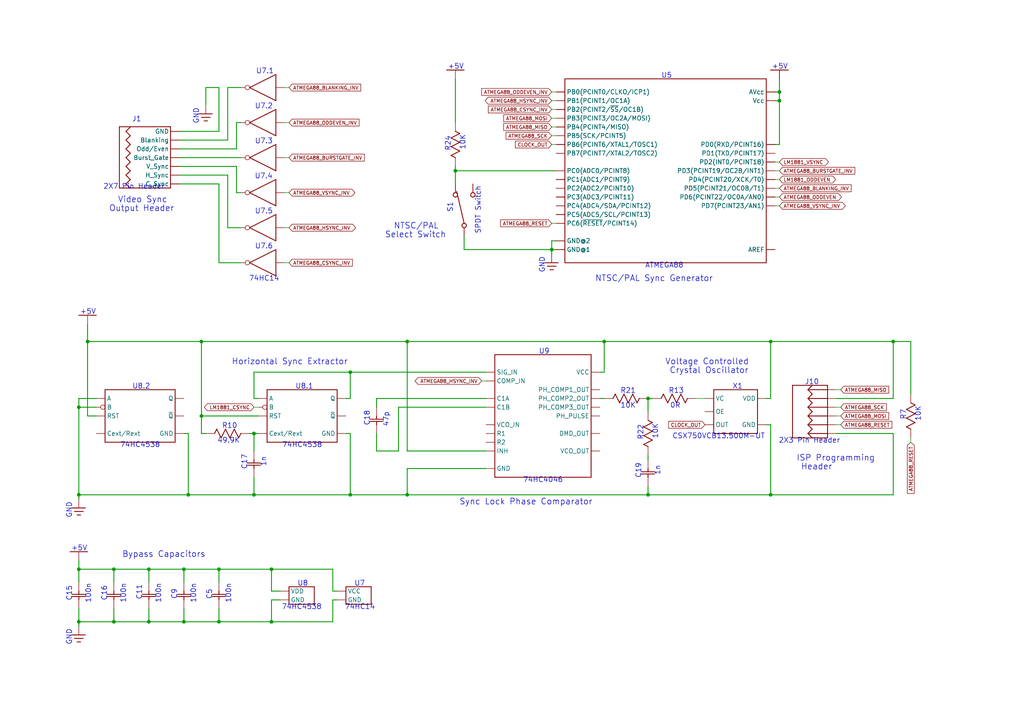
<source format=kicad_sch>
(kicad_sch
	(version 20231120)
	(generator "eeschema")
	(generator_version "8.0")
	(uuid "991c6493-1c7d-47ab-9018-3e8e969586a9")
	(paper "A4")
	(lib_symbols
		(symbol "C1-eagle-import:+5V"
			(power)
			(exclude_from_sim no)
			(in_bom yes)
			(on_board yes)
			(property "Reference" "#NetPort"
				(at 0 0 0)
				(effects
					(font
						(size 1.27 1.27)
					)
					(hide yes)
				)
			)
			(property "Value" ""
				(at 0 0 0)
				(effects
					(font
						(size 1.27 1.27)
					)
					(hide yes)
				)
			)
			(property "Footprint" ""
				(at 0 0 0)
				(effects
					(font
						(size 1.27 1.27)
					)
					(hide yes)
				)
			)
			(property "Datasheet" ""
				(at 0 0 0)
				(effects
					(font
						(size 1.27 1.27)
					)
					(hide yes)
				)
			)
			(property "Description" ""
				(at 0 0 0)
				(effects
					(font
						(size 1.27 1.27)
					)
					(hide yes)
				)
			)
			(property "ki_locked" ""
				(at 0 0 0)
				(effects
					(font
						(size 1.27 1.27)
					)
				)
			)
			(symbol "+5V_1_0"
				(polyline
					(pts
						(xy -2.54 0) (xy 2.54 0)
					)
					(stroke
						(width 0.25)
						(type solid)
					)
					(fill
						(type none)
					)
				)
				(pin power_in line
					(at 0 -2.54 90)
					(length 2.54)
					(name "+5V"
						(effects
							(font
								(size 0 0)
							)
						)
					)
					(number "1"
						(effects
							(font
								(size 0 0)
							)
						)
					)
				)
			)
		)
		(symbol "C1-eagle-import:2X3_PIN_HEADER"
			(exclude_from_sim no)
			(in_bom yes)
			(on_board yes)
			(property "Reference" "J"
				(at 0 0 0)
				(effects
					(font
						(size 1.27 1.27)
					)
					(hide yes)
				)
			)
			(property "Value" ""
				(at 0 0 0)
				(effects
					(font
						(size 1.27 1.27)
					)
					(hide yes)
				)
			)
			(property "Footprint" "C1:HDR-2X3T_2.54X2.54_8X5"
				(at 0 0 0)
				(effects
					(font
						(size 1.27 1.27)
					)
					(hide yes)
				)
			)
			(property "Datasheet" ""
				(at 0 0 0)
				(effects
					(font
						(size 1.27 1.27)
					)
					(hide yes)
				)
			)
			(property "Description" ""
				(at 0 0 0)
				(effects
					(font
						(size 1.27 1.27)
					)
					(hide yes)
				)
			)
			(property "ki_locked" ""
				(at 0 0 0)
				(effects
					(font
						(size 1.27 1.27)
					)
				)
			)
			(symbol "2X3_PIN_HEADER_1_0"
				(polyline
					(pts
						(xy -5.08 -7.62) (xy -5.08 7.62)
					)
					(stroke
						(width 0.25)
						(type solid)
					)
					(fill
						(type none)
					)
				)
				(polyline
					(pts
						(xy -5.08 7.62) (xy 5.08 7.62)
					)
					(stroke
						(width 0.25)
						(type solid)
					)
					(fill
						(type none)
					)
				)
				(polyline
					(pts
						(xy -0.635 -6.35) (xy 0.635 -7.62)
					)
					(stroke
						(width 0.25)
						(type solid)
					)
					(fill
						(type none)
					)
				)
				(polyline
					(pts
						(xy -0.635 -6.35) (xy 0.635 -5.08)
					)
					(stroke
						(width 0.25)
						(type solid)
					)
					(fill
						(type none)
					)
				)
				(polyline
					(pts
						(xy -0.635 -6.35) (xy 5.08 -6.35)
					)
					(stroke
						(width 0.25)
						(type solid)
					)
					(fill
						(type none)
					)
				)
				(polyline
					(pts
						(xy -0.635 -3.81) (xy 0.635 -5.08)
					)
					(stroke
						(width 0.25)
						(type solid)
					)
					(fill
						(type none)
					)
				)
				(polyline
					(pts
						(xy -0.635 -3.81) (xy 0.635 -2.54)
					)
					(stroke
						(width 0.25)
						(type solid)
					)
					(fill
						(type none)
					)
				)
				(polyline
					(pts
						(xy -0.635 -3.81) (xy 5.08 -3.81)
					)
					(stroke
						(width 0.25)
						(type solid)
					)
					(fill
						(type none)
					)
				)
				(polyline
					(pts
						(xy -0.635 -1.27) (xy 0.635 -2.54)
					)
					(stroke
						(width 0.25)
						(type solid)
					)
					(fill
						(type none)
					)
				)
				(polyline
					(pts
						(xy -0.635 -1.27) (xy 0.635 0)
					)
					(stroke
						(width 0.25)
						(type solid)
					)
					(fill
						(type none)
					)
				)
				(polyline
					(pts
						(xy -0.635 -1.27) (xy 5.08 -1.27)
					)
					(stroke
						(width 0.25)
						(type solid)
					)
					(fill
						(type none)
					)
				)
				(polyline
					(pts
						(xy -0.635 1.27) (xy 0.635 0)
					)
					(stroke
						(width 0.25)
						(type solid)
					)
					(fill
						(type none)
					)
				)
				(polyline
					(pts
						(xy -0.635 1.27) (xy 0.635 2.54)
					)
					(stroke
						(width 0.25)
						(type solid)
					)
					(fill
						(type none)
					)
				)
				(polyline
					(pts
						(xy -0.635 1.27) (xy 5.08 1.27)
					)
					(stroke
						(width 0.25)
						(type solid)
					)
					(fill
						(type none)
					)
				)
				(polyline
					(pts
						(xy -0.635 3.81) (xy 0.635 2.54)
					)
					(stroke
						(width 0.25)
						(type solid)
					)
					(fill
						(type none)
					)
				)
				(polyline
					(pts
						(xy -0.635 3.81) (xy 0.635 5.08)
					)
					(stroke
						(width 0.25)
						(type solid)
					)
					(fill
						(type none)
					)
				)
				(polyline
					(pts
						(xy -0.635 3.81) (xy 5.08 3.81)
					)
					(stroke
						(width 0.25)
						(type solid)
					)
					(fill
						(type none)
					)
				)
				(polyline
					(pts
						(xy -0.635 6.35) (xy 0.635 5.08)
					)
					(stroke
						(width 0.25)
						(type solid)
					)
					(fill
						(type none)
					)
				)
				(polyline
					(pts
						(xy -0.635 6.35) (xy 0.635 7.62)
					)
					(stroke
						(width 0.25)
						(type solid)
					)
					(fill
						(type none)
					)
				)
				(polyline
					(pts
						(xy -0.635 6.35) (xy 5.08 6.35)
					)
					(stroke
						(width 0.25)
						(type solid)
					)
					(fill
						(type none)
					)
				)
				(polyline
					(pts
						(xy 5.08 -7.62) (xy -5.08 -7.62)
					)
					(stroke
						(width 0.25)
						(type solid)
					)
					(fill
						(type none)
					)
				)
				(polyline
					(pts
						(xy 5.08 7.62) (xy 5.08 -7.62)
					)
					(stroke
						(width 0.25)
						(type solid)
					)
					(fill
						(type none)
					)
				)
				(pin passive line
					(at 7.62 6.35 180)
					(length 2.54)
					(name "P1"
						(effects
							(font
								(size 0 0)
							)
						)
					)
					(number "1"
						(effects
							(font
								(size 0 0)
							)
						)
					)
				)
				(pin passive line
					(at 7.62 3.81 180)
					(length 2.54)
					(name "P2"
						(effects
							(font
								(size 0 0)
							)
						)
					)
					(number "2"
						(effects
							(font
								(size 0 0)
							)
						)
					)
				)
				(pin passive line
					(at 7.62 1.27 180)
					(length 2.54)
					(name "P3"
						(effects
							(font
								(size 0 0)
							)
						)
					)
					(number "3"
						(effects
							(font
								(size 0 0)
							)
						)
					)
				)
				(pin passive line
					(at 7.62 -1.27 180)
					(length 2.54)
					(name "P4"
						(effects
							(font
								(size 0 0)
							)
						)
					)
					(number "4"
						(effects
							(font
								(size 0 0)
							)
						)
					)
				)
				(pin passive line
					(at 7.62 -3.81 180)
					(length 2.54)
					(name "P5"
						(effects
							(font
								(size 0 0)
							)
						)
					)
					(number "5"
						(effects
							(font
								(size 0 0)
							)
						)
					)
				)
				(pin passive line
					(at 7.62 -6.35 180)
					(length 2.54)
					(name "P6"
						(effects
							(font
								(size 0 0)
							)
						)
					)
					(number "6"
						(effects
							(font
								(size 0 0)
							)
						)
					)
				)
			)
		)
		(symbol "C1-eagle-import:2X7_PIN_HEADER"
			(exclude_from_sim no)
			(in_bom yes)
			(on_board yes)
			(property "Reference" "J"
				(at 0 0 0)
				(effects
					(font
						(size 1.27 1.27)
					)
					(hide yes)
				)
			)
			(property "Value" ""
				(at 0 0 0)
				(effects
					(font
						(size 1.27 1.27)
					)
					(hide yes)
				)
			)
			(property "Footprint" "C1:IDC14M"
				(at 0 0 0)
				(effects
					(font
						(size 1.27 1.27)
					)
					(hide yes)
				)
			)
			(property "Datasheet" ""
				(at 0 0 0)
				(effects
					(font
						(size 1.27 1.27)
					)
					(hide yes)
				)
			)
			(property "Description" ""
				(at 0 0 0)
				(effects
					(font
						(size 1.27 1.27)
					)
					(hide yes)
				)
			)
			(property "ki_locked" ""
				(at 0 0 0)
				(effects
					(font
						(size 1.27 1.27)
					)
				)
			)
			(symbol "2X7_PIN_HEADER_1_0"
				(polyline
					(pts
						(xy -4.445 -10.074) (xy -4.445 7.69)
					)
					(stroke
						(width 0.25)
						(type solid)
					)
					(fill
						(type none)
					)
				)
				(polyline
					(pts
						(xy -4.445 7.69) (xy 10.378 7.69)
					)
					(stroke
						(width 0.25)
						(type solid)
					)
					(fill
						(type none)
					)
				)
				(polyline
					(pts
						(xy -2.54 -6.35) (xy -1.27 -7.62)
					)
					(stroke
						(width 0.25)
						(type solid)
					)
					(fill
						(type none)
					)
				)
				(polyline
					(pts
						(xy -2.54 -6.35) (xy -1.27 -5.08)
					)
					(stroke
						(width 0.25)
						(type solid)
					)
					(fill
						(type none)
					)
				)
				(polyline
					(pts
						(xy -2.54 -3.81) (xy -1.27 -5.08)
					)
					(stroke
						(width 0.25)
						(type solid)
					)
					(fill
						(type none)
					)
				)
				(polyline
					(pts
						(xy -2.54 -3.81) (xy -1.27 -2.54)
					)
					(stroke
						(width 0.25)
						(type solid)
					)
					(fill
						(type none)
					)
				)
				(polyline
					(pts
						(xy -2.54 -1.27) (xy -1.27 -2.54)
					)
					(stroke
						(width 0.25)
						(type solid)
					)
					(fill
						(type none)
					)
				)
				(polyline
					(pts
						(xy -2.54 -1.27) (xy -1.27 0)
					)
					(stroke
						(width 0.25)
						(type solid)
					)
					(fill
						(type none)
					)
				)
				(polyline
					(pts
						(xy -2.54 1.27) (xy -1.27 0)
					)
					(stroke
						(width 0.25)
						(type solid)
					)
					(fill
						(type none)
					)
				)
				(polyline
					(pts
						(xy -2.54 1.27) (xy -1.27 2.54)
					)
					(stroke
						(width 0.25)
						(type solid)
					)
					(fill
						(type none)
					)
				)
				(polyline
					(pts
						(xy -2.54 3.81) (xy -1.27 2.54)
					)
					(stroke
						(width 0.25)
						(type solid)
					)
					(fill
						(type none)
					)
				)
				(polyline
					(pts
						(xy -2.54 3.81) (xy -1.27 5.08)
					)
					(stroke
						(width 0.25)
						(type solid)
					)
					(fill
						(type none)
					)
				)
				(polyline
					(pts
						(xy -2.54 6.35) (xy -1.27 5.08)
					)
					(stroke
						(width 0.25)
						(type solid)
					)
					(fill
						(type none)
					)
				)
				(polyline
					(pts
						(xy -2.54 6.35) (xy -1.27 7.62)
					)
					(stroke
						(width 0.25)
						(type solid)
					)
					(fill
						(type none)
					)
				)
				(polyline
					(pts
						(xy -2.537 -8.853) (xy -1.267 -10.123)
					)
					(stroke
						(width 0.25)
						(type solid)
					)
					(fill
						(type none)
					)
				)
				(polyline
					(pts
						(xy -2.534 -8.892) (xy -1.264 -7.622)
					)
					(stroke
						(width 0.25)
						(type solid)
					)
					(fill
						(type none)
					)
				)
				(polyline
					(pts
						(xy 10.378 -10.074) (xy -4.445 -10.074)
					)
					(stroke
						(width 0.25)
						(type solid)
					)
					(fill
						(type none)
					)
				)
				(polyline
					(pts
						(xy 10.378 7.69) (xy 10.378 -10.074)
					)
					(stroke
						(width 0.25)
						(type solid)
					)
					(fill
						(type none)
					)
				)
				(pin passive line
					(at 13 6.35 180)
					(length 2.54)
					(name "GND"
						(effects
							(font
								(size 1.27 1.27)
							)
						)
					)
					(number "1"
						(effects
							(font
								(size 0 0)
							)
						)
					)
				)
				(pin passive line
					(at 13.005 -3.81 180)
					(length 2.54)
					(name "V_Sync"
						(effects
							(font
								(size 1.27 1.27)
							)
						)
					)
					(number "10"
						(effects
							(font
								(size 0 0)
							)
						)
					)
				)
				(pin passive line
					(at 13.005 -6.35 180)
					(length 2.54)
					(name "H_Sync"
						(effects
							(font
								(size 1.27 1.27)
							)
						)
					)
					(number "11"
						(effects
							(font
								(size 0 0)
							)
						)
					)
				)
				(pin passive line
					(at 13.005 -6.35 180)
					(length 2.54)
					(name "H_Sync"
						(effects
							(font
								(size 1.27 1.27)
							)
						)
					)
					(number "12"
						(effects
							(font
								(size 0 0)
							)
						)
					)
				)
				(pin passive line
					(at 13.005 -8.89 180)
					(length 2.54)
					(name "C_Sync"
						(effects
							(font
								(size 1.27 1.27)
							)
						)
					)
					(number "13"
						(effects
							(font
								(size 0 0)
							)
						)
					)
				)
				(pin passive line
					(at 13.005 -8.89 180)
					(length 2.54)
					(name "C_Sync"
						(effects
							(font
								(size 1.27 1.27)
							)
						)
					)
					(number "14"
						(effects
							(font
								(size 0 0)
							)
						)
					)
				)
				(pin passive line
					(at 13 6.35 180)
					(length 2.54)
					(name "GND"
						(effects
							(font
								(size 1.27 1.27)
							)
						)
					)
					(number "2"
						(effects
							(font
								(size 0 0)
							)
						)
					)
				)
				(pin passive line
					(at 13 3.81 180)
					(length 2.54)
					(name "Blanking"
						(effects
							(font
								(size 1.27 1.27)
							)
						)
					)
					(number "3"
						(effects
							(font
								(size 0 0)
							)
						)
					)
				)
				(pin passive line
					(at 13 3.81 180)
					(length 2.54)
					(name "Blanking"
						(effects
							(font
								(size 1.27 1.27)
							)
						)
					)
					(number "4"
						(effects
							(font
								(size 0 0)
							)
						)
					)
				)
				(pin passive line
					(at 13.005 1.27 180)
					(length 2.54)
					(name "Odd/Even"
						(effects
							(font
								(size 1.27 1.27)
							)
						)
					)
					(number "5"
						(effects
							(font
								(size 0 0)
							)
						)
					)
				)
				(pin passive line
					(at 13.005 1.27 180)
					(length 2.54)
					(name "Odd/Even"
						(effects
							(font
								(size 1.27 1.27)
							)
						)
					)
					(number "6"
						(effects
							(font
								(size 0 0)
							)
						)
					)
				)
				(pin passive line
					(at 13.005 -1.27 180)
					(length 2.54)
					(name "Burst_Gate"
						(effects
							(font
								(size 1.27 1.27)
							)
						)
					)
					(number "7"
						(effects
							(font
								(size 0 0)
							)
						)
					)
				)
				(pin passive line
					(at 13.005 -1.27 180)
					(length 2.54)
					(name "Burst_Gate"
						(effects
							(font
								(size 1.27 1.27)
							)
						)
					)
					(number "8"
						(effects
							(font
								(size 0 0)
							)
						)
					)
				)
				(pin passive line
					(at 13.005 -3.81 180)
					(length 2.54)
					(name "V_Sync"
						(effects
							(font
								(size 1.27 1.27)
							)
						)
					)
					(number "9"
						(effects
							(font
								(size 0 0)
							)
						)
					)
				)
			)
		)
		(symbol "C1-eagle-import:74HC14"
			(exclude_from_sim no)
			(in_bom yes)
			(on_board yes)
			(property "Reference" "U"
				(at 0 0 0)
				(effects
					(font
						(size 1.27 1.27)
					)
					(hide yes)
				)
			)
			(property "Value" ""
				(at 0 0 0)
				(effects
					(font
						(size 1.27 1.27)
					)
					(hide yes)
				)
			)
			(property "Footprint" "C1:DIP-14"
				(at 0 0 0)
				(effects
					(font
						(size 1.27 1.27)
					)
					(hide yes)
				)
			)
			(property "Datasheet" ""
				(at 0 0 0)
				(effects
					(font
						(size 1.27 1.27)
					)
					(hide yes)
				)
			)
			(property "Description" ""
				(at 0 0 0)
				(effects
					(font
						(size 1.27 1.27)
					)
					(hide yes)
				)
			)
			(property "ki_locked" ""
				(at 0 0 0)
				(effects
					(font
						(size 1.27 1.27)
					)
				)
			)
			(symbol "74HC14_1_0"
				(polyline
					(pts
						(xy 3.81 -3.81) (xy -3.81 0)
					)
					(stroke
						(width 0.25)
						(type solid)
					)
					(fill
						(type none)
					)
				)
				(polyline
					(pts
						(xy 3.81 -3.81) (xy 3.81 3.81)
					)
					(stroke
						(width 0.25)
						(type solid)
					)
					(fill
						(type none)
					)
				)
				(polyline
					(pts
						(xy 3.81 3.81) (xy -3.81 0)
					)
					(stroke
						(width 0.25)
						(type solid)
					)
					(fill
						(type none)
					)
				)
				(pin input line
					(at 6.35 0 180)
					(length 2.54)
					(name "A"
						(effects
							(font
								(size 0 0)
							)
						)
					)
					(number "1"
						(effects
							(font
								(size 0 0)
							)
						)
					)
				)
				(pin output inverted
					(at -6.35 0 0)
					(length 2.54)
					(name "Y"
						(effects
							(font
								(size 0 0)
							)
						)
					)
					(number "2"
						(effects
							(font
								(size 0 0)
							)
						)
					)
				)
			)
			(symbol "74HC14_2_0"
				(polyline
					(pts
						(xy 3.81 -3.81) (xy -3.81 0)
					)
					(stroke
						(width 0.25)
						(type solid)
					)
					(fill
						(type none)
					)
				)
				(polyline
					(pts
						(xy 3.81 -3.81) (xy 3.81 3.81)
					)
					(stroke
						(width 0.25)
						(type solid)
					)
					(fill
						(type none)
					)
				)
				(polyline
					(pts
						(xy 3.81 3.81) (xy -3.81 0)
					)
					(stroke
						(width 0.25)
						(type solid)
					)
					(fill
						(type none)
					)
				)
				(pin input line
					(at 6.35 0 180)
					(length 2.54)
					(name "A"
						(effects
							(font
								(size 0 0)
							)
						)
					)
					(number "3"
						(effects
							(font
								(size 0 0)
							)
						)
					)
				)
				(pin output inverted
					(at -6.35 0 0)
					(length 2.54)
					(name "Y"
						(effects
							(font
								(size 0 0)
							)
						)
					)
					(number "4"
						(effects
							(font
								(size 0 0)
							)
						)
					)
				)
			)
			(symbol "74HC14_3_0"
				(polyline
					(pts
						(xy 3.81 -3.81) (xy -3.81 0)
					)
					(stroke
						(width 0.25)
						(type solid)
					)
					(fill
						(type none)
					)
				)
				(polyline
					(pts
						(xy 3.81 -3.81) (xy 3.81 3.81)
					)
					(stroke
						(width 0.25)
						(type solid)
					)
					(fill
						(type none)
					)
				)
				(polyline
					(pts
						(xy 3.81 3.81) (xy -3.81 0)
					)
					(stroke
						(width 0.25)
						(type solid)
					)
					(fill
						(type none)
					)
				)
				(pin input line
					(at 6.35 0 180)
					(length 2.54)
					(name "A"
						(effects
							(font
								(size 0 0)
							)
						)
					)
					(number "5"
						(effects
							(font
								(size 0 0)
							)
						)
					)
				)
				(pin output inverted
					(at -6.35 0 0)
					(length 2.54)
					(name "Y"
						(effects
							(font
								(size 0 0)
							)
						)
					)
					(number "6"
						(effects
							(font
								(size 0 0)
							)
						)
					)
				)
			)
			(symbol "74HC14_4_0"
				(polyline
					(pts
						(xy 3.81 -3.81) (xy -3.81 0)
					)
					(stroke
						(width 0.25)
						(type solid)
					)
					(fill
						(type none)
					)
				)
				(polyline
					(pts
						(xy 3.81 -3.81) (xy 3.81 3.81)
					)
					(stroke
						(width 0.25)
						(type solid)
					)
					(fill
						(type none)
					)
				)
				(polyline
					(pts
						(xy 3.81 3.81) (xy -3.81 0)
					)
					(stroke
						(width 0.25)
						(type solid)
					)
					(fill
						(type none)
					)
				)
				(pin output inverted
					(at -6.35 0 0)
					(length 2.54)
					(name "Y"
						(effects
							(font
								(size 0 0)
							)
						)
					)
					(number "8"
						(effects
							(font
								(size 0 0)
							)
						)
					)
				)
				(pin input line
					(at 6.35 0 180)
					(length 2.54)
					(name "A"
						(effects
							(font
								(size 0 0)
							)
						)
					)
					(number "9"
						(effects
							(font
								(size 0 0)
							)
						)
					)
				)
			)
			(symbol "74HC14_5_0"
				(polyline
					(pts
						(xy 3.81 -3.81) (xy -3.81 0)
					)
					(stroke
						(width 0.25)
						(type solid)
					)
					(fill
						(type none)
					)
				)
				(polyline
					(pts
						(xy 3.81 -3.81) (xy 3.81 3.81)
					)
					(stroke
						(width 0.25)
						(type solid)
					)
					(fill
						(type none)
					)
				)
				(polyline
					(pts
						(xy 3.81 3.81) (xy -3.81 0)
					)
					(stroke
						(width 0.25)
						(type solid)
					)
					(fill
						(type none)
					)
				)
				(pin output inverted
					(at -6.35 0 0)
					(length 2.54)
					(name "Y"
						(effects
							(font
								(size 0 0)
							)
						)
					)
					(number "10"
						(effects
							(font
								(size 0 0)
							)
						)
					)
				)
				(pin input line
					(at 6.35 0 180)
					(length 2.54)
					(name "A"
						(effects
							(font
								(size 0 0)
							)
						)
					)
					(number "11"
						(effects
							(font
								(size 0 0)
							)
						)
					)
				)
			)
			(symbol "74HC14_6_0"
				(polyline
					(pts
						(xy 3.81 -3.81) (xy -3.81 0)
					)
					(stroke
						(width 0.25)
						(type solid)
					)
					(fill
						(type none)
					)
				)
				(polyline
					(pts
						(xy 3.81 -3.81) (xy 3.81 3.81)
					)
					(stroke
						(width 0.25)
						(type solid)
					)
					(fill
						(type none)
					)
				)
				(polyline
					(pts
						(xy 3.81 3.81) (xy -3.81 0)
					)
					(stroke
						(width 0.25)
						(type solid)
					)
					(fill
						(type none)
					)
				)
				(pin output inverted
					(at -6.35 0 0)
					(length 2.54)
					(name "Y"
						(effects
							(font
								(size 0 0)
							)
						)
					)
					(number "12"
						(effects
							(font
								(size 0 0)
							)
						)
					)
				)
				(pin input line
					(at 6.35 0 180)
					(length 2.54)
					(name "A"
						(effects
							(font
								(size 0 0)
							)
						)
					)
					(number "13"
						(effects
							(font
								(size 0 0)
							)
						)
					)
				)
			)
			(symbol "74HC14_7_0"
				(polyline
					(pts
						(xy -3.667 -2.54) (xy -3.667 2.54)
					)
					(stroke
						(width 0.25)
						(type solid)
					)
					(fill
						(type none)
					)
				)
				(polyline
					(pts
						(xy -3.667 2.54) (xy 3.667 2.54)
					)
					(stroke
						(width 0.25)
						(type solid)
					)
					(fill
						(type none)
					)
				)
				(polyline
					(pts
						(xy 3.667 -2.54) (xy -3.667 -2.54)
					)
					(stroke
						(width 0.25)
						(type solid)
					)
					(fill
						(type none)
					)
				)
				(polyline
					(pts
						(xy 3.667 2.54) (xy 3.667 -2.54)
					)
					(stroke
						(width 0.25)
						(type solid)
					)
					(fill
						(type none)
					)
				)
				(pin power_in line
					(at -6.207 1.27 0)
					(length 2.54)
					(name "VCC"
						(effects
							(font
								(size 1.27 1.27)
							)
						)
					)
					(number "14"
						(effects
							(font
								(size 0 0)
							)
						)
					)
				)
				(pin power_in line
					(at -6.207 -1.27 0)
					(length 2.54)
					(name "GND"
						(effects
							(font
								(size 1.27 1.27)
							)
						)
					)
					(number "7"
						(effects
							(font
								(size 0 0)
							)
						)
					)
				)
			)
		)
		(symbol "C1-eagle-import:74HC4046"
			(exclude_from_sim no)
			(in_bom yes)
			(on_board yes)
			(property "Reference" "U"
				(at 0 0 0)
				(effects
					(font
						(size 1.27 1.27)
					)
					(hide yes)
				)
			)
			(property "Value" ""
				(at 0 0 0)
				(effects
					(font
						(size 1.27 1.27)
					)
					(hide yes)
				)
			)
			(property "Footprint" "C1:DIP-16"
				(at 0 0 0)
				(effects
					(font
						(size 1.27 1.27)
					)
					(hide yes)
				)
			)
			(property "Datasheet" ""
				(at 0 0 0)
				(effects
					(font
						(size 1.27 1.27)
					)
					(hide yes)
				)
			)
			(property "Description" ""
				(at 0 0 0)
				(effects
					(font
						(size 1.27 1.27)
					)
					(hide yes)
				)
			)
			(property "ki_locked" ""
				(at 0 0 0)
				(effects
					(font
						(size 1.27 1.27)
					)
				)
			)
			(symbol "74HC4046_1_0"
				(polyline
					(pts
						(xy -13.97 -17.78) (xy -13.97 17.78)
					)
					(stroke
						(width 0.25)
						(type solid)
					)
					(fill
						(type none)
					)
				)
				(polyline
					(pts
						(xy -13.97 17.78) (xy 13.97 17.78)
					)
					(stroke
						(width 0.25)
						(type solid)
					)
					(fill
						(type none)
					)
				)
				(polyline
					(pts
						(xy 13.97 -17.78) (xy -13.97 -17.78)
					)
					(stroke
						(width 0.25)
						(type solid)
					)
					(fill
						(type none)
					)
				)
				(polyline
					(pts
						(xy 13.97 17.78) (xy 13.97 -17.78)
					)
					(stroke
						(width 0.25)
						(type solid)
					)
					(fill
						(type none)
					)
				)
				(pin output line
					(at 16.51 0 180)
					(length 2.54)
					(name "PH_PULSE"
						(effects
							(font
								(size 1.27 1.27)
							)
						)
					)
					(number "1"
						(effects
							(font
								(size 0 0)
							)
						)
					)
				)
				(pin output line
					(at 16.51 -5.08 180)
					(length 2.54)
					(name "DMD_OUT"
						(effects
							(font
								(size 1.27 1.27)
							)
						)
					)
					(number "10"
						(effects
							(font
								(size 0 0)
							)
						)
					)
				)
				(pin input line
					(at -16.51 -5.08 0)
					(length 2.54)
					(name "R1"
						(effects
							(font
								(size 1.27 1.27)
							)
						)
					)
					(number "11"
						(effects
							(font
								(size 0 0)
							)
						)
					)
				)
				(pin input line
					(at -16.51 -7.62 0)
					(length 2.54)
					(name "R2"
						(effects
							(font
								(size 1.27 1.27)
							)
						)
					)
					(number "12"
						(effects
							(font
								(size 0 0)
							)
						)
					)
				)
				(pin output line
					(at 16.51 5.08 180)
					(length 2.54)
					(name "PH_COMP2_OUT"
						(effects
							(font
								(size 1.27 1.27)
							)
						)
					)
					(number "13"
						(effects
							(font
								(size 0 0)
							)
						)
					)
				)
				(pin input line
					(at -16.51 12.7 0)
					(length 2.54)
					(name "SIG_IN"
						(effects
							(font
								(size 1.27 1.27)
							)
						)
					)
					(number "14"
						(effects
							(font
								(size 0 0)
							)
						)
					)
				)
				(pin output line
					(at 16.51 2.54 180)
					(length 2.54)
					(name "PH_COMP3_OUT"
						(effects
							(font
								(size 1.27 1.27)
							)
						)
					)
					(number "15"
						(effects
							(font
								(size 0 0)
							)
						)
					)
				)
				(pin power_in line
					(at 16.51 12.7 180)
					(length 2.54)
					(name "VCC"
						(effects
							(font
								(size 1.27 1.27)
							)
						)
					)
					(number "16"
						(effects
							(font
								(size 0 0)
							)
						)
					)
				)
				(pin output line
					(at 16.51 7.62 180)
					(length 2.54)
					(name "PH_COMP1_OUT"
						(effects
							(font
								(size 1.27 1.27)
							)
						)
					)
					(number "2"
						(effects
							(font
								(size 0 0)
							)
						)
					)
				)
				(pin input line
					(at -16.51 10.16 0)
					(length 2.54)
					(name "COMP_IN"
						(effects
							(font
								(size 1.27 1.27)
							)
						)
					)
					(number "3"
						(effects
							(font
								(size 0 0)
							)
						)
					)
				)
				(pin output line
					(at 16.51 -10.16 180)
					(length 2.54)
					(name "VCO_OUT"
						(effects
							(font
								(size 1.27 1.27)
							)
						)
					)
					(number "4"
						(effects
							(font
								(size 0 0)
							)
						)
					)
				)
				(pin input line
					(at -16.51 -10.16 0)
					(length 2.54)
					(name "INH"
						(effects
							(font
								(size 1.27 1.27)
							)
						)
					)
					(number "5"
						(effects
							(font
								(size 0 0)
							)
						)
					)
				)
				(pin passive line
					(at -16.51 5.08 0)
					(length 2.54)
					(name "C1A"
						(effects
							(font
								(size 1.27 1.27)
							)
						)
					)
					(number "6"
						(effects
							(font
								(size 0 0)
							)
						)
					)
				)
				(pin passive line
					(at -16.51 2.54 0)
					(length 2.54)
					(name "C1B"
						(effects
							(font
								(size 1.27 1.27)
							)
						)
					)
					(number "7"
						(effects
							(font
								(size 0 0)
							)
						)
					)
				)
				(pin power_in line
					(at -16.51 -15.24 0)
					(length 2.54)
					(name "GND"
						(effects
							(font
								(size 1.27 1.27)
							)
						)
					)
					(number "8"
						(effects
							(font
								(size 0 0)
							)
						)
					)
				)
				(pin input line
					(at -16.51 -2.54 0)
					(length 2.54)
					(name "VCO_IN"
						(effects
							(font
								(size 1.27 1.27)
							)
						)
					)
					(number "9"
						(effects
							(font
								(size 0 0)
							)
						)
					)
				)
			)
		)
		(symbol "C1-eagle-import:74HC4538"
			(exclude_from_sim no)
			(in_bom yes)
			(on_board yes)
			(property "Reference" "U"
				(at 0 0 0)
				(effects
					(font
						(size 1.27 1.27)
					)
					(hide yes)
				)
			)
			(property "Value" ""
				(at 0 0 0)
				(effects
					(font
						(size 1.27 1.27)
					)
					(hide yes)
				)
			)
			(property "Footprint" "C1:DIP-16"
				(at 0 0 0)
				(effects
					(font
						(size 1.27 1.27)
					)
					(hide yes)
				)
			)
			(property "Datasheet" ""
				(at 0 0 0)
				(effects
					(font
						(size 1.27 1.27)
					)
					(hide yes)
				)
			)
			(property "Description" ""
				(at 0 0 0)
				(effects
					(font
						(size 1.27 1.27)
					)
					(hide yes)
				)
			)
			(property "ki_locked" ""
				(at 0 0 0)
				(effects
					(font
						(size 1.27 1.27)
					)
				)
			)
			(symbol "74HC4538_1_0"
				(polyline
					(pts
						(xy -10.16 -7.62) (xy -10.16 7.62)
					)
					(stroke
						(width 0.25)
						(type solid)
					)
					(fill
						(type none)
					)
				)
				(polyline
					(pts
						(xy -10.16 -7.62) (xy 10.16 -7.62)
					)
					(stroke
						(width 0.25)
						(type solid)
					)
					(fill
						(type none)
					)
				)
				(polyline
					(pts
						(xy -10.16 7.62) (xy 10.16 7.62)
					)
					(stroke
						(width 0.25)
						(type solid)
					)
					(fill
						(type none)
					)
				)
				(polyline
					(pts
						(xy 10.16 7.62) (xy 10.16 -7.62)
					)
					(stroke
						(width 0.25)
						(type solid)
					)
					(fill
						(type none)
					)
				)
				(pin power_in line
					(at 12.7 -5.08 180)
					(length 2.54)
					(name "GND"
						(effects
							(font
								(size 1.27 1.27)
							)
						)
					)
					(number "1"
						(effects
							(font
								(size 0 0)
							)
						)
					)
				)
				(pin passive line
					(at -12.7 -5.08 0)
					(length 2.54)
					(name "Cext/Rext"
						(effects
							(font
								(size 1.27 1.27)
							)
						)
					)
					(number "2"
						(effects
							(font
								(size 0 0)
							)
						)
					)
				)
				(pin input line
					(at -12.7 0 0)
					(length 2.54)
					(name "RST"
						(effects
							(font
								(size 1.27 1.27)
							)
						)
					)
					(number "3"
						(effects
							(font
								(size 0 0)
							)
						)
					)
				)
				(pin input line
					(at -12.7 5.08 0)
					(length 2.54)
					(name "A"
						(effects
							(font
								(size 1.27 1.27)
							)
						)
					)
					(number "4"
						(effects
							(font
								(size 0 0)
							)
						)
					)
				)
				(pin input inverted
					(at -12.7 2.54 0)
					(length 2.54)
					(name "B"
						(effects
							(font
								(size 1.27 1.27)
							)
						)
					)
					(number "5"
						(effects
							(font
								(size 0 0)
							)
						)
					)
				)
				(pin output line
					(at 12.7 5.08 180)
					(length 2.54)
					(name "Q"
						(effects
							(font
								(size 1.27 1.27)
							)
						)
					)
					(number "6"
						(effects
							(font
								(size 0 0)
							)
						)
					)
				)
				(pin output line
					(at 12.7 0 180)
					(length 2.54)
					(name "~{Q}"
						(effects
							(font
								(size 1.27 1.27)
							)
						)
					)
					(number "7"
						(effects
							(font
								(size 0 0)
							)
						)
					)
				)
			)
			(symbol "74HC4538_2_0"
				(polyline
					(pts
						(xy -10.16 -7.62) (xy -10.16 7.62)
					)
					(stroke
						(width 0.25)
						(type solid)
					)
					(fill
						(type none)
					)
				)
				(polyline
					(pts
						(xy -10.16 -7.62) (xy 10.16 -7.62)
					)
					(stroke
						(width 0.25)
						(type solid)
					)
					(fill
						(type none)
					)
				)
				(polyline
					(pts
						(xy -10.16 7.62) (xy 10.16 7.62)
					)
					(stroke
						(width 0.25)
						(type solid)
					)
					(fill
						(type none)
					)
				)
				(polyline
					(pts
						(xy 10.16 7.62) (xy 10.16 -7.62)
					)
					(stroke
						(width 0.25)
						(type solid)
					)
					(fill
						(type none)
					)
				)
				(pin output line
					(at 12.7 5.08 180)
					(length 2.54)
					(name "Q"
						(effects
							(font
								(size 1.27 1.27)
							)
						)
					)
					(number "10"
						(effects
							(font
								(size 0 0)
							)
						)
					)
				)
				(pin input inverted
					(at -12.7 2.54 0)
					(length 2.54)
					(name "B"
						(effects
							(font
								(size 1.27 1.27)
							)
						)
					)
					(number "11"
						(effects
							(font
								(size 0 0)
							)
						)
					)
				)
				(pin input line
					(at -12.7 5.08 0)
					(length 2.54)
					(name "A"
						(effects
							(font
								(size 1.27 1.27)
							)
						)
					)
					(number "12"
						(effects
							(font
								(size 0 0)
							)
						)
					)
				)
				(pin input line
					(at -12.7 0 0)
					(length 2.54)
					(name "RST"
						(effects
							(font
								(size 1.27 1.27)
							)
						)
					)
					(number "13"
						(effects
							(font
								(size 0 0)
							)
						)
					)
				)
				(pin passive line
					(at -12.7 -5.08 0)
					(length 2.54)
					(name "Cext/Rext"
						(effects
							(font
								(size 1.27 1.27)
							)
						)
					)
					(number "14"
						(effects
							(font
								(size 0 0)
							)
						)
					)
				)
				(pin power_in line
					(at 12.7 -5.08 180)
					(length 2.54)
					(name "GND"
						(effects
							(font
								(size 1.27 1.27)
							)
						)
					)
					(number "15"
						(effects
							(font
								(size 0 0)
							)
						)
					)
				)
				(pin output line
					(at 12.7 0 180)
					(length 2.54)
					(name "~{Q}"
						(effects
							(font
								(size 1.27 1.27)
							)
						)
					)
					(number "9"
						(effects
							(font
								(size 0 0)
							)
						)
					)
				)
			)
			(symbol "74HC4538_3_0"
				(polyline
					(pts
						(xy -3.667 -2.54) (xy -3.667 2.54)
					)
					(stroke
						(width 0.25)
						(type solid)
					)
					(fill
						(type none)
					)
				)
				(polyline
					(pts
						(xy -3.667 2.54) (xy 3.667 2.54)
					)
					(stroke
						(width 0.25)
						(type solid)
					)
					(fill
						(type none)
					)
				)
				(polyline
					(pts
						(xy 3.667 -2.54) (xy -3.667 -2.54)
					)
					(stroke
						(width 0.25)
						(type solid)
					)
					(fill
						(type none)
					)
				)
				(polyline
					(pts
						(xy 3.667 2.54) (xy 3.667 -2.54)
					)
					(stroke
						(width 0.25)
						(type solid)
					)
					(fill
						(type none)
					)
				)
				(pin power_in line
					(at -6.207 1.27 0)
					(length 2.54)
					(name "VDD"
						(effects
							(font
								(size 1.27 1.27)
							)
						)
					)
					(number "16"
						(effects
							(font
								(size 0 0)
							)
						)
					)
				)
				(pin power_in line
					(at -6.207 -1.27 0)
					(length 2.54)
					(name "GND"
						(effects
							(font
								(size 1.27 1.27)
							)
						)
					)
					(number "8"
						(effects
							(font
								(size 0 0)
							)
						)
					)
				)
			)
		)
		(symbol "C1-eagle-import:ATMEGA88"
			(exclude_from_sim no)
			(in_bom yes)
			(on_board yes)
			(property "Reference" "U"
				(at 0 0 0)
				(effects
					(font
						(size 1.27 1.27)
					)
					(hide yes)
				)
			)
			(property "Value" ""
				(at 0 0 0)
				(effects
					(font
						(size 1.27 1.27)
					)
					(hide yes)
				)
			)
			(property "Footprint" "C1:DIP-28"
				(at 0 0 0)
				(effects
					(font
						(size 1.27 1.27)
					)
					(hide yes)
				)
			)
			(property "Datasheet" ""
				(at 0 0 0)
				(effects
					(font
						(size 1.27 1.27)
					)
					(hide yes)
				)
			)
			(property "Description" ""
				(at 0 0 0)
				(effects
					(font
						(size 1.27 1.27)
					)
					(hide yes)
				)
			)
			(property "ki_locked" ""
				(at 0 0 0)
				(effects
					(font
						(size 1.27 1.27)
					)
				)
			)
			(symbol "ATMEGA88_1_0"
				(polyline
					(pts
						(xy -29.21 -26.67) (xy -29.21 26.67)
					)
					(stroke
						(width 0.25)
						(type solid)
					)
					(fill
						(type none)
					)
				)
				(polyline
					(pts
						(xy -29.21 26.67) (xy 29.21 26.67)
					)
					(stroke
						(width 0.25)
						(type solid)
					)
					(fill
						(type none)
					)
				)
				(polyline
					(pts
						(xy 29.21 -26.67) (xy -29.21 -26.67)
					)
					(stroke
						(width 0.25)
						(type solid)
					)
					(fill
						(type none)
					)
				)
				(polyline
					(pts
						(xy 29.21 26.67) (xy 29.21 -26.67)
					)
					(stroke
						(width 0.25)
						(type solid)
					)
					(fill
						(type none)
					)
				)
				(pin bidirectional line
					(at -31.75 -15.24 0)
					(length 2.54)
					(name "PC6(~{RESET}/PCINT14)"
						(effects
							(font
								(size 1.27 1.27)
							)
						)
					)
					(number "1"
						(effects
							(font
								(size 0 0)
							)
						)
					)
				)
				(pin bidirectional line
					(at -31.75 5.08 0)
					(length 2.54)
					(name "PB7(PCINT7/XTAL2/TOSC2)"
						(effects
							(font
								(size 1.27 1.27)
							)
						)
					)
					(number "10"
						(effects
							(font
								(size 0 0)
							)
						)
					)
				)
				(pin bidirectional line
					(at 31.75 -5.08 180)
					(length 2.54)
					(name "PD5(PCINT21/OC0B/T1)"
						(effects
							(font
								(size 1.27 1.27)
							)
						)
					)
					(number "11"
						(effects
							(font
								(size 0 0)
							)
						)
					)
				)
				(pin bidirectional line
					(at 31.75 -7.62 180)
					(length 2.54)
					(name "PD6(PCINT22/OC0A/AN0)"
						(effects
							(font
								(size 1.27 1.27)
							)
						)
					)
					(number "12"
						(effects
							(font
								(size 0 0)
							)
						)
					)
				)
				(pin bidirectional line
					(at 31.75 -10.16 180)
					(length 2.54)
					(name "PD7(PCINT23/AN1)"
						(effects
							(font
								(size 1.27 1.27)
							)
						)
					)
					(number "13"
						(effects
							(font
								(size 0 0)
							)
						)
					)
				)
				(pin bidirectional line
					(at -31.75 22.86 0)
					(length 2.54)
					(name "PB0(PCINT0/CLKO/ICP1)"
						(effects
							(font
								(size 1.27 1.27)
							)
						)
					)
					(number "14"
						(effects
							(font
								(size 0 0)
							)
						)
					)
				)
				(pin bidirectional line
					(at -31.75 20.32 0)
					(length 2.54)
					(name "PB1(PCINT1/OC1A)"
						(effects
							(font
								(size 1.27 1.27)
							)
						)
					)
					(number "15"
						(effects
							(font
								(size 0 0)
							)
						)
					)
				)
				(pin bidirectional line
					(at -31.75 17.78 0)
					(length 2.54)
					(name "PB2(PCINT2/~{SS}/OC1B)"
						(effects
							(font
								(size 1.27 1.27)
							)
						)
					)
					(number "16"
						(effects
							(font
								(size 0 0)
							)
						)
					)
				)
				(pin bidirectional line
					(at -31.75 15.24 0)
					(length 2.54)
					(name "PB3(PCINT3/OC2A/MOSI)"
						(effects
							(font
								(size 1.27 1.27)
							)
						)
					)
					(number "17"
						(effects
							(font
								(size 0 0)
							)
						)
					)
				)
				(pin bidirectional line
					(at -31.75 12.7 0)
					(length 2.54)
					(name "PB4(PCINT4/MISO)"
						(effects
							(font
								(size 1.27 1.27)
							)
						)
					)
					(number "18"
						(effects
							(font
								(size 0 0)
							)
						)
					)
				)
				(pin bidirectional line
					(at -31.75 10.16 0)
					(length 2.54)
					(name "PB5(SCK/PCINT5)"
						(effects
							(font
								(size 1.27 1.27)
							)
						)
					)
					(number "19"
						(effects
							(font
								(size 0 0)
							)
						)
					)
				)
				(pin bidirectional line
					(at 31.75 7.62 180)
					(length 2.54)
					(name "PD0(RXD/PCINT16)"
						(effects
							(font
								(size 1.27 1.27)
							)
						)
					)
					(number "2"
						(effects
							(font
								(size 0 0)
							)
						)
					)
				)
				(pin power_in line
					(at 31.75 22.86 180)
					(length 2.54)
					(name "AVcc"
						(effects
							(font
								(size 1.27 1.27)
							)
						)
					)
					(number "20"
						(effects
							(font
								(size 0 0)
							)
						)
					)
				)
				(pin bidirectional line
					(at 31.75 -22.86 180)
					(length 2.54)
					(name "AREF"
						(effects
							(font
								(size 1.27 1.27)
							)
						)
					)
					(number "21"
						(effects
							(font
								(size 0 0)
							)
						)
					)
				)
				(pin power_in line
					(at -31.75 -20.32 0)
					(length 2.54)
					(name "GND@2"
						(effects
							(font
								(size 1.27 1.27)
							)
						)
					)
					(number "22"
						(effects
							(font
								(size 0 0)
							)
						)
					)
				)
				(pin bidirectional line
					(at -31.75 0 0)
					(length 2.54)
					(name "PC0(ADC0/PCINT8)"
						(effects
							(font
								(size 1.27 1.27)
							)
						)
					)
					(number "23"
						(effects
							(font
								(size 0 0)
							)
						)
					)
				)
				(pin bidirectional line
					(at -31.75 -2.54 0)
					(length 2.54)
					(name "PC1(ADC1/PCINT9)"
						(effects
							(font
								(size 1.27 1.27)
							)
						)
					)
					(number "24"
						(effects
							(font
								(size 0 0)
							)
						)
					)
				)
				(pin bidirectional line
					(at -31.75 -5.08 0)
					(length 2.54)
					(name "PC2(ADC2/PCINT10)"
						(effects
							(font
								(size 1.27 1.27)
							)
						)
					)
					(number "25"
						(effects
							(font
								(size 0 0)
							)
						)
					)
				)
				(pin bidirectional line
					(at -31.75 -7.62 0)
					(length 2.54)
					(name "PC3(ADC3/PCINT11)"
						(effects
							(font
								(size 1.27 1.27)
							)
						)
					)
					(number "26"
						(effects
							(font
								(size 0 0)
							)
						)
					)
				)
				(pin bidirectional line
					(at -31.75 -10.16 0)
					(length 2.54)
					(name "PC4(ADC4/SDA/PCINT12)"
						(effects
							(font
								(size 1.27 1.27)
							)
						)
					)
					(number "27"
						(effects
							(font
								(size 0 0)
							)
						)
					)
				)
				(pin bidirectional line
					(at -31.75 -12.7 0)
					(length 2.54)
					(name "PC5(ADC5/SCL/PCINT13)"
						(effects
							(font
								(size 1.27 1.27)
							)
						)
					)
					(number "28"
						(effects
							(font
								(size 0 0)
							)
						)
					)
				)
				(pin bidirectional line
					(at 31.75 5.08 180)
					(length 2.54)
					(name "PD1(TXD/PCINT17)"
						(effects
							(font
								(size 1.27 1.27)
							)
						)
					)
					(number "3"
						(effects
							(font
								(size 0 0)
							)
						)
					)
				)
				(pin bidirectional line
					(at 31.75 2.54 180)
					(length 2.54)
					(name "PD2(INT0/PCINT18)"
						(effects
							(font
								(size 1.27 1.27)
							)
						)
					)
					(number "4"
						(effects
							(font
								(size 0 0)
							)
						)
					)
				)
				(pin bidirectional line
					(at 31.75 0 180)
					(length 2.54)
					(name "PD3(PCINT19/OC2B/INT1)"
						(effects
							(font
								(size 1.27 1.27)
							)
						)
					)
					(number "5"
						(effects
							(font
								(size 0 0)
							)
						)
					)
				)
				(pin bidirectional line
					(at 31.75 -2.54 180)
					(length 2.54)
					(name "PD4(PCINT20/XCK/T0)"
						(effects
							(font
								(size 1.27 1.27)
							)
						)
					)
					(number "6"
						(effects
							(font
								(size 0 0)
							)
						)
					)
				)
				(pin power_in line
					(at 31.75 20.32 180)
					(length 2.54)
					(name "Vcc"
						(effects
							(font
								(size 1.27 1.27)
							)
						)
					)
					(number "7"
						(effects
							(font
								(size 0 0)
							)
						)
					)
				)
				(pin power_in line
					(at -31.75 -22.86 0)
					(length 2.54)
					(name "GND@1"
						(effects
							(font
								(size 1.27 1.27)
							)
						)
					)
					(number "8"
						(effects
							(font
								(size 0 0)
							)
						)
					)
				)
				(pin bidirectional line
					(at -31.75 7.62 0)
					(length 2.54)
					(name "PB6(PCINT6/XTAL1/TOSC1)"
						(effects
							(font
								(size 1.27 1.27)
							)
						)
					)
					(number "9"
						(effects
							(font
								(size 0 0)
							)
						)
					)
				)
			)
		)
		(symbol "C1-eagle-import:CAP100"
			(exclude_from_sim no)
			(in_bom yes)
			(on_board yes)
			(property "Reference" "C"
				(at 0 0 0)
				(effects
					(font
						(size 1.27 1.27)
					)
					(hide yes)
				)
			)
			(property "Value" ""
				(at 0 0 0)
				(effects
					(font
						(size 1.27 1.27)
					)
					(hide yes)
				)
			)
			(property "Footprint" "C1:CAP-2.54_6.6X3"
				(at 0 0 0)
				(effects
					(font
						(size 1.27 1.27)
					)
					(hide yes)
				)
			)
			(property "Datasheet" ""
				(at 0 0 0)
				(effects
					(font
						(size 1.27 1.27)
					)
					(hide yes)
				)
			)
			(property "Description" ""
				(at 0 0 0)
				(effects
					(font
						(size 1.27 1.27)
					)
					(hide yes)
				)
			)
			(property "ki_locked" ""
				(at 0 0 0)
				(effects
					(font
						(size 1.27 1.27)
					)
				)
			)
			(symbol "CAP100_1_0"
				(polyline
					(pts
						(xy -1.27 0) (xy -0.33 0)
					)
					(stroke
						(width 0.25)
						(type solid)
					)
					(fill
						(type none)
					)
				)
				(polyline
					(pts
						(xy -0.33 -1.905) (xy -0.33 1.905)
					)
					(stroke
						(width 0.25)
						(type solid)
					)
					(fill
						(type none)
					)
				)
				(polyline
					(pts
						(xy 0.305 -1.905) (xy 0.305 1.905)
					)
					(stroke
						(width 0.25)
						(type solid)
					)
					(fill
						(type none)
					)
				)
				(polyline
					(pts
						(xy 0.305 0) (xy 1.27 0)
					)
					(stroke
						(width 0.25)
						(type solid)
					)
					(fill
						(type none)
					)
				)
				(pin passive line
					(at -3.81 0 0)
					(length 2.54)
					(name "1"
						(effects
							(font
								(size 0 0)
							)
						)
					)
					(number "1"
						(effects
							(font
								(size 0 0)
							)
						)
					)
				)
				(pin passive line
					(at 3.81 0 180)
					(length 2.54)
					(name "2"
						(effects
							(font
								(size 0 0)
							)
						)
					)
					(number "2"
						(effects
							(font
								(size 0 0)
							)
						)
					)
				)
			)
		)
		(symbol "C1-eagle-import:CSX750VCB13.500M-UT"
			(exclude_from_sim no)
			(in_bom yes)
			(on_board yes)
			(property "Reference" "X1"
				(at 0 0 0)
				(effects
					(font
						(size 1.27 1.27)
					)
					(hide yes)
				)
			)
			(property "Value" "CSX750VCB13.500M-UT"
				(at 0 0 0)
				(effects
					(font
						(size 1.27 1.27)
					)
					(hide yes)
				)
			)
			(property "Footprint" "C1:CSX-750V"
				(at 0 0 0)
				(effects
					(font
						(size 1.27 1.27)
					)
					(hide yes)
				)
			)
			(property "Datasheet" ""
				(at 0 0 0)
				(effects
					(font
						(size 1.27 1.27)
					)
					(hide yes)
				)
			)
			(property "Description" ""
				(at 0 0 0)
				(effects
					(font
						(size 1.27 1.27)
					)
					(hide yes)
				)
			)
			(property "ki_locked" ""
				(at 0 0 0)
				(effects
					(font
						(size 1.27 1.27)
					)
				)
			)
			(symbol "CSX750VCB13.500M-UT_1_0"
				(polyline
					(pts
						(xy -6.35 -6.35) (xy -6.35 6.35)
					)
					(stroke
						(width 0.25)
						(type solid)
					)
					(fill
						(type none)
					)
				)
				(polyline
					(pts
						(xy -6.35 6.35) (xy 6.35 6.35)
					)
					(stroke
						(width 0.25)
						(type solid)
					)
					(fill
						(type none)
					)
				)
				(polyline
					(pts
						(xy 6.35 -6.35) (xy -6.35 -6.35)
					)
					(stroke
						(width 0.25)
						(type solid)
					)
					(fill
						(type none)
					)
				)
				(polyline
					(pts
						(xy 6.35 6.35) (xy 6.35 -6.35)
					)
					(stroke
						(width 0.25)
						(type solid)
					)
					(fill
						(type none)
					)
				)
				(pin input line
					(at -8.89 3.81 0)
					(length 2.54)
					(name "VC"
						(effects
							(font
								(size 1.27 1.27)
							)
						)
					)
					(number "1"
						(effects
							(font
								(size 0 0)
							)
						)
					)
				)
				(pin power_in line
					(at 8.89 -3.81 180)
					(length 2.54)
					(name "GND"
						(effects
							(font
								(size 1.27 1.27)
							)
						)
					)
					(number "3"
						(effects
							(font
								(size 0 0)
							)
						)
					)
				)
				(pin output line
					(at -8.89 -3.81 0)
					(length 2.54)
					(name "OUT"
						(effects
							(font
								(size 1.27 1.27)
							)
						)
					)
					(number "4"
						(effects
							(font
								(size 0 0)
							)
						)
					)
				)
				(pin passive line
					(at -8.89 0 0)
					(length 2.54)
					(name "OE"
						(effects
							(font
								(size 1.27 1.27)
							)
						)
					)
					(number "5"
						(effects
							(font
								(size 0 0)
							)
						)
					)
				)
				(pin power_in line
					(at 8.89 3.81 180)
					(length 2.54)
					(name "VDD"
						(effects
							(font
								(size 1.27 1.27)
							)
						)
					)
					(number "6"
						(effects
							(font
								(size 0 0)
							)
						)
					)
				)
			)
		)
		(symbol "C1-eagle-import:GND"
			(power)
			(exclude_from_sim no)
			(in_bom yes)
			(on_board yes)
			(property "Reference" "#NetPort"
				(at 0 0 0)
				(effects
					(font
						(size 1.27 1.27)
					)
					(hide yes)
				)
			)
			(property "Value" ""
				(at 0 0 0)
				(effects
					(font
						(size 1.27 1.27)
					)
					(hide yes)
				)
			)
			(property "Footprint" ""
				(at 0 0 0)
				(effects
					(font
						(size 1.27 1.27)
					)
					(hide yes)
				)
			)
			(property "Datasheet" ""
				(at 0 0 0)
				(effects
					(font
						(size 1.27 1.27)
					)
					(hide yes)
				)
			)
			(property "Description" ""
				(at 0 0 0)
				(effects
					(font
						(size 1.27 1.27)
					)
					(hide yes)
				)
			)
			(property "ki_locked" ""
				(at 0 0 0)
				(effects
					(font
						(size 1.27 1.27)
					)
				)
			)
			(symbol "GND_1_0"
				(polyline
					(pts
						(xy -1.905 1.016) (xy 1.905 1.016)
					)
					(stroke
						(width 0.25)
						(type solid)
					)
					(fill
						(type none)
					)
				)
				(polyline
					(pts
						(xy -1.27 0) (xy 1.27 0)
					)
					(stroke
						(width 0.25)
						(type solid)
					)
					(fill
						(type none)
					)
				)
				(polyline
					(pts
						(xy -0.508 -1.016) (xy 0.508 -1.016)
					)
					(stroke
						(width 0.25)
						(type solid)
					)
					(fill
						(type none)
					)
				)
				(pin power_in line
					(at 0 3.556 270)
					(length 2.54)
					(name "GND"
						(effects
							(font
								(size 0 0)
							)
						)
					)
					(number "1"
						(effects
							(font
								(size 0 0)
							)
						)
					)
				)
			)
		)
		(symbol "C1-eagle-import:RES300"
			(exclude_from_sim no)
			(in_bom yes)
			(on_board yes)
			(property "Reference" "R"
				(at 0 0 0)
				(effects
					(font
						(size 1.27 1.27)
					)
					(hide yes)
				)
			)
			(property "Value" ""
				(at 0 0 0)
				(effects
					(font
						(size 1.27 1.27)
					)
					(hide yes)
				)
			)
			(property "Footprint" "C1:RES-7.62_5.1X2.5"
				(at 0 0 0)
				(effects
					(font
						(size 1.27 1.27)
					)
					(hide yes)
				)
			)
			(property "Datasheet" ""
				(at 0 0 0)
				(effects
					(font
						(size 1.27 1.27)
					)
					(hide yes)
				)
			)
			(property "Description" ""
				(at 0 0 0)
				(effects
					(font
						(size 1.27 1.27)
					)
					(hide yes)
				)
			)
			(property "ki_locked" ""
				(at 0 0 0)
				(effects
					(font
						(size 1.27 1.27)
					)
				)
			)
			(symbol "RES300_1_0"
				(polyline
					(pts
						(xy -3.81 0) (xy -3.175 1.27)
					)
					(stroke
						(width 0.25)
						(type solid)
					)
					(fill
						(type none)
					)
				)
				(polyline
					(pts
						(xy -3.175 1.27) (xy -1.905 -1.27)
					)
					(stroke
						(width 0.25)
						(type solid)
					)
					(fill
						(type none)
					)
				)
				(polyline
					(pts
						(xy -1.905 -1.27) (xy -0.635 1.27)
					)
					(stroke
						(width 0.25)
						(type solid)
					)
					(fill
						(type none)
					)
				)
				(polyline
					(pts
						(xy -0.635 1.27) (xy 0.635 -1.27)
					)
					(stroke
						(width 0.25)
						(type solid)
					)
					(fill
						(type none)
					)
				)
				(polyline
					(pts
						(xy 0.635 -1.27) (xy 1.905 1.27)
					)
					(stroke
						(width 0.25)
						(type solid)
					)
					(fill
						(type none)
					)
				)
				(polyline
					(pts
						(xy 1.905 1.27) (xy 3.175 -1.27)
					)
					(stroke
						(width 0.25)
						(type solid)
					)
					(fill
						(type none)
					)
				)
				(polyline
					(pts
						(xy 3.175 -1.27) (xy 3.81 0)
					)
					(stroke
						(width 0.25)
						(type solid)
					)
					(fill
						(type none)
					)
				)
				(pin passive line
					(at -6.35 0 0)
					(length 2.54)
					(name "A"
						(effects
							(font
								(size 0 0)
							)
						)
					)
					(number "1"
						(effects
							(font
								(size 0 0)
							)
						)
					)
				)
				(pin passive line
					(at 6.35 0 180)
					(length 2.54)
					(name "B"
						(effects
							(font
								(size 0 0)
							)
						)
					)
					(number "2"
						(effects
							(font
								(size 0 0)
							)
						)
					)
				)
			)
		)
		(symbol "C1-eagle-import:SPDT_SWITCH"
			(exclude_from_sim no)
			(in_bom yes)
			(on_board yes)
			(property "Reference" "S"
				(at 0 0 0)
				(effects
					(font
						(size 1.27 1.27)
					)
					(hide yes)
				)
			)
			(property "Value" ""
				(at 0 0 0)
				(effects
					(font
						(size 1.27 1.27)
					)
					(hide yes)
				)
			)
			(property "Footprint" "C1:10TF230-DIY"
				(at 0 0 0)
				(effects
					(font
						(size 1.27 1.27)
					)
					(hide yes)
				)
			)
			(property "Datasheet" ""
				(at 0 0 0)
				(effects
					(font
						(size 1.27 1.27)
					)
					(hide yes)
				)
			)
			(property "Description" ""
				(at 0 0 0)
				(effects
					(font
						(size 1.27 1.27)
					)
					(hide yes)
				)
			)
			(property "ki_locked" ""
				(at 0 0 0)
				(effects
					(font
						(size 1.27 1.27)
					)
				)
			)
			(symbol "SPDT_SWITCH_1_0"
				(circle
					(center -4.636 0)
					(radius 0.635)
					(stroke
						(width 0.254)
						(type solid)
					)
					(fill
						(type none)
					)
				)
				(polyline
					(pts
						(xy -4.001 0) (xy 5.271 2.159)
					)
					(stroke
						(width 0.25)
						(type solid)
					)
					(fill
						(type none)
					)
				)
				(circle
					(center 4.254 -2.54)
					(radius 0.635)
					(stroke
						(width 0.254)
						(type solid)
					)
					(fill
						(type none)
					)
				)
				(circle
					(center 4.254 2.54)
					(radius 0.635)
					(stroke
						(width 0.254)
						(type solid)
					)
					(fill
						(type none)
					)
				)
				(pin passive line
					(at 7.43 2.54 180)
					(length 2.54)
					(name "C3"
						(effects
							(font
								(size 0 0)
							)
						)
					)
					(number "1"
						(effects
							(font
								(size 0 0)
							)
						)
					)
				)
				(pin passive line
					(at 7.43 2.54 180)
					(length 2.54)
					(name "C3"
						(effects
							(font
								(size 0 0)
							)
						)
					)
					(number "1B"
						(effects
							(font
								(size 0 0)
							)
						)
					)
				)
				(pin passive line
					(at -7.81 0 0)
					(length 2.54)
					(name "C1"
						(effects
							(font
								(size 0 0)
							)
						)
					)
					(number "2"
						(effects
							(font
								(size 0 0)
							)
						)
					)
				)
				(pin passive line
					(at -7.81 0 0)
					(length 2.54)
					(name "C1"
						(effects
							(font
								(size 0 0)
							)
						)
					)
					(number "2B"
						(effects
							(font
								(size 0 0)
							)
						)
					)
				)
				(pin passive line
					(at 7.43 -2.54 180)
					(length 2.54)
					(name "C2"
						(effects
							(font
								(size 0 0)
							)
						)
					)
					(number "3"
						(effects
							(font
								(size 0 0)
							)
						)
					)
				)
				(pin passive line
					(at 7.43 -2.54 180)
					(length 2.54)
					(name "C2"
						(effects
							(font
								(size 0 0)
							)
						)
					)
					(number "3B"
						(effects
							(font
								(size 0 0)
							)
						)
					)
				)
			)
		)
	)
	(junction
		(at 259.08 99.06)
		(diameter 0)
		(color 0 0 0 0)
		(uuid "07068a56-b8d0-4636-883d-aec4e9edf17a")
	)
	(junction
		(at 78.74 165.1)
		(diameter 0)
		(color 0 0 0 0)
		(uuid "08ac697d-f374-4124-876d-2a8c4e5b5a21")
	)
	(junction
		(at 53.34 165.1)
		(diameter 0)
		(color 0 0 0 0)
		(uuid "0a0eea54-da7c-43cb-ae64-44f5093e31e2")
	)
	(junction
		(at 223.52 99.06)
		(diameter 0)
		(color 0 0 0 0)
		(uuid "133c3b71-1075-40a2-b831-4becb2e8e1ef")
	)
	(junction
		(at 33.02 180.34)
		(diameter 0)
		(color 0 0 0 0)
		(uuid "19567bac-6777-4a6b-9c4e-1d78e1395e27")
	)
	(junction
		(at 22.86 143.51)
		(diameter 0)
		(color 0 0 0 0)
		(uuid "1d124ae2-8305-4ec2-91ba-967f12cc0845")
	)
	(junction
		(at 118.11 143.51)
		(diameter 0)
		(color 0 0 0 0)
		(uuid "1dd0bb45-eea7-4a67-a086-142608501e38")
	)
	(junction
		(at 25.4 99.06)
		(diameter 0)
		(color 0 0 0 0)
		(uuid "2a1329c1-6a24-4f76-829e-2c79d792453c")
	)
	(junction
		(at 73.66 143.51)
		(diameter 0)
		(color 0 0 0 0)
		(uuid "2dd6d979-6f12-42b6-941c-aa67c64a34a7")
	)
	(junction
		(at 43.18 180.34)
		(diameter 0)
		(color 0 0 0 0)
		(uuid "2f6c6247-62ec-41f9-b201-e178943c8747")
	)
	(junction
		(at 101.6 143.51)
		(diameter 0)
		(color 0 0 0 0)
		(uuid "35ef8ee0-2b09-46ba-bad8-8090eff21050")
	)
	(junction
		(at 63.5 165.1)
		(diameter 0)
		(color 0 0 0 0)
		(uuid "5747b3b2-e2dd-4fd0-850a-4d880ec76c3f")
	)
	(junction
		(at 33.02 165.1)
		(diameter 0)
		(color 0 0 0 0)
		(uuid "598a634b-3c21-44c4-b581-75f83b918461")
	)
	(junction
		(at 187.96 143.51)
		(diameter 0)
		(color 0 0 0 0)
		(uuid "79ee493c-991c-4c90-8274-78e8b3911d8e")
	)
	(junction
		(at 22.86 118.11)
		(diameter 0)
		(color 0 0 0 0)
		(uuid "80e15689-de53-4185-a3b0-a7630b376e2b")
	)
	(junction
		(at 54.61 143.51)
		(diameter 0)
		(color 0 0 0 0)
		(uuid "850f9f35-4889-4ecc-9f24-d6132a7f068e")
	)
	(junction
		(at 118.11 99.06)
		(diameter 0)
		(color 0 0 0 0)
		(uuid "8665fce2-b44d-46b3-9347-86ed72e33df5")
	)
	(junction
		(at 63.5 180.34)
		(diameter 0)
		(color 0 0 0 0)
		(uuid "87db528d-ccde-4d5d-8eae-e236424ff4f9")
	)
	(junction
		(at 58.42 99.06)
		(diameter 0)
		(color 0 0 0 0)
		(uuid "8b12de04-3c5d-43f3-af06-b5fbed7451b3")
	)
	(junction
		(at 223.52 143.51)
		(diameter 0)
		(color 0 0 0 0)
		(uuid "9453cd97-222e-4abb-8880-c3b3dee72e6a")
	)
	(junction
		(at 187.96 115.57)
		(diameter 0)
		(color 0 0 0 0)
		(uuid "a68b7ada-acff-4f5e-9f82-ca4c2a75a570")
	)
	(junction
		(at 78.74 180.34)
		(diameter 0)
		(color 0 0 0 0)
		(uuid "b59c01e2-28de-447a-960a-28590870aa89")
	)
	(junction
		(at 132.08 49.53)
		(diameter 0)
		(color 0 0 0 0)
		(uuid "bc7d6ab7-3152-46b5-8369-91759ecc4e84")
	)
	(junction
		(at 43.18 165.1)
		(diameter 0)
		(color 0 0 0 0)
		(uuid "c1870702-fa3b-4d1f-b661-23b510635920")
	)
	(junction
		(at 53.34 180.34)
		(diameter 0)
		(color 0 0 0 0)
		(uuid "c755187d-5929-440d-a4cb-cc819d29f066")
	)
	(junction
		(at 101.6 107.95)
		(diameter 0)
		(color 0 0 0 0)
		(uuid "cc6e37ab-5701-4e8b-97a0-641c3a8a5360")
	)
	(junction
		(at 226.06 29.21)
		(diameter 0)
		(color 0 0 0 0)
		(uuid "d74a16ea-05b3-4c07-8706-e2216a326b83")
	)
	(junction
		(at 22.86 180.34)
		(diameter 0)
		(color 0 0 0 0)
		(uuid "d7d445c1-7017-4e90-93ef-16e7237cc4e5")
	)
	(junction
		(at 226.06 26.67)
		(diameter 0)
		(color 0 0 0 0)
		(uuid "d899cb28-b899-40af-8cd3-8e9a41b75648")
	)
	(junction
		(at 175.26 99.06)
		(diameter 0)
		(color 0 0 0 0)
		(uuid "e86eb374-ed23-4aba-a954-53638048c2c6")
	)
	(junction
		(at 73.66 125.73)
		(diameter 0)
		(color 0 0 0 0)
		(uuid "e917754c-124c-48c9-80b4-722ed0be4d9c")
	)
	(junction
		(at 160.02 72.39)
		(diameter 0)
		(color 0 0 0 0)
		(uuid "ea690b23-4a7d-4485-9c7d-d434aeed6fca")
	)
	(junction
		(at 22.86 165.1)
		(diameter 0)
		(color 0 0 0 0)
		(uuid "eaf9f31d-883f-4947-9b7a-2e6bd3e6e882")
	)
	(junction
		(at 58.42 120.65)
		(diameter 0)
		(color 0 0 0 0)
		(uuid "fb7ce29a-9875-4a6d-9004-01f6bd879e73")
	)
	(wire
		(pts
			(xy 22.86 165.1) (xy 22.86 168.91)
		)
		(stroke
			(width 0.25)
			(type solid)
		)
		(uuid "010462dc-2b2d-40c2-9cc7-e76b41ef676f")
	)
	(wire
		(pts
			(xy 115.57 130.81) (xy 115.57 118.11)
		)
		(stroke
			(width 0.25)
			(type solid)
		)
		(uuid "0338016f-a038-48bb-8a76-ecf5e49accc1")
	)
	(wire
		(pts
			(xy 101.6 107.95) (xy 101.6 115.57)
		)
		(stroke
			(width 0.25)
			(type solid)
		)
		(uuid "046d1aa6-56bd-4b8f-a572-7dda49ca5e85")
	)
	(wire
		(pts
			(xy 68.58 43.18) (xy 68.58 35.56)
		)
		(stroke
			(width 0.25)
			(type solid)
		)
		(uuid "06c961eb-2619-4768-9ea7-240a660a39cc")
	)
	(wire
		(pts
			(xy 118.11 143.51) (xy 101.6 143.51)
		)
		(stroke
			(width 0.25)
			(type solid)
		)
		(uuid "0b1b1bb4-373a-42d9-908e-270860243a65")
	)
	(wire
		(pts
			(xy 161.29 72.39) (xy 160.02 72.39)
		)
		(stroke
			(width 0.25)
			(type solid)
		)
		(uuid "0e13189d-f627-4380-bd5a-546462d089b2")
	)
	(wire
		(pts
			(xy 118.11 130.81) (xy 140.97 130.81)
		)
		(stroke
			(width 0.25)
			(type solid)
		)
		(uuid "0e377460-4bde-4b61-afa0-6973bcc3737b")
	)
	(wire
		(pts
			(xy 58.42 99.06) (xy 118.11 99.06)
		)
		(stroke
			(width 0.25)
			(type solid)
		)
		(uuid "11d3e27f-5df6-40c4-8516-c4bb064a5ad1")
	)
	(wire
		(pts
			(xy 43.18 180.34) (xy 53.34 180.34)
		)
		(stroke
			(width 0.25)
			(type solid)
		)
		(uuid "149131a6-d7a9-4183-b3dd-a42ee44b0006")
	)
	(wire
		(pts
			(xy 175.26 99.06) (xy 223.52 99.06)
		)
		(stroke
			(width 0.25)
			(type solid)
		)
		(uuid "1680e13c-939a-4df5-9144-e006d46e1cfd")
	)
	(wire
		(pts
			(xy 160.02 72.39) (xy 160.02 73.66)
		)
		(stroke
			(width 0.25)
			(type solid)
		)
		(uuid "18900c35-66a7-4727-ad4b-7a684966e0a4")
	)
	(wire
		(pts
			(xy 63.5 168.91) (xy 63.5 165.1)
		)
		(stroke
			(width 0.25)
			(type solid)
		)
		(uuid "18fbaef3-02fc-4bcf-b609-f0953f46413b")
	)
	(wire
		(pts
			(xy 226.06 29.21) (xy 224.79 29.21)
		)
		(stroke
			(width 0.25)
			(type solid)
		)
		(uuid "19833926-f79d-42f2-8283-816f22119167")
	)
	(wire
		(pts
			(xy 160.02 26.67) (xy 161.29 26.67)
		)
		(stroke
			(width 0)
			(type default)
		)
		(uuid "1bdd9a0c-e179-45fc-a251-b85a75d5f196")
	)
	(wire
		(pts
			(xy 160.02 69.85) (xy 161.29 69.85)
		)
		(stroke
			(width 0.25)
			(type solid)
		)
		(uuid "1bebb2a5-e778-4689-b79f-b2ed2e67911e")
	)
	(wire
		(pts
			(xy 68.58 35.56) (xy 69.85 35.56)
		)
		(stroke
			(width 0.25)
			(type solid)
		)
		(uuid "1f9d2b34-60c0-40cf-bbff-d5a747662258")
	)
	(wire
		(pts
			(xy 78.74 165.1) (xy 78.74 171.45)
		)
		(stroke
			(width 0.25)
			(type solid)
		)
		(uuid "2149c09a-3f86-4201-a641-7a4e94986038")
	)
	(wire
		(pts
			(xy 160.02 36.83) (xy 161.29 36.83)
		)
		(stroke
			(width 0)
			(type default)
		)
		(uuid "219a2393-d7d1-4251-81d9-58ee0d191b4b")
	)
	(wire
		(pts
			(xy 58.42 99.06) (xy 25.4 99.06)
		)
		(stroke
			(width 0.25)
			(type solid)
		)
		(uuid "23a2400a-e22a-4447-9123-38e232e211a3")
	)
	(wire
		(pts
			(xy 73.66 115.57) (xy 73.66 107.95)
		)
		(stroke
			(width 0.25)
			(type solid)
		)
		(uuid "251d6f3f-26aa-4b40-bad2-653b4166445c")
	)
	(wire
		(pts
			(xy 160.02 69.85) (xy 160.02 72.39)
		)
		(stroke
			(width 0.25)
			(type solid)
		)
		(uuid "2562df83-f776-4531-9944-170e3a7cb267")
	)
	(wire
		(pts
			(xy 259.08 125.73) (xy 242.57 125.73)
		)
		(stroke
			(width 0.25)
			(type solid)
		)
		(uuid "25d2f26c-c8e8-4418-85e4-94b58c18eff8")
	)
	(wire
		(pts
			(xy 160.02 72.39) (xy 134.62 72.39)
		)
		(stroke
			(width 0.25)
			(type solid)
		)
		(uuid "2673e8e4-86f9-4456-8e63-95fe0bfd61d3")
	)
	(wire
		(pts
			(xy 134.62 72.39) (xy 134.62 68.58)
		)
		(stroke
			(width 0.25)
			(type solid)
		)
		(uuid "278e1a35-d918-46dc-bc26-6ba4a8445e40")
	)
	(wire
		(pts
			(xy 33.02 165.1) (xy 43.18 165.1)
		)
		(stroke
			(width 0.25)
			(type solid)
		)
		(uuid "2917c7f4-5bd5-498e-854d-d362f1ecdb59")
	)
	(wire
		(pts
			(xy 223.52 115.57) (xy 223.52 99.06)
		)
		(stroke
			(width 0.25)
			(type solid)
		)
		(uuid "2c5932dc-e269-4936-bdce-08c5068b3637")
	)
	(wire
		(pts
			(xy 223.52 123.19) (xy 222.25 123.19)
		)
		(stroke
			(width 0.25)
			(type solid)
		)
		(uuid "2cc3e9fc-e0ce-4708-9965-f632baef9e98")
	)
	(wire
		(pts
			(xy 22.86 165.1) (xy 33.02 165.1)
		)
		(stroke
			(width 0.25)
			(type solid)
		)
		(uuid "2d6d2d09-8754-4a11-a7f3-45abbfc14457")
	)
	(wire
		(pts
			(xy 187.96 132.08) (xy 187.96 133.35)
		)
		(stroke
			(width 0.25)
			(type solid)
		)
		(uuid "3406aa0b-e007-4936-84dc-b085823d4877")
	)
	(wire
		(pts
			(xy 226.06 57.15) (xy 224.79 57.15)
		)
		(stroke
			(width 0)
			(type default)
		)
		(uuid "3496ff4d-4ee7-4ba5-896b-0aa2bf6098c3")
	)
	(wire
		(pts
			(xy 66.04 25.4) (xy 69.85 25.4)
		)
		(stroke
			(width 0.25)
			(type solid)
		)
		(uuid "359471db-9fce-4132-ac54-f478af56336e")
	)
	(wire
		(pts
			(xy 101.6 115.57) (xy 100.33 115.57)
		)
		(stroke
			(width 0.25)
			(type solid)
		)
		(uuid "36891a5a-1633-47cd-b768-3088a830a175")
	)
	(wire
		(pts
			(xy 226.06 59.69) (xy 224.79 59.69)
		)
		(stroke
			(width 0)
			(type default)
		)
		(uuid "389f94f9-97d7-4cad-b0d5-aca80ec98846")
	)
	(wire
		(pts
			(xy 63.5 76.2) (xy 69.85 76.2)
		)
		(stroke
			(width 0.25)
			(type solid)
		)
		(uuid "38ccde24-148b-4a68-948a-15a8c9edcde6")
	)
	(wire
		(pts
			(xy 109.22 125.73) (xy 109.22 130.81)
		)
		(stroke
			(width 0.25)
			(type solid)
		)
		(uuid "38f2d45c-0e7d-4b9a-9376-1713e48ad7be")
	)
	(wire
		(pts
			(xy 33.02 180.34) (xy 43.18 180.34)
		)
		(stroke
			(width 0.25)
			(type solid)
		)
		(uuid "3b0477b0-a8e8-4797-8a9e-e8463c643362")
	)
	(wire
		(pts
			(xy 33.02 165.1) (xy 33.02 168.91)
		)
		(stroke
			(width 0.25)
			(type solid)
		)
		(uuid "3dc66530-a9fe-4e3e-9882-09fcc03a1c9d")
	)
	(wire
		(pts
			(xy 187.96 143.51) (xy 223.52 143.51)
		)
		(stroke
			(width 0.25)
			(type solid)
		)
		(uuid "3dd21e38-e92d-402f-829d-b41aa7f9b7a9")
	)
	(wire
		(pts
			(xy 78.74 165.1) (xy 96.52 165.1)
		)
		(stroke
			(width 0.25)
			(type solid)
		)
		(uuid "3dea5280-d8da-4069-9d9f-57c07ee5185c")
	)
	(wire
		(pts
			(xy 132.08 35.56) (xy 132.08 22.86)
		)
		(stroke
			(width 0.25)
			(type solid)
		)
		(uuid "3e0ce61a-b2c9-4367-a60a-0c4a72b2665d")
	)
	(wire
		(pts
			(xy 226.06 29.21) (xy 226.06 41.91)
		)
		(stroke
			(width 0.25)
			(type solid)
		)
		(uuid "3e28a0b9-6799-4359-a5d9-607fe8b9f3ec")
	)
	(wire
		(pts
			(xy 83.82 66.04) (xy 82.55 66.04)
		)
		(stroke
			(width 0)
			(type default)
		)
		(uuid "3e77782b-9954-425e-aec5-e63e60e8ae26")
	)
	(wire
		(pts
			(xy 83.82 25.4) (xy 82.55 25.4)
		)
		(stroke
			(width 0)
			(type default)
		)
		(uuid "3ed771ba-ff8d-4b54-86d3-a9f21259b86d")
	)
	(wire
		(pts
			(xy 83.82 45.72) (xy 82.55 45.72)
		)
		(stroke
			(width 0)
			(type default)
		)
		(uuid "3f168102-67e7-4f07-b4c9-01aa9452cbb3")
	)
	(wire
		(pts
			(xy 58.42 120.65) (xy 58.42 125.73)
		)
		(stroke
			(width 0.25)
			(type solid)
		)
		(uuid "4007782a-01a5-412f-bec7-1d6157b015b1")
	)
	(wire
		(pts
			(xy 101.6 125.73) (xy 101.6 143.51)
		)
		(stroke
			(width 0.25)
			(type solid)
		)
		(uuid "4112ca8e-120c-47dc-9419-5c5826ae64fb")
	)
	(wire
		(pts
			(xy 101.6 143.51) (xy 73.66 143.51)
		)
		(stroke
			(width 0.25)
			(type solid)
		)
		(uuid "43552a59-4157-4f88-af8e-982e965d7279")
	)
	(wire
		(pts
			(xy 173.99 115.57) (xy 175.26 115.57)
		)
		(stroke
			(width 0.25)
			(type solid)
		)
		(uuid "48db079c-4077-40d2-9132-c84f72e835d2")
	)
	(wire
		(pts
			(xy 259.08 115.57) (xy 242.57 115.57)
		)
		(stroke
			(width 0.25)
			(type solid)
		)
		(uuid "4ba6fdad-8504-4179-8739-222ebce2a457")
	)
	(wire
		(pts
			(xy 175.26 107.95) (xy 175.26 99.06)
		)
		(stroke
			(width 0.25)
			(type solid)
		)
		(uuid "4eec5aa4-cb74-448a-93f6-78e04db49779")
	)
	(wire
		(pts
			(xy 223.52 115.57) (xy 222.25 115.57)
		)
		(stroke
			(width 0.25)
			(type solid)
		)
		(uuid "4ffc51d2-4bb9-4291-be7e-44b7b7b1f6d9")
	)
	(wire
		(pts
			(xy 52.075 53.34) (xy 63.5 53.34)
		)
		(stroke
			(width 0.25)
			(type solid)
		)
		(uuid "51520b20-6ca8-4545-b218-c8a484976fec")
	)
	(wire
		(pts
			(xy 68.58 55.88) (xy 69.85 55.88)
		)
		(stroke
			(width 0.25)
			(type solid)
		)
		(uuid "5174e22d-2303-4733-98c9-76ec788aa94e")
	)
	(wire
		(pts
			(xy 226.06 26.67) (xy 226.06 22.86)
		)
		(stroke
			(width 0.25)
			(type solid)
		)
		(uuid "543ad07c-d679-4b60-b7c5-4ba4d1699217")
	)
	(wire
		(pts
			(xy 96.52 171.45) (xy 97.79 171.45)
		)
		(stroke
			(width 0.25)
			(type solid)
		)
		(uuid "54a80432-375d-4279-bdd9-f7b57da41303")
	)
	(wire
		(pts
			(xy 201.93 115.57) (xy 204.47 115.57)
		)
		(stroke
			(width 0)
			(type default)
		)
		(uuid "55577a80-edd2-4945-a892-f8c86e4ef708")
	)
	(wire
		(pts
			(xy 73.66 107.95) (xy 101.6 107.95)
		)
		(stroke
			(width 0.25)
			(type solid)
		)
		(uuid "56206f24-9f06-486f-aeed-160a94d6823c")
	)
	(wire
		(pts
			(xy 63.5 25.4) (xy 59.69 25.4)
		)
		(stroke
			(width 0.25)
			(type solid)
		)
		(uuid "5660f5f8-19fa-4aa0-917f-4f6338807fcc")
	)
	(wire
		(pts
			(xy 160.02 34.29) (xy 161.29 34.29)
		)
		(stroke
			(width 0)
			(type default)
		)
		(uuid "57bd430c-d2aa-448e-a418-f27eedf831ce")
	)
	(wire
		(pts
			(xy 160.02 64.77) (xy 161.29 64.77)
		)
		(stroke
			(width 0)
			(type default)
		)
		(uuid "586d1fdf-53b3-4811-a021-12e31b142ec4")
	)
	(wire
		(pts
			(xy 66.04 40.64) (xy 66.04 25.4)
		)
		(stroke
			(width 0.25)
			(type solid)
		)
		(uuid "5ae8188a-8e2b-4f0b-ad99-a755cd68be6d")
	)
	(wire
		(pts
			(xy 52.075 45.72) (xy 69.85 45.72)
		)
		(stroke
			(width 0.25)
			(type solid)
		)
		(uuid "5afb5c4c-ae36-407b-921f-3bd919bdf5eb")
	)
	(wire
		(pts
			(xy 73.66 118.11) (xy 74.93 118.11)
		)
		(stroke
			(width 0)
			(type default)
		)
		(uuid "5b6b9ec0-d78a-43b7-9dbe-e7d774499d4e")
	)
	(wire
		(pts
			(xy 22.86 143.51) (xy 22.86 144.78)
		)
		(stroke
			(width 0.25)
			(type solid)
		)
		(uuid "5b9c8c97-66e8-4700-b675-bb145d366208")
	)
	(wire
		(pts
			(xy 22.86 180.34) (xy 33.02 180.34)
		)
		(stroke
			(width 0.25)
			(type solid)
		)
		(uuid "5c9f1c2d-cd07-44f6-b13a-1aca1f405838")
	)
	(wire
		(pts
			(xy 187.96 115.57) (xy 189.23 115.57)
		)
		(stroke
			(width 0.25)
			(type solid)
		)
		(uuid "5d1ccb8b-a192-431b-a7d2-a81ecc7b3aa8")
	)
	(wire
		(pts
			(xy 96.52 165.1) (xy 96.52 171.45)
		)
		(stroke
			(width 0.25)
			(type solid)
		)
		(uuid "5d208909-ceb7-4528-be72-8f3ee1a9775f")
	)
	(wire
		(pts
			(xy 226.06 46.99) (xy 224.79 46.99)
		)
		(stroke
			(width 0)
			(type default)
		)
		(uuid "5e4c4ea2-2601-4a49-a373-bfe3a47ff3c9")
	)
	(wire
		(pts
			(xy 226.06 41.91) (xy 224.79 41.91)
		)
		(stroke
			(width 0.25)
			(type solid)
		)
		(uuid "5ee01e68-09ba-4a00-8f56-5aac5acfe5e1")
	)
	(wire
		(pts
			(xy 243.84 123.19) (xy 242.57 123.19)
		)
		(stroke
			(width 0)
			(type default)
		)
		(uuid "5fd021aa-c7a6-4a3e-a16e-5094784d0a6b")
	)
	(wire
		(pts
			(xy 243.84 118.11) (xy 242.57 118.11)
		)
		(stroke
			(width 0)
			(type default)
		)
		(uuid "614e7f4b-6a26-44ff-b1c2-43a23bdea72e")
	)
	(wire
		(pts
			(xy 160.02 31.75) (xy 161.29 31.75)
		)
		(stroke
			(width 0)
			(type default)
		)
		(uuid "6264695d-0758-4156-9030-acfd3dc338d0")
	)
	(wire
		(pts
			(xy 226.06 49.53) (xy 224.79 49.53)
		)
		(stroke
			(width 0)
			(type default)
		)
		(uuid "651ed010-c09e-4733-9ca7-3f5a83709076")
	)
	(wire
		(pts
			(xy 175.26 107.95) (xy 173.99 107.95)
		)
		(stroke
			(width 0.25)
			(type solid)
		)
		(uuid "65df9ad4-da93-4b2d-bc3d-164920544542")
	)
	(wire
		(pts
			(xy 63.5 53.34) (xy 63.5 76.2)
		)
		(stroke
			(width 0.25)
			(type solid)
		)
		(uuid "662f8cd4-16ce-42c6-b0a7-5af6f7d5b8ea")
	)
	(wire
		(pts
			(xy 118.11 135.89) (xy 118.11 143.51)
		)
		(stroke
			(width 0.25)
			(type solid)
		)
		(uuid "664d2882-8642-4640-8b98-7560844818c0")
	)
	(wire
		(pts
			(xy 58.42 125.73) (xy 59.69 125.73)
		)
		(stroke
			(width 0.25)
			(type solid)
		)
		(uuid "67ecbda7-b306-40a8-a8d4-2d649811e98f")
	)
	(wire
		(pts
			(xy 243.84 113.03) (xy 242.57 113.03)
		)
		(stroke
			(width 0)
			(type default)
		)
		(uuid "682da6fe-7bac-4758-92f6-ffeab6776571")
	)
	(wire
		(pts
			(xy 259.08 99.06) (xy 264.16 99.06)
		)
		(stroke
			(width 0.25)
			(type solid)
		)
		(uuid "6871f285-bf73-4453-a46e-a4ff227f7c36")
	)
	(wire
		(pts
			(xy 175.26 99.06) (xy 118.11 99.06)
		)
		(stroke
			(width 0.25)
			(type solid)
		)
		(uuid "687787d5-3aa6-49fa-8992-21b6164a1a71")
	)
	(wire
		(pts
			(xy 78.74 171.45) (xy 81.28 171.45)
		)
		(stroke
			(width 0.25)
			(type solid)
		)
		(uuid "6990577b-6d19-47f9-a790-b46538486ab0")
	)
	(wire
		(pts
			(xy 78.74 180.34) (xy 78.74 173.99)
		)
		(stroke
			(width 0.25)
			(type solid)
		)
		(uuid "69ffa313-a467-4288-986f-7bf41b89a5d1")
	)
	(wire
		(pts
			(xy 96.52 173.99) (xy 97.79 173.99)
		)
		(stroke
			(width 0.25)
			(type solid)
		)
		(uuid "6aa4d7c8-59f2-4f57-8a65-4d126f6bdfe4")
	)
	(wire
		(pts
			(xy 132.08 53.34) (xy 132.08 49.53)
		)
		(stroke
			(width 0.25)
			(type solid)
		)
		(uuid "6c2faf3e-839b-47a1-903f-248141c9d4d2")
	)
	(wire
		(pts
			(xy 68.58 48.26) (xy 68.58 55.88)
		)
		(stroke
			(width 0.25)
			(type solid)
		)
		(uuid "6ebb5354-2100-47ee-a10b-42e25beebd53")
	)
	(wire
		(pts
			(xy 264.16 128.27) (xy 264.16 127)
		)
		(stroke
			(width 0)
			(type default)
		)
		(uuid "7051c74e-e772-4597-b6f4-b2ef54771e5e")
	)
	(wire
		(pts
			(xy 63.5 38.1) (xy 63.5 25.4)
		)
		(stroke
			(width 0.25)
			(type solid)
		)
		(uuid "71cb2678-fcbf-4efe-9626-86cbce24545e")
	)
	(wire
		(pts
			(xy 187.96 115.57) (xy 187.96 119.38)
		)
		(stroke
			(width 0.25)
			(type solid)
		)
		(uuid "73619e72-0b3f-45f2-81bb-1fdf10ea70ec")
	)
	(wire
		(pts
			(xy 53.34 165.1) (xy 63.5 165.1)
		)
		(stroke
			(width 0.25)
			(type solid)
		)
		(uuid "740e81c8-677f-4995-8f17-3ec1f6439a55")
	)
	(wire
		(pts
			(xy 140.97 107.95) (xy 101.6 107.95)
		)
		(stroke
			(width 0.25)
			(type solid)
		)
		(uuid "760f0111-0eef-4311-836e-8dea6cc16048")
	)
	(wire
		(pts
			(xy 83.82 55.88) (xy 82.55 55.88)
		)
		(stroke
			(width 0)
			(type default)
		)
		(uuid "787ec710-a2da-4f42-bc63-d4a38e5956b8")
	)
	(wire
		(pts
			(xy 22.86 118.11) (xy 27.94 118.11)
		)
		(stroke
			(width 0.25)
			(type solid)
		)
		(uuid "79e093b1-ad7f-48a0-a123-fa4188c4ac91")
	)
	(wire
		(pts
			(xy 118.11 99.06) (xy 118.11 130.81)
		)
		(stroke
			(width 0.25)
			(type solid)
		)
		(uuid "7e772125-98a3-498e-a6b7-975c5f666d56")
	)
	(wire
		(pts
			(xy 74.93 120.65) (xy 58.42 120.65)
		)
		(stroke
			(width 0.25)
			(type solid)
		)
		(uuid "81086584-280e-42dd-af4a-2eaf77aba7a5")
	)
	(wire
		(pts
			(xy 22.86 180.34) (xy 22.86 181.61)
		)
		(stroke
			(width 0.25)
			(type solid)
		)
		(uuid "8195a316-bb5e-4c14-bc73-e2d2f088cc63")
	)
	(wire
		(pts
			(xy 78.74 173.99) (xy 81.28 173.99)
		)
		(stroke
			(width 0.25)
			(type solid)
		)
		(uuid "85ead5f8-60b7-43af-bb89-74b5c5c7f850")
	)
	(wire
		(pts
			(xy 109.22 118.11) (xy 109.22 115.57)
		)
		(stroke
			(width 0.25)
			(type solid)
		)
		(uuid "8bb74172-a342-4492-8d34-89e5b0490131")
	)
	(wire
		(pts
			(xy 223.52 143.51) (xy 259.08 143.51)
		)
		(stroke
			(width 0.25)
			(type solid)
		)
		(uuid "8bdbdef8-a5b0-45e4-8b85-ff5ac06191fb")
	)
	(wire
		(pts
			(xy 139.7 110.49) (xy 140.97 110.49)
		)
		(stroke
			(width 0)
			(type default)
		)
		(uuid "90388ee7-0ccc-42e2-abf4-fd0613956161")
	)
	(wire
		(pts
			(xy 226.06 29.21) (xy 226.06 26.67)
		)
		(stroke
			(width 0.25)
			(type solid)
		)
		(uuid "92ff2873-543b-4a4f-a19f-dd8927ceba29")
	)
	(wire
		(pts
			(xy 27.94 120.65) (xy 25.4 120.65)
		)
		(stroke
			(width 0.25)
			(type solid)
		)
		(uuid "9831c192-1c25-4672-a4ef-315df22da06b")
	)
	(wire
		(pts
			(xy 132.08 49.53) (xy 132.08 48.26)
		)
		(stroke
			(width 0.25)
			(type solid)
		)
		(uuid "9b8f4f51-330d-46c9-b4d2-aa6a928f1960")
	)
	(wire
		(pts
			(xy 160.02 41.91) (xy 161.29 41.91)
		)
		(stroke
			(width 0)
			(type default)
		)
		(uuid "9c7ac3db-318a-462b-9644-7b2d0de75dea")
	)
	(wire
		(pts
			(xy 54.61 125.73) (xy 54.61 143.51)
		)
		(stroke
			(width 0.25)
			(type solid)
		)
		(uuid "9c91565c-42ac-4478-8bbb-905d1a0d1ee5")
	)
	(wire
		(pts
			(xy 43.18 176.53) (xy 43.18 180.34)
		)
		(stroke
			(width 0.25)
			(type solid)
		)
		(uuid "9dcea635-e228-4180-a6e4-70441b62b7c3")
	)
	(wire
		(pts
			(xy 259.08 99.06) (xy 259.08 115.57)
		)
		(stroke
			(width 0.25)
			(type solid)
		)
		(uuid "9e2c7bba-ee8e-4d87-8b47-b877dba5733b")
	)
	(wire
		(pts
			(xy 226.06 54.61) (xy 224.79 54.61)
		)
		(stroke
			(width 0)
			(type default)
		)
		(uuid "9ed833a4-3b3d-45ed-940e-2efcb6f45ed7")
	)
	(wire
		(pts
			(xy 58.42 120.65) (xy 58.42 99.06)
		)
		(stroke
			(width 0.25)
			(type solid)
		)
		(uuid "9fd48c90-af44-427a-b79b-a15c96595e53")
	)
	(wire
		(pts
			(xy 101.6 125.73) (xy 100.33 125.73)
		)
		(stroke
			(width 0.25)
			(type solid)
		)
		(uuid "a0ef9979-95d1-4205-ab3d-7459233c302e")
	)
	(wire
		(pts
			(xy 259.08 143.51) (xy 259.08 125.73)
		)
		(stroke
			(width 0.25)
			(type solid)
		)
		(uuid "a2e3b137-c1a1-4a91-9e1e-f7be088db7a4")
	)
	(wire
		(pts
			(xy 109.22 115.57) (xy 140.97 115.57)
		)
		(stroke
			(width 0.25)
			(type solid)
		)
		(uuid "a5450a0d-0971-4b0c-af97-3cd000946a22")
	)
	(wire
		(pts
			(xy 96.52 180.34) (xy 96.52 173.99)
		)
		(stroke
			(width 0.25)
			(type solid)
		)
		(uuid "a667cf62-82f5-443a-abca-dbe17091f47c")
	)
	(wire
		(pts
			(xy 223.52 123.19) (xy 223.52 143.51)
		)
		(stroke
			(width 0.25)
			(type solid)
		)
		(uuid "ab81c05b-0464-41f7-b429-8b6c1a35fd01")
	)
	(wire
		(pts
			(xy 52.07 38.1) (xy 63.5 38.1)
		)
		(stroke
			(width 0.25)
			(type solid)
		)
		(uuid "abb44292-b850-4b99-88fe-0f9df47b5fc4")
	)
	(wire
		(pts
			(xy 73.66 143.51) (xy 54.61 143.51)
		)
		(stroke
			(width 0.25)
			(type solid)
		)
		(uuid "abfc40d9-8402-47fd-847c-90704b10e7d3")
	)
	(wire
		(pts
			(xy 72.39 125.73) (xy 73.66 125.73)
		)
		(stroke
			(width 0.25)
			(type solid)
		)
		(uuid "b0653afe-ac16-4a0e-a610-c17493fdc71f")
	)
	(wire
		(pts
			(xy 73.66 115.57) (xy 74.93 115.57)
		)
		(stroke
			(width 0.25)
			(type solid)
		)
		(uuid "b3ffb1de-98bd-4501-b505-eeb49cc56ef1")
	)
	(wire
		(pts
			(xy 52.075 50.8) (xy 66.04 50.8)
		)
		(stroke
			(width 0.25)
			(type solid)
		)
		(uuid "b5a6e4ca-d6e5-4caa-944c-bf4de7658ee8")
	)
	(wire
		(pts
			(xy 33.02 180.34) (xy 33.02 176.53)
		)
		(stroke
			(width 0.25)
			(type solid)
		)
		(uuid "b7498282-d192-4d10-846e-3e1223415405")
	)
	(wire
		(pts
			(xy 43.18 165.1) (xy 53.34 165.1)
		)
		(stroke
			(width 0.25)
			(type solid)
		)
		(uuid "bb96cfe9-a8c2-4927-9056-aefc47a1b055")
	)
	(wire
		(pts
			(xy 52.075 43.18) (xy 68.58 43.18)
		)
		(stroke
			(width 0.25)
			(type solid)
		)
		(uuid "bbd42301-10f9-40f7-a043-f7f36069d5f1")
	)
	(wire
		(pts
			(xy 53.34 176.53) (xy 53.34 180.34)
		)
		(stroke
			(width 0.25)
			(type solid)
		)
		(uuid "bc209afb-0aa0-4cbd-be28-cd54bf1aa97b")
	)
	(wire
		(pts
			(xy 187.96 143.51) (xy 187.96 140.97)
		)
		(stroke
			(width 0.25)
			(type solid)
		)
		(uuid "bd489cfe-3b63-4734-8e21-b85a2f2ff4fe")
	)
	(wire
		(pts
			(xy 52.075 48.26) (xy 68.58 48.26)
		)
		(stroke
			(width 0.25)
			(type solid)
		)
		(uuid "bf00915c-23c8-4880-ad13-5924e83ac411")
	)
	(wire
		(pts
			(xy 53.34 168.91) (xy 53.34 165.1)
		)
		(stroke
			(width 0.25)
			(type solid)
		)
		(uuid "c00bf704-ae5b-4b64-a9df-edd787d21be7")
	)
	(wire
		(pts
			(xy 22.86 162.56) (xy 22.86 165.1)
		)
		(stroke
			(width 0.25)
			(type solid)
		)
		(uuid "c0ad65d7-6bb1-4a95-ae23-e6846be2b670")
	)
	(wire
		(pts
			(xy 22.86 143.51) (xy 22.86 118.11)
		)
		(stroke
			(width 0.25)
			(type solid)
		)
		(uuid "c12db3d7-00df-499c-97cf-79abca8d9a1b")
	)
	(wire
		(pts
			(xy 160.02 29.21) (xy 161.29 29.21)
		)
		(stroke
			(width 0)
			(type default)
		)
		(uuid "c1f80ae9-a9c5-4e5b-84f5-b0c6b5118491")
	)
	(wire
		(pts
			(xy 73.66 130.81) (xy 73.66 125.73)
		)
		(stroke
			(width 0.25)
			(type solid)
		)
		(uuid "c2ffb121-19a3-4c9b-b877-9ea867014b39")
	)
	(wire
		(pts
			(xy 63.5 165.1) (xy 78.74 165.1)
		)
		(stroke
			(width 0.25)
			(type solid)
		)
		(uuid "c3e186a7-0274-4020-9014-47360796e6da")
	)
	(wire
		(pts
			(xy 83.82 76.2) (xy 82.55 76.2)
		)
		(stroke
			(width 0)
			(type default)
		)
		(uuid "c6573350-db6c-4ba9-a913-87912fef64df")
	)
	(wire
		(pts
			(xy 63.5 180.34) (xy 78.74 180.34)
		)
		(stroke
			(width 0.25)
			(type solid)
		)
		(uuid "c8e25ed3-bcb1-43fd-8764-75b322acead2")
	)
	(wire
		(pts
			(xy 22.86 176.53) (xy 22.86 180.34)
		)
		(stroke
			(width 0.25)
			(type solid)
		)
		(uuid "ca8e19f3-1f11-4c82-b25c-31475248b5c4")
	)
	(wire
		(pts
			(xy 160.02 39.37) (xy 161.29 39.37)
		)
		(stroke
			(width 0)
			(type default)
		)
		(uuid "cc34ae1e-70e5-47df-b83e-9d953a687de8")
	)
	(wire
		(pts
			(xy 66.04 66.04) (xy 69.85 66.04)
		)
		(stroke
			(width 0.25)
			(type solid)
		)
		(uuid "cfd45874-0ea6-4877-a678-1c6108fa4ad8")
	)
	(wire
		(pts
			(xy 73.66 125.73) (xy 74.93 125.73)
		)
		(stroke
			(width 0.25)
			(type solid)
		)
		(uuid "d25a7d61-aa51-4d64-960a-8efe7aad7ec1")
	)
	(wire
		(pts
			(xy 118.11 143.51) (xy 187.96 143.51)
		)
		(stroke
			(width 0.25)
			(type solid)
		)
		(uuid "d2881782-2979-47d2-aca4-ab74f1673a86")
	)
	(wire
		(pts
			(xy 161.29 49.53) (xy 132.08 49.53)
		)
		(stroke
			(width 0.25)
			(type solid)
		)
		(uuid "d695e864-bf16-43cb-80c8-53bb59553c02")
	)
	(wire
		(pts
			(xy 226.06 26.67) (xy 224.79 26.67)
		)
		(stroke
			(width 0.25)
			(type solid)
		)
		(uuid "d69f3faf-29ae-40e1-9d6a-093f53b65dcf")
	)
	(wire
		(pts
			(xy 264.16 99.06) (xy 264.16 114.3)
		)
		(stroke
			(width 0.25)
			(type solid)
		)
		(uuid "d83cd1e2-abe3-4e65-b778-8ee8ad293f1c")
	)
	(wire
		(pts
			(xy 22.86 115.57) (xy 22.86 118.11)
		)
		(stroke
			(width 0.25)
			(type solid)
		)
		(uuid "d87825d7-d457-45ba-8cd1-69d2f488e9a7")
	)
	(wire
		(pts
			(xy 25.4 120.65) (xy 25.4 99.06)
		)
		(stroke
			(width 0.25)
			(type solid)
		)
		(uuid "d99ea08e-e3a5-457f-8b0e-b96c42de471e")
	)
	(wire
		(pts
			(xy 243.84 120.65) (xy 242.57 120.65)
		)
		(stroke
			(width 0)
			(type default)
		)
		(uuid "ddace58c-0d80-4615-84c8-073de0eedebf")
	)
	(wire
		(pts
			(xy 54.61 143.51) (xy 22.86 143.51)
		)
		(stroke
			(width 0.25)
			(type solid)
		)
		(uuid "dfbacced-22df-4f35-9d99-f74042a3c270")
	)
	(wire
		(pts
			(xy 78.74 180.34) (xy 96.52 180.34)
		)
		(stroke
			(width 0.25)
			(type solid)
		)
		(uuid "e0be146d-e2fa-4dd1-9302-0c8c1bea8333")
	)
	(wire
		(pts
			(xy 83.82 35.56) (xy 82.55 35.56)
		)
		(stroke
			(width 0)
			(type default)
		)
		(uuid "e18bcfed-96f3-47c7-a8aa-e70179e83e98")
	)
	(wire
		(pts
			(xy 43.18 168.91) (xy 43.18 165.1)
		)
		(stroke
			(width 0.25)
			(type solid)
		)
		(uuid "e21b3d25-8ea4-49f7-bf3e-83f36c8d92a9")
	)
	(wire
		(pts
			(xy 115.57 118.11) (xy 140.97 118.11)
		)
		(stroke
			(width 0.25)
			(type solid)
		)
		(uuid "e5c33d2e-856a-4ae2-832b-57bf0bd9e726")
	)
	(wire
		(pts
			(xy 59.69 25.4) (xy 59.69 30.48)
		)
		(stroke
			(width 0.25)
			(type solid)
		)
		(uuid "e73755f5-068e-48ae-bc1f-4f378f36da36")
	)
	(wire
		(pts
			(xy 52.07 40.64) (xy 66.04 40.64)
		)
		(stroke
			(width 0.25)
			(type solid)
		)
		(uuid "e81fe331-fdad-4b5d-aca1-d5fb3be1eb7d")
	)
	(wire
		(pts
			(xy 27.94 115.57) (xy 22.86 115.57)
		)
		(stroke
			(width 0.25)
			(type solid)
		)
		(uuid "f14490d2-0a65-4f30-ac26-c765f5d06dbe")
	)
	(wire
		(pts
			(xy 63.5 176.53) (xy 63.5 180.34)
		)
		(stroke
			(width 0.25)
			(type solid)
		)
		(uuid "f1f3aaaf-ff87-4c71-818c-1c554d56c215")
	)
	(wire
		(pts
			(xy 109.22 130.81) (xy 115.57 130.81)
		)
		(stroke
			(width 0.25)
			(type solid)
		)
		(uuid "f2c5a6eb-6473-4b5d-87f4-611a301ca3d2")
	)
	(wire
		(pts
			(xy 66.04 50.8) (xy 66.04 66.04)
		)
		(stroke
			(width 0.25)
			(type solid)
		)
		(uuid "f50f05e6-b0e0-4cc4-8925-76231011f462")
	)
	(wire
		(pts
			(xy 25.4 99.06) (xy 25.4 93.98)
		)
		(stroke
			(width 0.25)
			(type solid)
		)
		(uuid "f58c274f-9dd2-489d-a100-bac1cc7b881f")
	)
	(wire
		(pts
			(xy 223.52 99.06) (xy 259.08 99.06)
		)
		(stroke
			(width 0.25)
			(type solid)
		)
		(uuid "f60cbe9e-e287-436c-9ac6-842d6790cf3e")
	)
	(wire
		(pts
			(xy 140.97 135.89) (xy 118.11 135.89)
		)
		(stroke
			(width 0.25)
			(type solid)
		)
		(uuid "f6f68b6a-51cd-4ca4-b3ab-ac0875fe4ff8")
	)
	(wire
		(pts
			(xy 54.61 125.73) (xy 53.34 125.73)
		)
		(stroke
			(width 0.25)
			(type solid)
		)
		(uuid "f74db0c7-ff39-4f7b-ac73-84e9e8bbec10")
	)
	(wire
		(pts
			(xy 53.34 180.34) (xy 63.5 180.34)
		)
		(stroke
			(width 0.25)
			(type solid)
		)
		(uuid "f792ad86-f21b-4935-9c4f-26ab8f78312b")
	)
	(wire
		(pts
			(xy 73.66 143.51) (xy 73.66 138.43)
		)
		(stroke
			(width 0.25)
			(type solid)
		)
		(uuid "fd5b0d47-08bc-4d27-b85c-a01aefd4ac95")
	)
	(wire
		(pts
			(xy 226.06 52.07) (xy 224.79 52.07)
		)
		(stroke
			(width 0)
			(type default)
		)
		(uuid "ffecd6b5-eb11-4be9-b71c-8114a3803c4a")
	)
	(text "74HC4538"
		(exclude_from_sim no)
		(at 81.648 175.26 0)
		(effects
			(font
				(size 1.48 1.48)
			)
			(justify left top)
		)
		(uuid "00879b09-d2f2-4c69-9943-a9008b34a841")
	)
	(text "J1"
		(exclude_from_sim no)
		(at 38.288 35.544 0)
		(effects
			(font
				(size 1.48 1.48)
			)
			(justify left bottom)
		)
		(uuid "025a8b4c-139c-4779-8e86-bc8893c71371")
	)
	(text "2X7 Pin Header"
		(exclude_from_sim no)
		(at 29.933 53.356 0)
		(effects
			(font
				(size 1.48 1.48)
			)
			(justify left top)
		)
		(uuid "0520e7b8-a63c-4713-b544-e00dc49bf409")
	)
	(text "2X3 Pin Header"
		(exclude_from_sim no)
		(at 225.813 127 0)
		(effects
			(font
				(size 1.48 1.48)
			)
			(justify left top)
		)
		(uuid "078b8089-9983-4d01-b3ff-381a287506da")
	)
	(text "Header"
		(exclude_from_sim no)
		(at 232.267 134.477 0)
		(effects
			(font
				(size 1.727 1.727)
			)
			(justify left top)
		)
		(uuid "0e4d9dc2-12f1-4cb9-bca8-0cb8e7ec792f")
	)
	(text "C9"
		(exclude_from_sim no)
		(at 51.435 173.976 90)
		(effects
			(font
				(size 1.48 1.48)
			)
			(justify left bottom)
		)
		(uuid "11884391-984f-4f36-b5ec-8e88438f1439")
	)
	(text "Crystal Oscillator"
		(exclude_from_sim no)
		(at 194.167 106.537 0)
		(effects
			(font
				(size 1.727 1.727)
			)
			(justify left top)
		)
		(uuid "1492abb5-63ed-4ba3-b482-ff6d455fc83d")
	)
	(text "Horizontal Sync Extractor"
		(exclude_from_sim no)
		(at 67.167 103.997 0)
		(effects
			(font
				(size 1.727 1.727)
			)
			(justify left top)
		)
		(uuid "17e16158-3c5b-4fa7-a2df-57132bcbe92e")
	)
	(text "C18"
		(exclude_from_sim no)
		(at 107.315 123.63 90)
		(effects
			(font
				(size 1.48 1.48)
			)
			(justify left bottom)
		)
		(uuid "2c09b568-1d25-4bba-b131-35fa85fb6d0a")
	)
	(text "U7.4"
		(exclude_from_sim no)
		(at 73.853 52.07 0)
		(effects
			(font
				(size 1.48 1.48)
			)
			(justify left bottom)
		)
		(uuid "2c8a0a27-fe82-41f2-ae79-908b2ca7636d")
	)
	(text "U9"
		(exclude_from_sim no)
		(at 156.26 102.87 0)
		(effects
			(font
				(size 1.48 1.48)
			)
			(justify left bottom)
		)
		(uuid "31025a15-8e31-4bbe-8e87-79afd84cba45")
	)
	(text "0R"
		(exclude_from_sim no)
		(at 194.324 116.84 0)
		(effects
			(font
				(size 1.48 1.48)
			)
			(justify left top)
		)
		(uuid "34a8e222-b29b-4e9f-b7c5-07315984994e")
	)
	(text "100n"
		(exclude_from_sim no)
		(at 34.925 175.03 90)
		(effects
			(font
				(size 1.48 1.48)
			)
			(justify left top)
		)
		(uuid "35da4797-1fa0-4847-ad2c-ca8779ca160c")
	)
	(text "U7.5"
		(exclude_from_sim no)
		(at 73.89 62.23 0)
		(effects
			(font
				(size 1.48 1.48)
			)
			(justify left bottom)
		)
		(uuid "3690ca38-bae1-43fd-8867-3c40737af9a5")
	)
	(text "1n"
		(exclude_from_sim no)
		(at 189.865 137.979 90)
		(effects
			(font
				(size 1.48 1.48)
			)
			(justify left top)
		)
		(uuid "36dfd0fa-14e5-4937-9429-e48ac5378d72")
	)
	(text "+5V"
		(exclude_from_sim no)
		(at 223.84 20.26 0)
		(effects
			(font
				(size 1.48 1.48)
			)
			(justify left bottom)
		)
		(uuid "38de02b2-8d91-4bf9-be39-162cf102eae7")
	)
	(text "R7"
		(exclude_from_sim no)
		(at 262.89 121.906 90)
		(effects
			(font
				(size 1.48 1.48)
			)
			(justify left bottom)
		)
		(uuid "3973c478-bec3-4f0e-8825-7af1063f3ba9")
	)
	(text "C15"
		(exclude_from_sim no)
		(at 20.955 174.43 90)
		(effects
			(font
				(size 1.48 1.48)
			)
			(justify left bottom)
		)
		(uuid "39b36ecc-e8fe-45e1-b93b-0287f04004d2")
	)
	(text "SPDT Switch"
		(exclude_from_sim no)
		(at 137.795 67.967 90)
		(effects
			(font
				(size 1.48 1.48)
			)
			(justify left top)
		)
		(uuid "3ba49adf-44c6-4f0b-807b-a5b3e2ec0c63")
	)
	(text "+5V"
		(exclude_from_sim no)
		(at 20.64 159.96 0)
		(effects
			(font
				(size 1.48 1.48)
			)
			(justify left bottom)
		)
		(uuid "3f0f384f-b3d1-45c5-9f73-cc9bc3b388e8")
	)
	(text "NTSC/PAL"
		(exclude_from_sim no)
		(at 114.157 64.627 0)
		(effects
			(font
				(size 1.727 1.727)
			)
			(justify left top)
		)
		(uuid "42bf740e-4db7-4bf5-8727-3cf7651356eb")
	)
	(text "Sync Lock Phase Comparator"
		(exclude_from_sim no)
		(at 133.207 144.637 0)
		(effects
			(font
				(size 1.727 1.727)
			)
			(justify left top)
		)
		(uuid "42ed5f1e-dd4c-4c0f-96d3-e4e8c7a855a7")
	)
	(text "C5"
		(exclude_from_sim no)
		(at 61.595 174.012 90)
		(effects
			(font
				(size 1.48 1.48)
			)
			(justify left bottom)
		)
		(uuid "44b04756-4e2a-4a5d-916e-04cb13ffc9b0")
	)
	(text "100n"
		(exclude_from_sim no)
		(at 24.765 175.03 90)
		(effects
			(font
				(size 1.48 1.48)
			)
			(justify left top)
		)
		(uuid "4b73f4c3-7d01-4dc1-b8ac-d0dc90a5103e")
	)
	(text "74HC14"
		(exclude_from_sim no)
		(at 72.18 80.01 0)
		(effects
			(font
				(size 1.48 1.48)
			)
			(justify left top)
		)
		(uuid "4ff8983b-a543-4fba-9725-1ffc8a384e4a")
	)
	(text "Video Sync"
		(exclude_from_sim no)
		(at 34.147 57.007 0)
		(effects
			(font
				(size 1.727 1.727)
			)
			(justify left top)
		)
		(uuid "5019332d-213b-491d-86f4-cb9896f572a4")
	)
	(text "10K"
		(exclude_from_sim no)
		(at 179.936 116.84 0)
		(effects
			(font
				(size 1.48 1.48)
			)
			(justify left top)
		)
		(uuid "50ef0f49-585e-4142-b147-966232ba33cf")
	)
	(text "+5V"
		(exclude_from_sim no)
		(at 129.86 20.26 0)
		(effects
			(font
				(size 1.48 1.48)
			)
			(justify left bottom)
		)
		(uuid "51ac3b32-6f3a-470f-85b4-eb451f449026")
	)
	(text "C19"
		(exclude_from_sim no)
		(at 186.055 138.834 90)
		(effects
			(font
				(size 1.48 1.48)
			)
			(justify left bottom)
		)
		(uuid "5491a141-c599-43d5-9799-c6b8cbefa52b")
	)
	(text "+5V"
		(exclude_from_sim no)
		(at 23.18 91.38 0)
		(effects
			(font
				(size 1.48 1.48)
			)
			(justify left bottom)
		)
		(uuid "5fa972cc-e928-4d26-9a48-58aab18dc6f9")
	)
	(text "Select Switch"
		(exclude_from_sim no)
		(at 111.617 67.167 0)
		(effects
			(font
				(size 1.727 1.727)
			)
			(justify left top)
		)
		(uuid "6347b197-7653-41cc-bb9c-54b7076d81bb")
	)
	(text "GND"
		(exclude_from_sim no)
		(at 20.955 187.204 90)
		(effects
			(font
				(size 1.48 1.48)
			)
			(justify left bottom)
		)
		(uuid "67bfa1da-2e11-4f01-816b-894da04a8134")
	)
	(text "U7.3"
		(exclude_from_sim no)
		(at 73.89 41.91 0)
		(effects
			(font
				(size 1.48 1.48)
			)
			(justify left bottom)
		)
		(uuid "71653408-eab1-4414-98b1-0be98226fdf4")
	)
	(text "R24"
		(exclude_from_sim no)
		(at 130.81 43.948 90)
		(effects
			(font
				(size 1.48 1.48)
			)
			(justify left bottom)
		)
		(uuid "72a3b3e9-f979-40eb-9380-536aa1a51807")
	)
	(text "C17"
		(exclude_from_sim no)
		(at 71.755 136.33 90)
		(effects
			(font
				(size 1.48 1.48)
			)
			(justify left bottom)
		)
		(uuid "76114a33-89d0-4be6-9aaa-7ab6965d12a0")
	)
	(text "10K"
		(exclude_from_sim no)
		(at 189.23 127.404 90)
		(effects
			(font
				(size 1.48 1.48)
			)
			(justify left top)
		)
		(uuid "77d0d28b-2997-4ad2-9933-a43035b3302d")
	)
	(text "Output Header"
		(exclude_from_sim no)
		(at 31.607 59.547 0)
		(effects
			(font
				(size 1.727 1.727)
			)
			(justify left top)
		)
		(uuid "78861324-6c82-4b03-ab2d-55b574b70d66")
	)
	(text "X1"
		(exclude_from_sim no)
		(at 212.431 113.03 0)
		(effects
			(font
				(size 1.48 1.48)
			)
			(justify left bottom)
		)
		(uuid "7f80b591-94de-4058-af25-b2700033c12a")
	)
	(text "ATMEGA88"
		(exclude_from_sim no)
		(at 187.093 76.2 0)
		(effects
			(font
				(size 1.48 1.48)
			)
			(justify left top)
		)
		(uuid "84955946-d4b0-411c-b07e-2118af5042ad")
	)
	(text "U7.2"
		(exclude_from_sim no)
		(at 73.89 31.75 0)
		(effects
			(font
				(size 1.48 1.48)
			)
			(justify left bottom)
		)
		(uuid "84b605ff-f63c-4b95-b720-2630f1dd45b3")
	)
	(text "1n"
		(exclude_from_sim no)
		(at 75.565 135.439 90)
		(effects
			(font
				(size 1.48 1.48)
			)
			(justify left top)
		)
		(uuid "87d78ec4-0f3c-4eb0-9eec-09e308ff3976")
	)
	(text "100n"
		(exclude_from_sim no)
		(at 55.245 175.03 90)
		(effects
			(font
				(size 1.48 1.48)
			)
			(justify left top)
		)
		(uuid "888a6282-4cce-4540-a583-ddd7faa8d135")
	)
	(text "U7.6"
		(exclude_from_sim no)
		(at 73.927 72.39 0)
		(effects
			(font
				(size 1.48 1.48)
			)
			(justify left bottom)
		)
		(uuid "8948dad4-f601-4591-b1fc-f3028289b983")
	)
	(text "R22"
		(exclude_from_sim no)
		(at 186.69 127.732 90)
		(effects
			(font
				(size 1.48 1.48)
			)
			(justify left bottom)
		)
		(uuid "945f7d62-e339-4aa5-a616-0e5db134a78f")
	)
	(text "74HC4046"
		(exclude_from_sim no)
		(at 151.642 138.43 0)
		(effects
			(font
				(size 1.48 1.48)
			)
			(justify left top)
		)
		(uuid "95f69e04-d0bf-4e61-86c1-5afcaea5e63f")
	)
	(text "74HC14"
		(exclude_from_sim no)
		(at 99.977 175.26 0)
		(effects
			(font
				(size 1.48 1.48)
			)
			(justify left top)
		)
		(uuid "9b788b85-28ac-4305-adf7-e8984d76655f")
	)
	(text "U5"
		(exclude_from_sim no)
		(at 191.784 22.86 0)
		(effects
			(font
				(size 1.48 1.48)
			)
			(justify left bottom)
		)
		(uuid "9e3f83aa-0cb8-4d72-b0ad-66dfd4c56d0f")
	)
	(text "U7.1"
		(exclude_from_sim no)
		(at 74.217 21.59 0)
		(effects
			(font
				(size 1.48 1.48)
			)
			(justify left bottom)
		)
		(uuid "9e9eeca7-34c6-498f-a634-d6329aa35c15")
	)
	(text "100n"
		(exclude_from_sim no)
		(at 45.085 175.03 90)
		(effects
			(font
				(size 1.48 1.48)
			)
			(justify left top)
		)
		(uuid "a0364a4f-6036-43f9-a3f1-80e537a4ae72")
	)
	(text "C11"
		(exclude_from_sim no)
		(at 41.275 174.103 90)
		(effects
			(font
				(size 1.48 1.48)
			)
			(justify left bottom)
		)
		(uuid "ad149b74-b0cd-4b68-a3ab-e518f7d3b143")
	)
	(text "100n"
		(exclude_from_sim no)
		(at 65.405 175.03 90)
		(effects
			(font
				(size 1.48 1.48)
			)
			(justify left top)
		)
		(uuid "aec4a271-4e5a-42c6-9660-57ce68979616")
	)
	(text "CSX750VCB13.500M-UT"
		(exclude_from_sim no)
		(at 194.983 125.73 0)
		(effects
			(font
				(size 1.48 1.48)
			)
			(justify left top)
		)
		(uuid "b47d4546-25e2-44eb-a472-a68ecb6360af")
	)
	(text "10K"
		(exclude_from_sim no)
		(at 265.43 122.324 90)
		(effects
			(font
				(size 1.48 1.48)
			)
			(justify left top)
		)
		(uuid "b6e03a6e-4381-4978-9310-0afbb71acd8e")
	)
	(text "74HC4538"
		(exclude_from_sim no)
		(at 81.792 128.27 0)
		(effects
			(font
				(size 1.48 1.48)
			)
			(justify left top)
		)
		(uuid "ba748992-4e08-45b2-b073-7fc816ca89be")
	)
	(text "47p"
		(exclude_from_sim no)
		(at 111.125 123.886 90)
		(effects
			(font
				(size 1.48 1.48)
			)
			(justify left top)
		)
		(uuid "bd154372-4f7c-4db6-8d78-a9eade09e58e")
	)
	(text "J10"
		(exclude_from_sim no)
		(at 233.421 111.76 0)
		(effects
			(font
				(size 1.48 1.48)
			)
			(justify left bottom)
		)
		(uuid "c08824eb-c706-470e-b141-0343eba56dbd")
	)
	(text "GND"
		(exclude_from_sim no)
		(at 158.115 79.254 90)
		(effects
			(font
				(size 1.48 1.48)
			)
			(justify left bottom)
		)
		(uuid "c1aa1e62-6a6a-4e45-8c3c-db66ff1365c5")
	)
	(text "U7"
		(exclude_from_sim no)
		(at 102.74 170.18 0)
		(effects
			(font
				(size 1.48 1.48)
			)
			(justify left bottom)
		)
		(uuid "c3826865-5c96-46ca-bc44-5de4977dea84")
	)
	(text "Bypass Capacitors"
		(exclude_from_sim no)
		(at 35.417 159.877 0)
		(effects
			(font
				(size 1.727 1.727)
			)
			(justify left top)
		)
		(uuid "c456dba2-76f8-4d88-a4bc-8fc7f9fd731e")
	)
	(text "R13"
		(exclude_from_sim no)
		(at 193.906 114.3 0)
		(effects
			(font
				(size 1.48 1.48)
			)
			(justify left bottom)
		)
		(uuid "c6b14362-a937-473b-b978-80e6182a7acc")
	)
	(text "GND"
		(exclude_from_sim no)
		(at 57.785 36.074 90)
		(effects
			(font
				(size 1.48 1.48)
			)
			(justify left bottom)
		)
		(uuid "c7efee25-1d45-4f21-a695-cffa5665e6a3")
	)
	(text "U8"
		(exclude_from_sim no)
		(at 86.231 170.18 0)
		(effects
			(font
				(size 1.48 1.48)
			)
			(justify left bottom)
		)
		(uuid "cb3b0891-b410-44ef-9528-07ff2f321c35")
	)
	(text "10K"
		(exclude_from_sim no)
		(at 133.35 43.584 90)
		(effects
			(font
				(size 1.48 1.48)
			)
			(justify left top)
		)
		(uuid "cbb63e0d-4fba-45e9-9976-bcda9427ab66")
	)
	(text "Voltage Controlled"
		(exclude_from_sim no)
		(at 192.897 103.997 0)
		(effects
			(font
				(size 1.727 1.727)
			)
			(justify left top)
		)
		(uuid "cf973322-bd8d-4460-881e-cb2d0ef613cf")
	)
	(text "U8.2"
		(exclude_from_sim no)
		(at 38.33 113.03 0)
		(effects
			(font
				(size 1.48 1.48)
			)
			(justify left bottom)
		)
		(uuid "d16beeb2-383b-4de9-9586-41106d23d468")
	)
	(text "C16"
		(exclude_from_sim no)
		(at 31.115 174.393 90)
		(effects
			(font
				(size 1.48 1.48)
			)
			(justify left bottom)
		)
		(uuid "d36c85b4-1583-4e6c-a348-1fa414ee34ec")
	)
	(text "R10"
		(exclude_from_sim no)
		(at 64.366 124.46 0)
		(effects
			(font
				(size 1.48 1.48)
			)
			(justify left bottom)
		)
		(uuid "d4ffad2a-b987-4d53-a0aa-540c0325680c")
	)
	(text "49.9K"
		(exclude_from_sim no)
		(at 63.02 127 0)
		(effects
			(font
				(size 1.48 1.48)
			)
			(justify left top)
		)
		(uuid "dd6397d0-8752-48b6-a4c5-04e786323ea6")
	)
	(text "NTSC/PAL Sync Generator"
		(exclude_from_sim no)
		(at 172.577 79.867 0)
		(effects
			(font
				(size 1.727 1.727)
			)
			(justify left top)
		)
		(uuid "df38ac87-a7cf-40f5-8720-c8a52ff462b9")
	)
	(text "R21"
		(exclude_from_sim no)
		(at 179.936 114.3 0)
		(effects
			(font
				(size 1.48 1.48)
			)
			(justify left bottom)
		)
		(uuid "e1ff8fa0-369b-4487-88f3-c1e6b709157c")
	)
	(text "ISP Programming"
		(exclude_from_sim no)
		(at 230.997 131.937 0)
		(effects
			(font
				(size 1.727 1.727)
			)
			(justify left top)
		)
		(uuid "e2c50f21-f1a7-4a40-8b5f-8ed26117d6e9")
	)
	(text "GND"
		(exclude_from_sim no)
		(at 20.955 150.374 90)
		(effects
			(font
				(size 1.48 1.48)
			)
			(justify left bottom)
		)
		(uuid "eca4a33e-31c5-42e3-99ad-0a36f905ebe7")
	)
	(text "U8.1"
		(exclude_from_sim no)
		(at 85.648 113.03 0)
		(effects
			(font
				(size 1.48 1.48)
			)
			(justify left bottom)
		)
		(uuid "ef851a68-1cef-42a2-9898-53bbc799b0a6")
	)
	(text "74HC4538"
		(exclude_from_sim no)
		(at 34.802 128.27 0)
		(effects
			(font
				(size 1.48 1.48)
			)
			(justify left top)
		)
		(uuid "f07f77b6-ba67-44c2-a615-7ec618e23553")
	)
	(text "S1"
		(exclude_from_sim no)
		(at 131.445 61.698 90)
		(effects
			(font
				(size 1.48 1.48)
			)
			(justify left bottom)
		)
		(uuid "f6669200-7b43-4fef-b2a7-9dbc20109913")
	)
	(global_label "ATMEGA88_CSYNC_INV"
		(shape input)
		(at 83.82 76.2 0)
		(fields_autoplaced yes)
		(effects
			(font
				(size 1.016 1.016)
			)
			(justify left)
		)
		(uuid "0544d7f2-6a39-4364-a93c-3bd4eb367c89")
		(property "Intersheetrefs" "${INTERSHEET_REFS}"
			(at 102.6575 76.2 0)
			(effects
				(font
					(size 1.27 1.27)
				)
				(justify left)
				(hide yes)
			)
		)
	)
	(global_label "ATMEGA88_ODDEVEN"
		(shape bidirectional)
		(at 226.06 57.15 0)
		(fields_autoplaced yes)
		(effects
			(font
				(size 1.016 1.016)
			)
			(justify left)
		)
		(uuid "1030412e-5732-45f3-914d-1e9da15b32f1")
		(property "Intersheetrefs" "${INTERSHEET_REFS}"
			(at 244.5285 57.15 0)
			(effects
				(font
					(size 1.27 1.27)
				)
				(justify left)
				(hide yes)
			)
		)
	)
	(global_label "ATMEGA88_BURSTGATE_INV"
		(shape input)
		(at 226.06 49.53 0)
		(fields_autoplaced yes)
		(effects
			(font
				(size 1.016 1.016)
			)
			(justify left)
		)
		(uuid "26cd88e7-d42b-4b26-aa79-ac33dd5125ce")
		(property "Intersheetrefs" "${INTERSHEET_REFS}"
			(at 248.3809 49.53 0)
			(effects
				(font
					(size 1.27 1.27)
				)
				(justify left)
				(hide yes)
			)
		)
	)
	(global_label "ATMEGA88_HSYNC_INV"
		(shape bidirectional)
		(at 83.82 66.04 0)
		(fields_autoplaced yes)
		(effects
			(font
				(size 1.016 1.016)
			)
			(justify left)
		)
		(uuid "2c6048d0-3e82-4bfa-b3eb-de51d2043e87")
		(property "Intersheetrefs" "${INTERSHEET_REFS}"
			(at 103.5949 66.04 0)
			(effects
				(font
					(size 1.27 1.27)
				)
				(justify left)
				(hide yes)
			)
		)
	)
	(global_label "ATMEGA88_MISO"
		(shape input)
		(at 160.02 36.83 180)
		(fields_autoplaced yes)
		(effects
			(font
				(size 1.016 1.016)
			)
			(justify right)
		)
		(uuid "306632b3-089d-4b53-aeb0-1859a929038f")
		(property "Intersheetrefs" "${INTERSHEET_REFS}"
			(at 145.6337 36.83 0)
			(effects
				(font
					(size 1.27 1.27)
				)
				(justify right)
				(hide yes)
			)
		)
	)
	(global_label "ATMEGA88_HSYNC_INV"
		(shape bidirectional)
		(at 139.7 110.49 180)
		(fields_autoplaced yes)
		(effects
			(font
				(size 1.016 1.016)
			)
			(justify right)
		)
		(uuid "324cbaf5-9220-47fd-8f17-c6a13d3bf9c6")
		(property "Intersheetrefs" "${INTERSHEET_REFS}"
			(at 119.9251 110.49 0)
			(effects
				(font
					(size 1.27 1.27)
				)
				(justify right)
				(hide yes)
			)
		)
	)
	(global_label "ATMEGA88_MISO"
		(shape input)
		(at 243.84 113.03 0)
		(fields_autoplaced yes)
		(effects
			(font
				(size 1.016 1.016)
			)
			(justify left)
		)
		(uuid "3296b353-e048-44a6-8e35-8419f13eb751")
		(property "Intersheetrefs" "${INTERSHEET_REFS}"
			(at 258.2263 113.03 0)
			(effects
				(font
					(size 1.27 1.27)
				)
				(justify left)
				(hide yes)
			)
		)
	)
	(global_label "ATMEGA88_SCK"
		(shape input)
		(at 160.02 39.37 180)
		(fields_autoplaced yes)
		(effects
			(font
				(size 1.016 1.016)
			)
			(justify right)
		)
		(uuid "3ce327ba-1146-4062-94b5-7e9a8d73daa4")
		(property "Intersheetrefs" "${INTERSHEET_REFS}"
			(at 146.311 39.37 0)
			(effects
				(font
					(size 1.27 1.27)
				)
				(justify right)
				(hide yes)
			)
		)
	)
	(global_label "ATMEGA88_MOSI"
		(shape input)
		(at 160.02 34.29 180)
		(fields_autoplaced yes)
		(effects
			(font
				(size 1.016 1.016)
			)
			(justify right)
		)
		(uuid "3d0a5200-be59-495f-af1f-6315515172d9")
		(property "Intersheetrefs" "${INTERSHEET_REFS}"
			(at 145.6337 34.29 0)
			(effects
				(font
					(size 1.27 1.27)
				)
				(justify right)
				(hide yes)
			)
		)
	)
	(global_label "ATMEGA88_VSYNC_INV"
		(shape bidirectional)
		(at 83.82 55.88 0)
		(fields_autoplaced yes)
		(effects
			(font
				(size 1.016 1.016)
			)
			(justify left)
		)
		(uuid "58ed483a-1c56-4f8a-b31e-54a780764603")
		(property "Intersheetrefs" "${INTERSHEET_REFS}"
			(at 103.4014 55.88 0)
			(effects
				(font
					(size 1.27 1.27)
				)
				(justify left)
				(hide yes)
			)
		)
	)
	(global_label "ATMEGA88_ODDEVEN_INV"
		(shape input)
		(at 83.82 35.56 0)
		(fields_autoplaced yes)
		(effects
			(font
				(size 1.016 1.016)
			)
			(justify left)
		)
		(uuid "6ee65304-7150-495c-9d00-430e9312d331")
		(property "Intersheetrefs" "${INTERSHEET_REFS}"
			(at 104.5927 35.56 0)
			(effects
				(font
					(size 1.27 1.27)
				)
				(justify left)
				(hide yes)
			)
		)
	)
	(global_label "LM1881_CSYNC"
		(shape bidirectional)
		(at 73.66 118.11 180)
		(fields_autoplaced yes)
		(effects
			(font
				(size 1.016 1.016)
			)
			(justify right)
		)
		(uuid "82f006a8-29c4-40e4-b6cc-d974a231c4e3")
		(property "Intersheetrefs" "${INTERSHEET_REFS}"
			(at 58.8201 118.11 0)
			(effects
				(font
					(size 1.27 1.27)
				)
				(justify right)
				(hide yes)
			)
		)
	)
	(global_label "ATMEGA88_ODDEVEN_INV"
		(shape input)
		(at 160.02 26.67 180)
		(fields_autoplaced yes)
		(effects
			(font
				(size 1.016 1.016)
			)
			(justify right)
		)
		(uuid "874b66e2-fe12-4618-afcc-541c63b26d3b")
		(property "Intersheetrefs" "${INTERSHEET_REFS}"
			(at 139.2473 26.67 0)
			(effects
				(font
					(size 1.27 1.27)
				)
				(justify right)
				(hide yes)
			)
		)
	)
	(global_label "LM1881_VSYNC"
		(shape bidirectional)
		(at 226.06 46.99 0)
		(fields_autoplaced yes)
		(effects
			(font
				(size 1.016 1.016)
			)
			(justify left)
		)
		(uuid "881b2674-750b-42c7-9e18-1bd58126587e")
		(property "Intersheetrefs" "${INTERSHEET_REFS}"
			(at 240.7548 46.99 0)
			(effects
				(font
					(size 1.27 1.27)
				)
				(justify left)
				(hide yes)
			)
		)
	)
	(global_label "ATMEGA88_BURSTGATE_INV"
		(shape input)
		(at 83.82 45.72 0)
		(fields_autoplaced yes)
		(effects
			(font
				(size 1.016 1.016)
			)
			(justify left)
		)
		(uuid "91dfac39-42f7-472b-858b-a5360ad59693")
		(property "Intersheetrefs" "${INTERSHEET_REFS}"
			(at 106.1409 45.72 0)
			(effects
				(font
					(size 1.27 1.27)
				)
				(justify left)
				(hide yes)
			)
		)
	)
	(global_label "ATMEGA88_RESET"
		(shape input)
		(at 264.16 128.27 270)
		(fields_autoplaced yes)
		(effects
			(font
				(size 1.016 1.016)
			)
			(justify right)
		)
		(uuid "931627ee-5647-4c7c-a05f-212688577b38")
		(property "Intersheetrefs" "${INTERSHEET_REFS}"
			(at 264.16 143.5755 90)
			(effects
				(font
					(size 1.27 1.27)
				)
				(justify right)
				(hide yes)
			)
		)
	)
	(global_label "ATMEGA88_MOSI"
		(shape input)
		(at 243.84 120.65 0)
		(fields_autoplaced yes)
		(effects
			(font
				(size 1.016 1.016)
			)
			(justify left)
		)
		(uuid "aab1b238-927d-4efa-a881-141be63c3253")
		(property "Intersheetrefs" "${INTERSHEET_REFS}"
			(at 258.2263 120.65 0)
			(effects
				(font
					(size 1.27 1.27)
				)
				(justify left)
				(hide yes)
			)
		)
	)
	(global_label "ATMEGA88_SCK"
		(shape input)
		(at 243.84 118.11 0)
		(fields_autoplaced yes)
		(effects
			(font
				(size 1.016 1.016)
			)
			(justify left)
		)
		(uuid "b35becb7-0827-422e-81cf-988302603be2")
		(property "Intersheetrefs" "${INTERSHEET_REFS}"
			(at 257.549 118.11 0)
			(effects
				(font
					(size 1.27 1.27)
				)
				(justify left)
				(hide yes)
			)
		)
	)
	(global_label "ATMEGA88_BLANKING_INV"
		(shape input)
		(at 83.82 25.4 0)
		(fields_autoplaced yes)
		(effects
			(font
				(size 1.016 1.016)
			)
			(justify left)
		)
		(uuid "b486441f-07d5-4fa1-8fae-51b698667fc4")
		(property "Intersheetrefs" "${INTERSHEET_REFS}"
			(at 105.0766 25.4 0)
			(effects
				(font
					(size 1.27 1.27)
				)
				(justify left)
				(hide yes)
			)
		)
	)
	(global_label "CLOCK_OUT"
		(shape input)
		(at 160.02 41.91 180)
		(fields_autoplaced yes)
		(effects
			(font
				(size 1.016 1.016)
			)
			(justify right)
		)
		(uuid "bc076361-e508-4835-88ee-f89ce3b0520f")
		(property "Intersheetrefs" "${INTERSHEET_REFS}"
			(at 149.0202 41.91 0)
			(effects
				(font
					(size 1.27 1.27)
				)
				(justify right)
				(hide yes)
			)
		)
	)
	(global_label "CLOCK_OUT"
		(shape input)
		(at 204.47 123.19 180)
		(fields_autoplaced yes)
		(effects
			(font
				(size 1.016 1.016)
			)
			(justify right)
		)
		(uuid "bf5dd25a-46d2-408a-8406-90998cd40efa")
		(property "Intersheetrefs" "${INTERSHEET_REFS}"
			(at 193.4702 123.19 0)
			(effects
				(font
					(size 1.27 1.27)
				)
				(justify right)
				(hide yes)
			)
		)
	)
	(global_label "ATMEGA88_HSYNC_INV"
		(shape bidirectional)
		(at 160.02 29.21 180)
		(fields_autoplaced yes)
		(effects
			(font
				(size 1.016 1.016)
			)
			(justify right)
		)
		(uuid "c678ba50-da03-4437-8bb5-1d3b48f5fde8")
		(property "Intersheetrefs" "${INTERSHEET_REFS}"
			(at 140.2451 29.21 0)
			(effects
				(font
					(size 1.27 1.27)
				)
				(justify right)
				(hide yes)
			)
		)
	)
	(global_label "LM1881_ODDEVEN"
		(shape bidirectional)
		(at 226.06 52.07 0)
		(fields_autoplaced yes)
		(effects
			(font
				(size 1.016 1.016)
			)
			(justify left)
		)
		(uuid "d7381760-4beb-43fe-b738-58b8d418bab7")
		(property "Intersheetrefs" "${INTERSHEET_REFS}"
			(at 242.8351 52.07 0)
			(effects
				(font
					(size 1.27 1.27)
				)
				(justify left)
				(hide yes)
			)
		)
	)
	(global_label "ATMEGA88_RESET"
		(shape input)
		(at 160.02 64.77 180)
		(fields_autoplaced yes)
		(effects
			(font
				(size 1.016 1.016)
			)
			(justify right)
		)
		(uuid "e264d6c4-5de5-4343-9dc9-2909b3b8c1d6")
		(property "Intersheetrefs" "${INTERSHEET_REFS}"
			(at 144.7145 64.77 0)
			(effects
				(font
					(size 1.27 1.27)
				)
				(justify right)
				(hide yes)
			)
		)
	)
	(global_label "ATMEGA88_CSYNC_INV"
		(shape input)
		(at 160.02 31.75 180)
		(fields_autoplaced yes)
		(effects
			(font
				(size 1.016 1.016)
			)
			(justify right)
		)
		(uuid "e915ec0e-5fc4-4c00-b319-6f5fb210b8a6")
		(property "Intersheetrefs" "${INTERSHEET_REFS}"
			(at 141.1825 31.75 0)
			(effects
				(font
					(size 1.27 1.27)
				)
				(justify right)
				(hide yes)
			)
		)
	)
	(global_label "ATMEGA88_BLANKING_INV"
		(shape input)
		(at 226.06 54.61 0)
		(fields_autoplaced yes)
		(effects
			(font
				(size 1.016 1.016)
			)
			(justify left)
		)
		(uuid "efb7aac9-277b-4d59-bc6c-eaa92885efae")
		(property "Intersheetrefs" "${INTERSHEET_REFS}"
			(at 247.3166 54.61 0)
			(effects
				(font
					(size 1.27 1.27)
				)
				(justify left)
				(hide yes)
			)
		)
	)
	(global_label "ATMEGA88_RESET"
		(shape input)
		(at 243.84 123.19 0)
		(fields_autoplaced yes)
		(effects
			(font
				(size 1.016 1.016)
			)
			(justify left)
		)
		(uuid "fcd6ae7a-2628-4a6f-9e0b-8ab44a7124c9")
		(property "Intersheetrefs" "${INTERSHEET_REFS}"
			(at 259.1455 123.19 0)
			(effects
				(font
					(size 1.27 1.27)
				)
				(justify left)
				(hide yes)
			)
		)
	)
	(global_label "ATMEGA88_VSYNC_INV"
		(shape bidirectional)
		(at 226.06 59.69 0)
		(fields_autoplaced yes)
		(effects
			(font
				(size 1.016 1.016)
			)
			(justify left)
		)
		(uuid "ff235e1d-918d-43db-981a-d8afd1b2b187")
		(property "Intersheetrefs" "${INTERSHEET_REFS}"
			(at 245.6414 59.69 0)
			(effects
				(font
					(size 1.27 1.27)
				)
				(justify left)
				(hide yes)
			)
		)
	)
	(symbol
		(lib_id "C1-eagle-import:CAP100")
		(at 22.86 172.72 270)
		(unit 1)
		(exclude_from_sim no)
		(in_bom yes)
		(on_board yes)
		(dnp no)
		(uuid "2040d91d-ceca-4637-a200-ba50317ab3f9")
		(property "Reference" "C15"
			(at 22.86 172.72 0)
			(effects
				(font
					(size 1.27 1.27)
				)
				(hide yes)
			)
		)
		(property "Value" "100n"
			(at 22.86 172.72 0)
			(effects
				(font
					(size 1.27 1.27)
				)
				(hide yes)
			)
		)
		(property "Footprint" "Capacitor_SMD:C_0603_1608Metric"
			(at 22.86 172.72 0)
			(effects
				(font
					(size 1.27 1.27)
				)
				(hide yes)
			)
		)
		(property "Datasheet" ""
			(at 22.86 172.72 0)
			(effects
				(font
					(size 1.27 1.27)
				)
				(hide yes)
			)
		)
		(property "Description" ""
			(at 22.86 172.72 0)
			(effects
				(font
					(size 1.27 1.27)
				)
				(hide yes)
			)
		)
		(pin "1"
			(uuid "472ae27b-575b-4e8d-8860-47d3d1d3a6c1")
		)
		(pin "2"
			(uuid "487cec11-3967-4e2f-a868-dd0b7ab01c1b")
		)
		(instances
			(project ""
				(path "/92d9d27e-02e5-49d5-8976-07f269392134/81d7dcd3-b491-40ff-b0af-470b8069e52a"
					(reference "C15")
					(unit 1)
				)
			)
		)
	)
	(symbol
		(lib_id "C1-eagle-import:CAP100")
		(at 109.22 121.92 270)
		(unit 1)
		(exclude_from_sim no)
		(in_bom yes)
		(on_board yes)
		(dnp no)
		(uuid "22f7c0f7-e761-4b70-b52c-b47028e01b2c")
		(property "Reference" "C18"
			(at 109.22 121.92 0)
			(effects
				(font
					(size 1.27 1.27)
				)
				(hide yes)
			)
		)
		(property "Value" "47p"
			(at 109.22 121.92 0)
			(effects
				(font
					(size 1.27 1.27)
				)
				(hide yes)
			)
		)
		(property "Footprint" "Capacitor_SMD:C_0603_1608Metric"
			(at 109.22 121.92 0)
			(effects
				(font
					(size 1.27 1.27)
				)
				(hide yes)
			)
		)
		(property "Datasheet" ""
			(at 109.22 121.92 0)
			(effects
				(font
					(size 1.27 1.27)
				)
				(hide yes)
			)
		)
		(property "Description" ""
			(at 109.22 121.92 0)
			(effects
				(font
					(size 1.27 1.27)
				)
				(hide yes)
			)
		)
		(pin "2"
			(uuid "f437f080-cf0e-46b3-91d7-b73d27c10742")
		)
		(pin "1"
			(uuid "6ef1695e-ba1b-4461-8b49-e710374d3658")
		)
		(instances
			(project ""
				(path "/92d9d27e-02e5-49d5-8976-07f269392134/81d7dcd3-b491-40ff-b0af-470b8069e52a"
					(reference "C18")
					(unit 1)
				)
			)
		)
	)
	(symbol
		(lib_id "C1-eagle-import:RES300")
		(at 181.61 115.57 0)
		(unit 1)
		(exclude_from_sim no)
		(in_bom yes)
		(on_board yes)
		(dnp no)
		(uuid "2f86a8a6-9a06-441b-a2dc-da0653d3eadc")
		(property "Reference" "R21"
			(at 181.61 115.57 0)
			(effects
				(font
					(size 1.27 1.27)
				)
				(hide yes)
			)
		)
		(property "Value" "10K"
			(at 181.61 115.57 0)
			(effects
				(font
					(size 1.27 1.27)
				)
				(hide yes)
			)
		)
		(property "Footprint" "Resistor_SMD:R_0603_1608Metric"
			(at 181.61 115.57 0)
			(effects
				(font
					(size 1.27 1.27)
				)
				(hide yes)
			)
		)
		(property "Datasheet" ""
			(at 181.61 115.57 0)
			(effects
				(font
					(size 1.27 1.27)
				)
				(hide yes)
			)
		)
		(property "Description" ""
			(at 181.61 115.57 0)
			(effects
				(font
					(size 1.27 1.27)
				)
				(hide yes)
			)
		)
		(pin "1"
			(uuid "69e30f6a-46b6-4e39-9db6-402f49a17f0a")
		)
		(pin "2"
			(uuid "d41d75ea-b4bb-4c85-8ba6-6c1d746839ad")
		)
		(instances
			(project ""
				(path "/92d9d27e-02e5-49d5-8976-07f269392134/81d7dcd3-b491-40ff-b0af-470b8069e52a"
					(reference "R21")
					(unit 1)
				)
			)
		)
	)
	(symbol
		(lib_id "C1-eagle-import:RES300")
		(at 132.08 41.91 270)
		(unit 1)
		(exclude_from_sim no)
		(in_bom yes)
		(on_board yes)
		(dnp no)
		(uuid "3255c0a2-9de3-4fb3-862f-ff1edf03f3ab")
		(property "Reference" "R24"
			(at 132.08 41.91 0)
			(effects
				(font
					(size 1.27 1.27)
				)
				(hide yes)
			)
		)
		(property "Value" "10K"
			(at 132.08 41.91 0)
			(effects
				(font
					(size 1.27 1.27)
				)
				(hide yes)
			)
		)
		(property "Footprint" "Resistor_SMD:R_0603_1608Metric"
			(at 132.08 41.91 0)
			(effects
				(font
					(size 1.27 1.27)
				)
				(hide yes)
			)
		)
		(property "Datasheet" ""
			(at 132.08 41.91 0)
			(effects
				(font
					(size 1.27 1.27)
				)
				(hide yes)
			)
		)
		(property "Description" ""
			(at 132.08 41.91 0)
			(effects
				(font
					(size 1.27 1.27)
				)
				(hide yes)
			)
		)
		(pin "1"
			(uuid "7b9c4bc5-13b1-4407-b198-5f707b7d803d")
		)
		(pin "2"
			(uuid "a1881025-477c-4ded-b731-e5114c8a1136")
		)
		(instances
			(project ""
				(path "/92d9d27e-02e5-49d5-8976-07f269392134/81d7dcd3-b491-40ff-b0af-470b8069e52a"
					(reference "R24")
					(unit 1)
				)
			)
		)
	)
	(symbol
		(lib_id "C1-eagle-import:CSX750VCB13.500M-UT")
		(at 213.36 119.38 0)
		(unit 1)
		(exclude_from_sim no)
		(in_bom yes)
		(on_board yes)
		(dnp no)
		(uuid "345a178d-8db4-4c0c-856d-bbdc8504c01f")
		(property "Reference" "X1"
			(at 213.36 119.38 0)
			(effects
				(font
					(size 1.27 1.27)
				)
				(hide yes)
			)
		)
		(property "Value" "CSX750VCB13.500M-UT"
			(at 213.36 119.38 0)
			(effects
				(font
					(size 1.27 1.27)
				)
				(hide yes)
			)
		)
		(property "Footprint" "C1:CSX-750V"
			(at 213.36 119.38 0)
			(effects
				(font
					(size 1.27 1.27)
				)
				(hide yes)
			)
		)
		(property "Datasheet" ""
			(at 213.36 119.38 0)
			(effects
				(font
					(size 1.27 1.27)
				)
				(hide yes)
			)
		)
		(property "Description" ""
			(at 213.36 119.38 0)
			(effects
				(font
					(size 1.27 1.27)
				)
				(hide yes)
			)
		)
		(pin "6"
			(uuid "3940b3fe-3d4f-4711-97e3-3cc70dfa3cb7")
		)
		(pin "1"
			(uuid "f2c55e63-644f-4af4-b6d8-24d00167e954")
		)
		(pin "3"
			(uuid "ab52b4ba-7c88-43ac-8071-3a980e0f6385")
		)
		(pin "4"
			(uuid "eae1096c-e294-469f-9357-0e0796317d01")
		)
		(pin "5"
			(uuid "596bd609-af4f-4696-83c0-912b0a927630")
		)
		(instances
			(project ""
				(path "/92d9d27e-02e5-49d5-8976-07f269392134/81d7dcd3-b491-40ff-b0af-470b8069e52a"
					(reference "X1")
					(unit 1)
				)
			)
		)
	)
	(symbol
		(lib_id "C1-eagle-import:2X7_PIN_HEADER")
		(at 39.07 44.45 0)
		(unit 1)
		(exclude_from_sim no)
		(in_bom yes)
		(on_board yes)
		(dnp no)
		(uuid "345b4b03-0376-4ac4-884e-be5686658c74")
		(property "Reference" "J1"
			(at 39.07 44.45 0)
			(effects
				(font
					(size 1.27 1.27)
				)
				(hide yes)
			)
		)
		(property "Value" "2X7_PIN_HEADER"
			(at 39.07 44.45 0)
			(effects
				(font
					(size 1.27 1.27)
				)
				(hide yes)
			)
		)
		(property "Footprint" "C1:IDC14M"
			(at 39.07 44.45 0)
			(effects
				(font
					(size 1.27 1.27)
				)
				(hide yes)
			)
		)
		(property "Datasheet" ""
			(at 39.07 44.45 0)
			(effects
				(font
					(size 1.27 1.27)
				)
				(hide yes)
			)
		)
		(property "Description" ""
			(at 39.07 44.45 0)
			(effects
				(font
					(size 1.27 1.27)
				)
				(hide yes)
			)
		)
		(pin "13"
			(uuid "2dc79eb3-4400-4695-aa40-9b5ae02cb7da")
		)
		(pin "6"
			(uuid "8bd2a05b-7656-49f9-a95c-d0f12b0393df")
		)
		(pin "10"
			(uuid "312524ac-3265-4b75-b1e1-2e476844aa8c")
		)
		(pin "11"
			(uuid "3e3f0844-6784-4918-b26b-d58602f0c782")
		)
		(pin "7"
			(uuid "17b9d65b-347e-4350-b0cf-a22cb9219c09")
		)
		(pin "4"
			(uuid "a77f9b55-bbe3-4ece-9cc6-753ea43a409c")
		)
		(pin "8"
			(uuid "1fbd9b54-47c2-47aa-8dab-a5ca6bd319ca")
		)
		(pin "2"
			(uuid "f4663337-0a00-42b6-8f83-9017d36cf20a")
		)
		(pin "5"
			(uuid "c561ed49-7feb-4598-a57c-2b4bbccec947")
		)
		(pin "14"
			(uuid "dccc993c-f5b5-43a2-afb4-9cc569675ebc")
		)
		(pin "9"
			(uuid "bac19edc-f3ce-4b69-8f68-4db13e528466")
		)
		(pin "1"
			(uuid "4d10fa82-40e1-41fc-aa7f-3c0de707d0e1")
		)
		(pin "3"
			(uuid "fe388198-2595-43af-8581-2068f70ad170")
		)
		(pin "12"
			(uuid "fc568d0d-0e6e-4ed3-8d8b-c6cb290bf92d")
		)
		(instances
			(project ""
				(path "/92d9d27e-02e5-49d5-8976-07f269392134/81d7dcd3-b491-40ff-b0af-470b8069e52a"
					(reference "J1")
					(unit 1)
				)
			)
		)
	)
	(symbol
		(lib_id "C1-eagle-import:+5V")
		(at 226.06 20.32 0)
		(unit 1)
		(exclude_from_sim no)
		(in_bom yes)
		(on_board yes)
		(dnp no)
		(uuid "34b3d63f-a641-4f3a-a7c4-edded49c402d")
		(property "Reference" "#NetPort021"
			(at 226.06 20.32 0)
			(effects
				(font
					(size 1.27 1.27)
				)
				(hide yes)
			)
		)
		(property "Value" "+5V"
			(at 226.06 20.32 0)
			(effects
				(font
					(size 1.27 1.27)
				)
				(hide yes)
			)
		)
		(property "Footprint" ""
			(at 226.06 20.32 0)
			(effects
				(font
					(size 1.27 1.27)
				)
				(hide yes)
			)
		)
		(property "Datasheet" ""
			(at 226.06 20.32 0)
			(effects
				(font
					(size 1.27 1.27)
				)
				(hide yes)
			)
		)
		(property "Description" ""
			(at 226.06 20.32 0)
			(effects
				(font
					(size 1.27 1.27)
				)
				(hide yes)
			)
		)
		(pin "1"
			(uuid "abd09b4a-ce41-4aaa-ad3a-eea1790551b3")
		)
		(instances
			(project ""
				(path "/92d9d27e-02e5-49d5-8976-07f269392134/81d7dcd3-b491-40ff-b0af-470b8069e52a"
					(reference "#NetPort021")
					(unit 1)
				)
			)
		)
	)
	(symbol
		(lib_id "C1-eagle-import:74HC14")
		(at 76.2 55.88 0)
		(unit 4)
		(exclude_from_sim no)
		(in_bom yes)
		(on_board yes)
		(dnp no)
		(uuid "440949e4-a865-4d17-b8cd-0e18ec4e8e54")
		(property "Reference" "U7"
			(at 76.2 55.88 0)
			(effects
				(font
					(size 1.27 1.27)
				)
				(hide yes)
			)
		)
		(property "Value" "74HC14"
			(at 76.2 55.88 0)
			(effects
				(font
					(size 1.27 1.27)
				)
				(hide yes)
			)
		)
		(property "Footprint" "Package_SO:TSSOP-14_4.4x5mm_P0.65mm"
			(at 76.2 55.88 0)
			(effects
				(font
					(size 1.27 1.27)
				)
				(hide yes)
			)
		)
		(property "Datasheet" ""
			(at 76.2 55.88 0)
			(effects
				(font
					(size 1.27 1.27)
				)
				(hide yes)
			)
		)
		(property "Description" ""
			(at 76.2 55.88 0)
			(effects
				(font
					(size 1.27 1.27)
				)
				(hide yes)
			)
		)
		(pin "1"
			(uuid "6ae5a5b3-881b-4a37-be63-7c29ee012504")
		)
		(pin "2"
			(uuid "0e1bab66-3e8e-4664-b8f5-a7d0784fafef")
		)
		(pin "3"
			(uuid "2b63291f-5c75-4584-801c-a448f7d479e5")
		)
		(pin "4"
			(uuid "2c17f4c1-b460-402e-8e98-14731968e84a")
		)
		(pin "5"
			(uuid "8d2a3bee-c309-4f57-81f0-5b0975c5a19f")
		)
		(pin "6"
			(uuid "0fe4b822-2f4f-4e27-bd2d-5aeacd04eb13")
		)
		(pin "8"
			(uuid "e9bf0393-1579-45b2-91fb-2bfe14355410")
		)
		(pin "7"
			(uuid "fbe631fc-3415-4a54-bd53-05505e3d1bc0")
		)
		(pin "12"
			(uuid "e15ddd0a-49dd-418a-8067-ccef31ccd9be")
		)
		(pin "10"
			(uuid "fd931f7d-ea83-4150-bb3e-da7feae69c7d")
		)
		(pin "14"
			(uuid "ef1fcc76-bf27-4688-9be1-ac175ef6e6ce")
		)
		(pin "13"
			(uuid "7a514d64-6f14-48d4-8d72-7c012f1ce4af")
		)
		(pin "11"
			(uuid "49ee36a6-5757-49c1-9c54-114485f3b1c9")
		)
		(pin "9"
			(uuid "4eeb8b83-6a93-4ac7-8c92-b040a3701491")
		)
		(instances
			(project ""
				(path "/92d9d27e-02e5-49d5-8976-07f269392134/81d7dcd3-b491-40ff-b0af-470b8069e52a"
					(reference "U7")
					(unit 4)
				)
			)
		)
	)
	(symbol
		(lib_id "C1-eagle-import:74HC14")
		(at 76.2 66.04 0)
		(unit 5)
		(exclude_from_sim no)
		(in_bom yes)
		(on_board yes)
		(dnp no)
		(uuid "46ccaf7a-49be-4258-a0a8-030142f1403c")
		(property "Reference" "U7"
			(at 76.2 66.04 0)
			(effects
				(font
					(size 1.27 1.27)
				)
				(hide yes)
			)
		)
		(property "Value" "74HC14"
			(at 76.2 66.04 0)
			(effects
				(font
					(size 1.27 1.27)
				)
				(hide yes)
			)
		)
		(property "Footprint" "Package_SO:TSSOP-14_4.4x5mm_P0.65mm"
			(at 76.2 66.04 0)
			(effects
				(font
					(size 1.27 1.27)
				)
				(hide yes)
			)
		)
		(property "Datasheet" ""
			(at 76.2 66.04 0)
			(effects
				(font
					(size 1.27 1.27)
				)
				(hide yes)
			)
		)
		(property "Description" ""
			(at 76.2 66.04 0)
			(effects
				(font
					(size 1.27 1.27)
				)
				(hide yes)
			)
		)
		(pin "14"
			(uuid "877c64c4-ba76-4430-8f2f-2f49a590444c")
		)
		(pin "2"
			(uuid "c75ed9bc-4890-4197-8740-dbc0b9a0d724")
		)
		(pin "3"
			(uuid "661aa3cd-ec1e-4ecc-9de5-36e6605bcb5a")
		)
		(pin "8"
			(uuid "fac22648-f9fc-40eb-9410-6677dbfff390")
		)
		(pin "9"
			(uuid "7148dfc2-a679-4993-9f3f-c868bd3b703d")
		)
		(pin "12"
			(uuid "00d7cd72-f660-4c81-9ef1-1b7f55e7fc0b")
		)
		(pin "10"
			(uuid "40d170cf-0c14-46b4-bc82-ed07b6d45cc5")
		)
		(pin "6"
			(uuid "8621c762-3949-4b4c-9d1a-4d6624ffaaed")
		)
		(pin "13"
			(uuid "f9a1d83d-17a1-4983-8f0e-3f426c7a8f58")
		)
		(pin "4"
			(uuid "2eae582e-2d8d-446b-9719-48466ed63d16")
		)
		(pin "1"
			(uuid "ae42a236-3c37-4e75-89db-415e4005db39")
		)
		(pin "5"
			(uuid "e7b9d21a-d390-4250-9fe6-652149edd042")
		)
		(pin "7"
			(uuid "12b3b21f-31eb-41cd-af6d-d33d4ac9214e")
		)
		(pin "11"
			(uuid "709bdb2f-436a-466e-ab0c-ec66cb8f982f")
		)
		(instances
			(project ""
				(path "/92d9d27e-02e5-49d5-8976-07f269392134/81d7dcd3-b491-40ff-b0af-470b8069e52a"
					(reference "U7")
					(unit 5)
				)
			)
		)
	)
	(symbol
		(lib_id "C1-eagle-import:2X3_PIN_HEADER")
		(at 234.95 119.38 0)
		(unit 1)
		(exclude_from_sim no)
		(in_bom yes)
		(on_board yes)
		(dnp no)
		(uuid "5351314d-fbdd-4b62-8832-5a5e2f7e4e9e")
		(property "Reference" "J10"
			(at 234.95 119.38 0)
			(effects
				(font
					(size 1.27 1.27)
				)
				(hide yes)
			)
		)
		(property "Value" "2X3_PIN_HEADER"
			(at 234.95 119.38 0)
			(effects
				(font
					(size 1.27 1.27)
				)
				(hide yes)
			)
		)
		(property "Footprint" "C1:HDR-2X3T_2.54X2.54_8X5"
			(at 234.95 119.38 0)
			(effects
				(font
					(size 1.27 1.27)
				)
				(hide yes)
			)
		)
		(property "Datasheet" ""
			(at 234.95 119.38 0)
			(effects
				(font
					(size 1.27 1.27)
				)
				(hide yes)
			)
		)
		(property "Description" ""
			(at 234.95 119.38 0)
			(effects
				(font
					(size 1.27 1.27)
				)
				(hide yes)
			)
		)
		(pin "4"
			(uuid "d9777659-7b61-490a-8918-47520095ce17")
		)
		(pin "5"
			(uuid "b6414896-5b0b-4246-9e0c-9e87694e1324")
		)
		(pin "3"
			(uuid "8d0fcb8f-47fc-4bdd-906c-7b039b59e622")
		)
		(pin "6"
			(uuid "0b4346a5-2a51-40ac-8ea9-1266995f11e0")
		)
		(pin "1"
			(uuid "25cb2afb-9500-44e5-b9c8-4f92202ad736")
		)
		(pin "2"
			(uuid "f3115589-4b23-4d6c-b9d8-e4ea0e872c87")
		)
		(instances
			(project ""
				(path "/92d9d27e-02e5-49d5-8976-07f269392134/81d7dcd3-b491-40ff-b0af-470b8069e52a"
					(reference "J10")
					(unit 1)
				)
			)
		)
	)
	(symbol
		(lib_id "C1-eagle-import:RES300")
		(at 264.16 120.65 90)
		(unit 1)
		(exclude_from_sim no)
		(in_bom yes)
		(on_board yes)
		(dnp no)
		(uuid "5bd5d54e-a8da-4ad4-85d0-6631816c0839")
		(property "Reference" "R7"
			(at 264.16 120.65 0)
			(effects
				(font
					(size 1.27 1.27)
				)
				(hide yes)
			)
		)
		(property "Value" "10K"
			(at 264.16 120.65 0)
			(effects
				(font
					(size 1.27 1.27)
				)
				(hide yes)
			)
		)
		(property "Footprint" "Resistor_SMD:R_0603_1608Metric"
			(at 264.16 120.65 0)
			(effects
				(font
					(size 1.27 1.27)
				)
				(hide yes)
			)
		)
		(property "Datasheet" ""
			(at 264.16 120.65 0)
			(effects
				(font
					(size 1.27 1.27)
				)
				(hide yes)
			)
		)
		(property "Description" ""
			(at 264.16 120.65 0)
			(effects
				(font
					(size 1.27 1.27)
				)
				(hide yes)
			)
		)
		(pin "2"
			(uuid "31473b78-52b6-43ce-b46b-77fce62b6a75")
		)
		(pin "1"
			(uuid "c487aaa9-1c0a-49e8-9148-5a9740a4ed84")
		)
		(instances
			(project ""
				(path "/92d9d27e-02e5-49d5-8976-07f269392134/81d7dcd3-b491-40ff-b0af-470b8069e52a"
					(reference "R7")
					(unit 1)
				)
			)
		)
	)
	(symbol
		(lib_id "C1-eagle-import:74HC4538")
		(at 87.487 172.72 0)
		(unit 3)
		(exclude_from_sim no)
		(in_bom yes)
		(on_board yes)
		(dnp no)
		(uuid "5d1d50fa-409e-4bc7-ad08-e56506bc5096")
		(property "Reference" "U8"
			(at 87.487 172.72 0)
			(effects
				(font
					(size 1.27 1.27)
				)
				(hide yes)
			)
		)
		(property "Value" "74HC4538"
			(at 87.487 172.72 0)
			(effects
				(font
					(size 1.27 1.27)
				)
				(hide yes)
			)
		)
		(property "Footprint" "Package_SO:TSSOP-16_4.4x5mm_P0.65mm"
			(at 87.487 172.72 0)
			(effects
				(font
					(size 1.27 1.27)
				)
				(hide yes)
			)
		)
		(property "Datasheet" ""
			(at 87.487 172.72 0)
			(effects
				(font
					(size 1.27 1.27)
				)
				(hide yes)
			)
		)
		(property "Description" ""
			(at 87.487 172.72 0)
			(effects
				(font
					(size 1.27 1.27)
				)
				(hide yes)
			)
		)
		(pin "16"
			(uuid "da71043c-84e1-4462-a87d-cee54ccd9aed")
		)
		(pin "5"
			(uuid "602d542c-892b-4489-bceb-bb76f1941bf1")
		)
		(pin "10"
			(uuid "542640b0-a886-48b7-b2bd-9e2c7f1e22ee")
		)
		(pin "15"
			(uuid "3a63d211-fe3b-4d5c-a4de-4b2f47681d94")
		)
		(pin "14"
			(uuid "d8b34e4c-ee36-403d-8d3d-e6322ccdb7cd")
		)
		(pin "8"
			(uuid "18188d94-b6c5-4897-af4b-0627e240ccdb")
		)
		(pin "4"
			(uuid "3a2b7a39-cf89-4058-bf9f-7c12cff690df")
		)
		(pin "13"
			(uuid "c815951b-8ce2-4960-aefb-4096b01675a3")
		)
		(pin "1"
			(uuid "39311617-b45d-4b85-b261-14c515c63211")
		)
		(pin "3"
			(uuid "c6fde244-2c6a-4dc0-af62-88c9e1e8a473")
		)
		(pin "6"
			(uuid "74ea59ff-8bb7-439a-8567-f8b893d3bf53")
		)
		(pin "2"
			(uuid "7141c55e-240d-46e7-947f-432ee2860876")
		)
		(pin "7"
			(uuid "71e3894f-464c-4d93-bf52-3460d1104880")
		)
		(pin "11"
			(uuid "49f61b07-2b20-4eca-a497-00362f0a831a")
		)
		(pin "12"
			(uuid "e5f56e1e-4f68-4873-a320-8562bfc9a2b0")
		)
		(pin "9"
			(uuid "83251cf1-ec95-4caf-bc0f-5f90edb21fea")
		)
		(instances
			(project ""
				(path "/92d9d27e-02e5-49d5-8976-07f269392134/81d7dcd3-b491-40ff-b0af-470b8069e52a"
					(reference "U8")
					(unit 3)
				)
			)
		)
	)
	(symbol
		(lib_id "C1-eagle-import:+5V")
		(at 132.08 20.32 0)
		(unit 1)
		(exclude_from_sim no)
		(in_bom yes)
		(on_board yes)
		(dnp no)
		(uuid "5d596dc1-c5e6-42e7-95c2-77ba350e249e")
		(property "Reference" "#NetPort025"
			(at 132.08 20.32 0)
			(effects
				(font
					(size 1.27 1.27)
				)
				(hide yes)
			)
		)
		(property "Value" "+5V"
			(at 132.08 20.32 0)
			(effects
				(font
					(size 1.27 1.27)
				)
				(hide yes)
			)
		)
		(property "Footprint" ""
			(at 132.08 20.32 0)
			(effects
				(font
					(size 1.27 1.27)
				)
				(hide yes)
			)
		)
		(property "Datasheet" ""
			(at 132.08 20.32 0)
			(effects
				(font
					(size 1.27 1.27)
				)
				(hide yes)
			)
		)
		(property "Description" ""
			(at 132.08 20.32 0)
			(effects
				(font
					(size 1.27 1.27)
				)
				(hide yes)
			)
		)
		(pin "1"
			(uuid "8fdb89bb-8b88-4673-867e-2d80ed0f34fe")
		)
		(instances
			(project ""
				(path "/92d9d27e-02e5-49d5-8976-07f269392134/81d7dcd3-b491-40ff-b0af-470b8069e52a"
					(reference "#NetPort025")
					(unit 1)
				)
			)
		)
	)
	(symbol
		(lib_id "C1-eagle-import:74HC4538")
		(at 87.63 120.65 0)
		(unit 1)
		(exclude_from_sim no)
		(in_bom yes)
		(on_board yes)
		(dnp no)
		(uuid "68074406-a23f-4f1f-ab35-34a46ef59c18")
		(property "Reference" "U8"
			(at 87.63 120.65 0)
			(effects
				(font
					(size 1.27 1.27)
				)
				(hide yes)
			)
		)
		(property "Value" "74HC4538"
			(at 87.63 120.65 0)
			(effects
				(font
					(size 1.27 1.27)
				)
				(hide yes)
			)
		)
		(property "Footprint" "Package_SO:TSSOP-16_4.4x5mm_P0.65mm"
			(at 87.63 120.65 0)
			(effects
				(font
					(size 1.27 1.27)
				)
				(hide yes)
			)
		)
		(property "Datasheet" ""
			(at 87.63 120.65 0)
			(effects
				(font
					(size 1.27 1.27)
				)
				(hide yes)
			)
		)
		(property "Description" ""
			(at 87.63 120.65 0)
			(effects
				(font
					(size 1.27 1.27)
				)
				(hide yes)
			)
		)
		(pin "7"
			(uuid "d3b9b504-3cfa-4b45-805b-3f1c887285a7")
		)
		(pin "11"
			(uuid "abbfbabd-565c-406d-982c-8e22dee10474")
		)
		(pin "15"
			(uuid "1392880f-b26c-411f-9846-fd7a4c2d5810")
		)
		(pin "3"
			(uuid "e814f718-bdba-4146-9be6-a57bf60d76e9")
		)
		(pin "9"
			(uuid "15b69701-6aa9-49a8-83ef-47284240a8ce")
		)
		(pin "16"
			(uuid "8d11d505-1d09-42a1-9e0f-7e38bb594efb")
		)
		(pin "2"
			(uuid "1ff460c1-bd51-4900-92aa-332ce406eb6b")
		)
		(pin "5"
			(uuid "a9d995db-3505-41d6-ab00-ba0bd1814824")
		)
		(pin "4"
			(uuid "4fdaa354-3c9a-412d-b66d-eec7c9961b2b")
		)
		(pin "6"
			(uuid "27a400d2-f565-443f-9097-27666cfec7f7")
		)
		(pin "10"
			(uuid "a276ff1f-efe8-4ac5-b540-907c6e41c48c")
		)
		(pin "12"
			(uuid "3c53f7c0-1b40-4e01-8558-ef0696a508dc")
		)
		(pin "13"
			(uuid "ed7cf54d-0212-41fb-ae77-71ecf6a9c769")
		)
		(pin "14"
			(uuid "2a104d35-32fa-499b-99aa-f1f36d6f7e81")
		)
		(pin "1"
			(uuid "f3c77ed2-5b68-4771-97e3-2ca6e983ff3e")
		)
		(pin "8"
			(uuid "7c0ddfef-5111-4f17-a8e3-006e9b4e83dc")
		)
		(instances
			(project ""
				(path "/92d9d27e-02e5-49d5-8976-07f269392134/81d7dcd3-b491-40ff-b0af-470b8069e52a"
					(reference "U8")
					(unit 1)
				)
			)
		)
	)
	(symbol
		(lib_id "C1-eagle-import:RES300")
		(at 187.96 125.73 270)
		(unit 1)
		(exclude_from_sim no)
		(in_bom yes)
		(on_board yes)
		(dnp no)
		(uuid "6a52c3e1-13cb-4ce6-80e5-d6504db4635d")
		(property "Reference" "R22"
			(at 187.96 125.73 0)
			(effects
				(font
					(size 1.27 1.27)
				)
				(hide yes)
			)
		)
		(property "Value" "10K"
			(at 187.96 125.73 0)
			(effects
				(font
					(size 1.27 1.27)
				)
				(hide yes)
			)
		)
		(property "Footprint" "Resistor_SMD:R_0603_1608Metric"
			(at 187.96 125.73 0)
			(effects
				(font
					(size 1.27 1.27)
				)
				(hide yes)
			)
		)
		(property "Datasheet" ""
			(at 187.96 125.73 0)
			(effects
				(font
					(size 1.27 1.27)
				)
				(hide yes)
			)
		)
		(property "Description" ""
			(at 187.96 125.73 0)
			(effects
				(font
					(size 1.27 1.27)
				)
				(hide yes)
			)
		)
		(pin "2"
			(uuid "435bc36b-6296-4753-920e-989196746d67")
		)
		(pin "1"
			(uuid "afb836fe-6599-48be-a0d1-d18bff7de470")
		)
		(instances
			(project ""
				(path "/92d9d27e-02e5-49d5-8976-07f269392134/81d7dcd3-b491-40ff-b0af-470b8069e52a"
					(reference "R22")
					(unit 1)
				)
			)
		)
	)
	(symbol
		(lib_id "C1-eagle-import:74HC4538")
		(at 40.64 120.65 0)
		(unit 2)
		(exclude_from_sim no)
		(in_bom yes)
		(on_board yes)
		(dnp no)
		(uuid "6d5af2a5-d09d-46d6-b954-5e22e5a4e830")
		(property "Reference" "U8"
			(at 40.64 120.65 0)
			(effects
				(font
					(size 1.27 1.27)
				)
				(hide yes)
			)
		)
		(property "Value" "74HC4538"
			(at 40.64 120.65 0)
			(effects
				(font
					(size 1.27 1.27)
				)
				(hide yes)
			)
		)
		(property "Footprint" "Package_SO:TSSOP-16_4.4x5mm_P0.65mm"
			(at 40.64 120.65 0)
			(effects
				(font
					(size 1.27 1.27)
				)
				(hide yes)
			)
		)
		(property "Datasheet" ""
			(at 40.64 120.65 0)
			(effects
				(font
					(size 1.27 1.27)
				)
				(hide yes)
			)
		)
		(property "Description" ""
			(at 40.64 120.65 0)
			(effects
				(font
					(size 1.27 1.27)
				)
				(hide yes)
			)
		)
		(pin "6"
			(uuid "d86d1df6-11ba-44f8-b1ed-f10475ef3da1")
		)
		(pin "11"
			(uuid "7af3a797-8f2a-46aa-87cd-675b12ebe8f9")
		)
		(pin "12"
			(uuid "332cf9ba-f7e2-41c8-8c9a-ee25f320d2eb")
		)
		(pin "8"
			(uuid "d7bd8146-a090-41a5-8479-b1157b86bdd7")
		)
		(pin "9"
			(uuid "07da24a0-326c-4b7c-9a94-c9317d368d6f")
		)
		(pin "1"
			(uuid "a5c08486-60f4-47ed-97c1-77ddd0a7307a")
		)
		(pin "4"
			(uuid "f1746ae9-e145-446f-b8fb-42763e1a4ce4")
		)
		(pin "5"
			(uuid "fb89942e-2467-4bb8-adc4-14240cfe6eac")
		)
		(pin "10"
			(uuid "855cacda-7f82-455b-bad5-94d688ced950")
		)
		(pin "3"
			(uuid "47baea34-c1a8-4cff-a9e7-5e5eeadad631")
		)
		(pin "13"
			(uuid "04f6f7e6-504d-472d-8eeb-d508279c48f4")
		)
		(pin "14"
			(uuid "773f4e3d-bce8-4fc0-af95-de81f0ca3c43")
		)
		(pin "15"
			(uuid "2ccd6946-f019-4e75-a5fb-a2d6586896aa")
		)
		(pin "16"
			(uuid "8813f5c3-8cc0-4876-b023-3fae100c0020")
		)
		(pin "2"
			(uuid "37f616e5-3823-442a-af72-89fbc7a5437c")
		)
		(pin "7"
			(uuid "e0d8f26c-46a4-47b5-9730-c2a790826a57")
		)
		(instances
			(project ""
				(path "/92d9d27e-02e5-49d5-8976-07f269392134/81d7dcd3-b491-40ff-b0af-470b8069e52a"
					(reference "U8")
					(unit 2)
				)
			)
		)
	)
	(symbol
		(lib_id "C1-eagle-import:CAP100")
		(at 43.18 172.72 270)
		(unit 1)
		(exclude_from_sim no)
		(in_bom yes)
		(on_board yes)
		(dnp no)
		(uuid "7e52ce6c-4117-4d0f-9abc-4d0948337b43")
		(property "Reference" "C11"
			(at 43.18 172.72 0)
			(effects
				(font
					(size 1.27 1.27)
				)
				(hide yes)
			)
		)
		(property "Value" "100n"
			(at 43.18 172.72 0)
			(effects
				(font
					(size 1.27 1.27)
				)
				(hide yes)
			)
		)
		(property "Footprint" "Capacitor_SMD:C_0603_1608Metric"
			(at 43.18 172.72 0)
			(effects
				(font
					(size 1.27 1.27)
				)
				(hide yes)
			)
		)
		(property "Datasheet" ""
			(at 43.18 172.72 0)
			(effects
				(font
					(size 1.27 1.27)
				)
				(hide yes)
			)
		)
		(property "Description" ""
			(at 43.18 172.72 0)
			(effects
				(font
					(size 1.27 1.27)
				)
				(hide yes)
			)
		)
		(pin "1"
			(uuid "987a6ca2-d6a3-4447-9b25-3d4bd9663928")
		)
		(pin "2"
			(uuid "5ce5e899-57e7-44ac-a472-2bc8ee40b9b7")
		)
		(instances
			(project ""
				(path "/92d9d27e-02e5-49d5-8976-07f269392134/81d7dcd3-b491-40ff-b0af-470b8069e52a"
					(reference "C11")
					(unit 1)
				)
			)
		)
	)
	(symbol
		(lib_id "C1-eagle-import:RES300")
		(at 66.04 125.73 180)
		(unit 1)
		(exclude_from_sim no)
		(in_bom yes)
		(on_board yes)
		(dnp no)
		(uuid "97a21948-d0b6-4a5d-a7fd-d182371e5c15")
		(property "Reference" "R10"
			(at 66.04 125.73 0)
			(effects
				(font
					(size 1.27 1.27)
				)
				(hide yes)
			)
		)
		(property "Value" "49.9K"
			(at 66.04 125.73 0)
			(effects
				(font
					(size 1.27 1.27)
				)
				(hide yes)
			)
		)
		(property "Footprint" "Resistor_SMD:R_0603_1608Metric"
			(at 66.04 125.73 0)
			(effects
				(font
					(size 1.27 1.27)
				)
				(hide yes)
			)
		)
		(property "Datasheet" ""
			(at 66.04 125.73 0)
			(effects
				(font
					(size 1.27 1.27)
				)
				(hide yes)
			)
		)
		(property "Description" ""
			(at 66.04 125.73 0)
			(effects
				(font
					(size 1.27 1.27)
				)
				(hide yes)
			)
		)
		(pin "2"
			(uuid "951104d1-97c6-46d0-946a-f08bc35ad2c5")
		)
		(pin "1"
			(uuid "cbff90c2-1486-4c84-b7dc-80ed180a830b")
		)
		(instances
			(project ""
				(path "/92d9d27e-02e5-49d5-8976-07f269392134/81d7dcd3-b491-40ff-b0af-470b8069e52a"
					(reference "R10")
					(unit 1)
				)
			)
		)
	)
	(symbol
		(lib_id "C1-eagle-import:CAP100")
		(at 63.5 172.72 270)
		(unit 1)
		(exclude_from_sim no)
		(in_bom yes)
		(on_board yes)
		(dnp no)
		(uuid "98477f26-2f2b-4fb5-a5b2-533ca9337534")
		(property "Reference" "C5"
			(at 63.5 172.72 0)
			(effects
				(font
					(size 1.27 1.27)
				)
				(hide yes)
			)
		)
		(property "Value" "100n"
			(at 63.5 172.72 0)
			(effects
				(font
					(size 1.27 1.27)
				)
				(hide yes)
			)
		)
		(property "Footprint" "Capacitor_SMD:C_0603_1608Metric"
			(at 63.5 172.72 0)
			(effects
				(font
					(size 1.27 1.27)
				)
				(hide yes)
			)
		)
		(property "Datasheet" ""
			(at 63.5 172.72 0)
			(effects
				(font
					(size 1.27 1.27)
				)
				(hide yes)
			)
		)
		(property "Description" ""
			(at 63.5 172.72 0)
			(effects
				(font
					(size 1.27 1.27)
				)
				(hide yes)
			)
		)
		(pin "1"
			(uuid "01ae1ede-6202-4115-b69f-c4de89240eb6")
		)
		(pin "2"
			(uuid "5b66a0ec-c222-4121-bd69-9b09e8e129cc")
		)
		(instances
			(project ""
				(path "/92d9d27e-02e5-49d5-8976-07f269392134/81d7dcd3-b491-40ff-b0af-470b8069e52a"
					(reference "C5")
					(unit 1)
				)
			)
		)
	)
	(symbol
		(lib_id "C1-eagle-import:74HC14")
		(at 76.2 76.2 0)
		(unit 6)
		(exclude_from_sim no)
		(in_bom yes)
		(on_board yes)
		(dnp no)
		(uuid "a86eb7be-ce8f-43b9-b0ff-d5822cf8d717")
		(property "Reference" "U7"
			(at 76.2 76.2 0)
			(effects
				(font
					(size 1.27 1.27)
				)
				(hide yes)
			)
		)
		(property "Value" "74HC14"
			(at 76.2 76.2 0)
			(effects
				(font
					(size 1.27 1.27)
				)
				(hide yes)
			)
		)
		(property "Footprint" "Package_SO:TSSOP-14_4.4x5mm_P0.65mm"
			(at 76.2 76.2 0)
			(effects
				(font
					(size 1.27 1.27)
				)
				(hide yes)
			)
		)
		(property "Datasheet" ""
			(at 76.2 76.2 0)
			(effects
				(font
					(size 1.27 1.27)
				)
				(hide yes)
			)
		)
		(property "Description" ""
			(at 76.2 76.2 0)
			(effects
				(font
					(size 1.27 1.27)
				)
				(hide yes)
			)
		)
		(pin "4"
			(uuid "0fe75004-0ace-42ef-8f0e-9a3f152a14b3")
		)
		(pin "6"
			(uuid "31850fe1-1ac0-41d2-8a8e-04f2c434ac79")
		)
		(pin "1"
			(uuid "5f836c85-4402-446c-81c0-e016a292cb04")
		)
		(pin "3"
			(uuid "fd479700-31da-437b-bc1f-b60dfa370355")
		)
		(pin "10"
			(uuid "fc9a0dd9-e0a5-4d47-bc77-06b3e183070f")
		)
		(pin "7"
			(uuid "ac125089-d90f-402b-9060-1e28e95ecd75")
		)
		(pin "2"
			(uuid "733426a9-20c1-4f74-99b5-5494f99dd412")
		)
		(pin "8"
			(uuid "fd476081-ddde-456b-a963-88f661cb44ba")
		)
		(pin "12"
			(uuid "0aee8346-4ec7-495b-be59-c10b628b8ed8")
		)
		(pin "13"
			(uuid "03748686-7f76-4031-aabe-f769874eb8f2")
		)
		(pin "14"
			(uuid "bb045adf-9db7-4ca3-925b-ad93e4ebd026")
		)
		(pin "5"
			(uuid "000e310d-fa24-4224-a41a-16c62d8b1a99")
		)
		(pin "9"
			(uuid "525ea271-3dd6-46bb-ac21-e5c9c4156f8b")
		)
		(pin "11"
			(uuid "ba41f7b5-7373-4f14-ab37-463ca6ce271a")
		)
		(instances
			(project ""
				(path "/92d9d27e-02e5-49d5-8976-07f269392134/81d7dcd3-b491-40ff-b0af-470b8069e52a"
					(reference "U7")
					(unit 6)
				)
			)
		)
	)
	(symbol
		(lib_id "C1-eagle-import:74HC14")
		(at 76.2 35.56 0)
		(unit 2)
		(exclude_from_sim no)
		(in_bom yes)
		(on_board yes)
		(dnp no)
		(uuid "b1b0434e-6d40-40a9-8a8a-e4834a6ce1bc")
		(property "Reference" "U7"
			(at 76.2 35.56 0)
			(effects
				(font
					(size 1.27 1.27)
				)
				(hide yes)
			)
		)
		(property "Value" "74HC14"
			(at 76.2 35.56 0)
			(effects
				(font
					(size 1.27 1.27)
				)
				(hide yes)
			)
		)
		(property "Footprint" "Package_SO:TSSOP-14_4.4x5mm_P0.65mm"
			(at 76.2 35.56 0)
			(effects
				(font
					(size 1.27 1.27)
				)
				(hide yes)
			)
		)
		(property "Datasheet" ""
			(at 76.2 35.56 0)
			(effects
				(font
					(size 1.27 1.27)
				)
				(hide yes)
			)
		)
		(property "Description" ""
			(at 76.2 35.56 0)
			(effects
				(font
					(size 1.27 1.27)
				)
				(hide yes)
			)
		)
		(pin "5"
			(uuid "042c3d4d-6bce-4b8b-9fe8-00389f6d4ab8")
		)
		(pin "7"
			(uuid "c20541dc-b080-4d95-addc-137bb483bad0")
		)
		(pin "10"
			(uuid "633cc5cd-d716-4506-8e51-fe5d6bb590ea")
		)
		(pin "2"
			(uuid "7c669431-20de-4ddb-ac77-fb4ccb596292")
		)
		(pin "4"
			(uuid "cf411960-5f95-4914-a264-fd92b1a51809")
		)
		(pin "3"
			(uuid "d0630d2c-9441-402a-b44d-fa5c03ef3615")
		)
		(pin "11"
			(uuid "344ec5f2-4aa2-45dd-af87-16db2991648b")
		)
		(pin "12"
			(uuid "513dfbea-6f68-4b87-8210-88498467645c")
		)
		(pin "8"
			(uuid "02aef15a-b371-4966-873e-fb1a580034dd")
		)
		(pin "9"
			(uuid "3ba47a3e-017f-4af1-b2a2-f7a4258da672")
		)
		(pin "14"
			(uuid "63d416d4-f056-46ad-b434-e63ba1fc90ec")
		)
		(pin "6"
			(uuid "8c72fd86-1e8f-408a-9c3c-5f60657824bf")
		)
		(pin "13"
			(uuid "82c6cd8a-0dba-4517-bca7-9a53d56c9de3")
		)
		(pin "1"
			(uuid "874d15b3-172e-41c3-90f6-bb5455a55f45")
		)
		(instances
			(project ""
				(path "/92d9d27e-02e5-49d5-8976-07f269392134/81d7dcd3-b491-40ff-b0af-470b8069e52a"
					(reference "U7")
					(unit 2)
				)
			)
		)
	)
	(symbol
		(lib_id "C1-eagle-import:GND")
		(at 22.86 185.166 0)
		(unit 1)
		(exclude_from_sim no)
		(in_bom yes)
		(on_board yes)
		(dnp no)
		(uuid "b918fba7-ded7-43d4-a290-1f54bf2c5a3e")
		(property "Reference" "#NetPort033"
			(at 22.86 185.166 0)
			(effects
				(font
					(size 1.27 1.27)
				)
				(hide yes)
			)
		)
		(property "Value" "GND"
			(at 22.86 185.166 0)
			(effects
				(font
					(size 1.27 1.27)
				)
				(hide yes)
			)
		)
		(property "Footprint" ""
			(at 22.86 185.166 0)
			(effects
				(font
					(size 1.27 1.27)
				)
				(hide yes)
			)
		)
		(property "Datasheet" ""
			(at 22.86 185.166 0)
			(effects
				(font
					(size 1.27 1.27)
				)
				(hide yes)
			)
		)
		(property "Description" ""
			(at 22.86 185.166 0)
			(effects
				(font
					(size 1.27 1.27)
				)
				(hide yes)
			)
		)
		(pin "1"
			(uuid "a9f1bba6-b0f9-4af3-a7b0-cd49c29cb4a9")
		)
		(instances
			(project ""
				(path "/92d9d27e-02e5-49d5-8976-07f269392134/81d7dcd3-b491-40ff-b0af-470b8069e52a"
					(reference "#NetPort033")
					(unit 1)
				)
			)
		)
	)
	(symbol
		(lib_id "C1-eagle-import:GND")
		(at 160.02 77.216 0)
		(unit 1)
		(exclude_from_sim no)
		(in_bom yes)
		(on_board yes)
		(dnp no)
		(uuid "bd4eda98-7af5-45dd-af31-990b79bb0e6d")
		(property "Reference" "#NetPort022"
			(at 160.02 77.216 0)
			(effects
				(font
					(size 1.27 1.27)
				)
				(hide yes)
			)
		)
		(property "Value" "GND"
			(at 160.02 77.216 0)
			(effects
				(font
					(size 1.27 1.27)
				)
				(hide yes)
			)
		)
		(property "Footprint" ""
			(at 160.02 77.216 0)
			(effects
				(font
					(size 1.27 1.27)
				)
				(hide yes)
			)
		)
		(property "Datasheet" ""
			(at 160.02 77.216 0)
			(effects
				(font
					(size 1.27 1.27)
				)
				(hide yes)
			)
		)
		(property "Description" ""
			(at 160.02 77.216 0)
			(effects
				(font
					(size 1.27 1.27)
				)
				(hide yes)
			)
		)
		(pin "1"
			(uuid "d107a35f-e3eb-4cf4-97d4-250666b27c56")
		)
		(instances
			(project ""
				(path "/92d9d27e-02e5-49d5-8976-07f269392134/81d7dcd3-b491-40ff-b0af-470b8069e52a"
					(reference "#NetPort022")
					(unit 1)
				)
			)
		)
	)
	(symbol
		(lib_id "C1-eagle-import:CAP100")
		(at 33.02 172.72 270)
		(unit 1)
		(exclude_from_sim no)
		(in_bom yes)
		(on_board yes)
		(dnp no)
		(uuid "c164d42b-88b7-40c8-96f5-ae3c2be91aa2")
		(property "Reference" "C16"
			(at 33.02 172.72 0)
			(effects
				(font
					(size 1.27 1.27)
				)
				(hide yes)
			)
		)
		(property "Value" "100n"
			(at 33.02 172.72 0)
			(effects
				(font
					(size 1.27 1.27)
				)
				(hide yes)
			)
		)
		(property "Footprint" "Capacitor_SMD:C_0603_1608Metric"
			(at 33.02 172.72 0)
			(effects
				(font
					(size 1.27 1.27)
				)
				(hide yes)
			)
		)
		(property "Datasheet" ""
			(at 33.02 172.72 0)
			(effects
				(font
					(size 1.27 1.27)
				)
				(hide yes)
			)
		)
		(property "Description" ""
			(at 33.02 172.72 0)
			(effects
				(font
					(size 1.27 1.27)
				)
				(hide yes)
			)
		)
		(pin "2"
			(uuid "d40ce637-6666-403f-ab07-626ad698e827")
		)
		(pin "1"
			(uuid "dab77207-a265-4c44-81da-e63e53695cfd")
		)
		(instances
			(project ""
				(path "/92d9d27e-02e5-49d5-8976-07f269392134/81d7dcd3-b491-40ff-b0af-470b8069e52a"
					(reference "C16")
					(unit 1)
				)
			)
		)
	)
	(symbol
		(lib_id "C1-eagle-import:CAP100")
		(at 73.66 134.62 270)
		(unit 1)
		(exclude_from_sim no)
		(in_bom yes)
		(on_board yes)
		(dnp no)
		(uuid "c30810d2-3e15-450a-a423-352358a3dc3b")
		(property "Reference" "C17"
			(at 73.66 134.62 0)
			(effects
				(font
					(size 1.27 1.27)
				)
				(hide yes)
			)
		)
		(property "Value" "1n"
			(at 73.66 134.62 0)
			(effects
				(font
					(size 1.27 1.27)
				)
				(hide yes)
			)
		)
		(property "Footprint" "Capacitor_SMD:C_0603_1608Metric"
			(at 73.66 134.62 0)
			(effects
				(font
					(size 1.27 1.27)
				)
				(hide yes)
			)
		)
		(property "Datasheet" ""
			(at 73.66 134.62 0)
			(effects
				(font
					(size 1.27 1.27)
				)
				(hide yes)
			)
		)
		(property "Description" ""
			(at 73.66 134.62 0)
			(effects
				(font
					(size 1.27 1.27)
				)
				(hide yes)
			)
		)
		(pin "2"
			(uuid "9cbd025f-7fa1-4ccf-ad9a-7354af18895e")
		)
		(pin "1"
			(uuid "356beef3-d26b-4e52-850b-266358960aae")
		)
		(instances
			(project ""
				(path "/92d9d27e-02e5-49d5-8976-07f269392134/81d7dcd3-b491-40ff-b0af-470b8069e52a"
					(reference "C17")
					(unit 1)
				)
			)
		)
	)
	(symbol
		(lib_id "C1-eagle-import:ATMEGA88")
		(at 193.04 49.53 0)
		(unit 1)
		(exclude_from_sim no)
		(in_bom yes)
		(on_board yes)
		(dnp no)
		(uuid "c9a2a0cd-120e-4331-a412-09136de906bd")
		(property "Reference" "U5"
			(at 193.04 49.53 0)
			(effects
				(font
					(size 1.27 1.27)
				)
				(hide yes)
			)
		)
		(property "Value" "ATMEGA88"
			(at 193.04 49.53 0)
			(effects
				(font
					(size 1.27 1.27)
				)
				(hide yes)
			)
		)
		(property "Footprint" "Package_QFP:TQFP-32_7x7mm_P0.8mm"
			(at 193.04 49.53 0)
			(effects
				(font
					(size 1.27 1.27)
				)
				(hide yes)
			)
		)
		(property "Datasheet" ""
			(at 193.04 49.53 0)
			(effects
				(font
					(size 1.27 1.27)
				)
				(hide yes)
			)
		)
		(property "Description" ""
			(at 193.04 49.53 0)
			(effects
				(font
					(size 1.27 1.27)
				)
				(hide yes)
			)
		)
		(pin "9"
			(uuid "ec1968fd-46ed-44c0-a203-d0e5fff01221")
		)
		(pin "20"
			(uuid "a511e5bf-f835-4dbf-82a9-8e099a110e19")
		)
		(pin "1"
			(uuid "f2872b07-91da-4977-ad47-796f337dcaac")
		)
		(pin "5"
			(uuid "1a0b619a-1765-4158-97d9-2ff573db29e7")
		)
		(pin "2"
			(uuid "51f80516-22e0-4f84-bf3d-6734ee363179")
		)
		(pin "22"
			(uuid "fbf20ad7-bcd9-4e00-863d-562c6d860535")
		)
		(pin "25"
			(uuid "7d6334f8-a1b8-4214-aa36-9cf866c091d6")
		)
		(pin "27"
			(uuid "6c4a7927-4781-4edb-b210-9caad1c4aac2")
		)
		(pin "7"
			(uuid "9824f509-faf8-41b4-86dd-a8cb613df8a5")
		)
		(pin "26"
			(uuid "566f36b1-f1aa-4a77-9bee-d1ad4fb93819")
		)
		(pin "10"
			(uuid "c66aeeaf-2aea-4cea-9edb-ac3224273067")
		)
		(pin "21"
			(uuid "75b4c8d3-1adf-430a-aead-de3078d344f4")
		)
		(pin "24"
			(uuid "a89e0804-81a9-42f1-8dfc-61644aace315")
		)
		(pin "16"
			(uuid "f874d9a3-cea5-4e21-a889-e0b4381d8145")
		)
		(pin "4"
			(uuid "fd0295cf-83a0-451e-8190-32cabcd2f232")
		)
		(pin "6"
			(uuid "a82ddbfa-22b6-426f-a59b-f01e67329ee5")
		)
		(pin "15"
			(uuid "cd6e575c-8823-4f2c-972f-fae04548aeec")
		)
		(pin "28"
			(uuid "9f302c93-4246-40a8-a3c5-f14cea39c7e2")
		)
		(pin "3"
			(uuid "ecb5f997-d6fe-4bcf-92f7-3ae8b1b8817d")
		)
		(pin "12"
			(uuid "0d764a6b-45cf-445a-af55-a2ca9c52a2a0")
		)
		(pin "13"
			(uuid "dc625d1c-e183-4e8a-a663-4460dbf74c9f")
		)
		(pin "17"
			(uuid "594b5379-ace9-4997-8cc1-4669ef702461")
		)
		(pin "18"
			(uuid "8cf29d52-a117-4f70-ae26-8b139111a62c")
		)
		(pin "23"
			(uuid "3d368033-b9c6-42fb-9f63-32d6facb986f")
		)
		(pin "8"
			(uuid "bb646dc4-828c-4641-97ee-ac1b393e550b")
		)
		(pin "14"
			(uuid "7dff7989-982e-4dbc-882b-2e665d53a742")
		)
		(pin "19"
			(uuid "f0f64027-ea3e-4ec5-9fce-ce8a49e1eac6")
		)
		(pin "11"
			(uuid "e550554e-0604-4753-8190-9ccf7882714d")
		)
		(instances
			(project ""
				(path "/92d9d27e-02e5-49d5-8976-07f269392134/81d7dcd3-b491-40ff-b0af-470b8069e52a"
					(reference "U5")
					(unit 1)
				)
			)
		)
	)
	(symbol
		(lib_id "C1-eagle-import:74HC14")
		(at 76.2 25.4 0)
		(unit 1)
		(exclude_from_sim no)
		(in_bom yes)
		(on_board yes)
		(dnp no)
		(uuid "ce26e66d-df5b-4bcb-9321-8e2e4181aab2")
		(property "Reference" "U7"
			(at 76.2 25.4 0)
			(effects
				(font
					(size 1.27 1.27)
				)
				(hide yes)
			)
		)
		(property "Value" "74HC14"
			(at 76.2 25.4 0)
			(effects
				(font
					(size 1.27 1.27)
				)
				(hide yes)
			)
		)
		(property "Footprint" "Package_SO:TSSOP-14_4.4x5mm_P0.65mm"
			(at 76.2 25.4 0)
			(effects
				(font
					(size 1.27 1.27)
				)
				(hide yes)
			)
		)
		(property "Datasheet" ""
			(at 76.2 25.4 0)
			(effects
				(font
					(size 1.27 1.27)
				)
				(hide yes)
			)
		)
		(property "Description" ""
			(at 76.2 25.4 0)
			(effects
				(font
					(size 1.27 1.27)
				)
				(hide yes)
			)
		)
		(pin "11"
			(uuid "8a88a63f-69c9-4ae2-87c1-2cadd9495b3c")
		)
		(pin "5"
			(uuid "457634af-57bb-4e44-b851-4ea4d922f761")
		)
		(pin "2"
			(uuid "84f07bd8-9820-4ae3-813c-a52104a2be8e")
		)
		(pin "12"
			(uuid "fa9a824b-5e2e-446b-8cf5-51314c8fd9bf")
		)
		(pin "14"
			(uuid "82fc9bc6-6b2c-4367-8a41-0d898ba534d8")
		)
		(pin "1"
			(uuid "354355f6-4d87-451d-af18-e62a7e318e09")
		)
		(pin "7"
			(uuid "e1a32acf-ba92-4785-812f-54cc62ac780b")
		)
		(pin "3"
			(uuid "489b27a7-1df4-4ba9-95f3-ccadf9fa74b1")
		)
		(pin "6"
			(uuid "f034ad63-fbb5-4185-aff9-fb301de605ac")
		)
		(pin "8"
			(uuid "99f60b51-73e2-4d04-b638-0f1c3be5a33d")
		)
		(pin "13"
			(uuid "c7bfe688-fee8-4e6b-bb31-987ed32d43e3")
		)
		(pin "9"
			(uuid "ad7828db-96da-41df-bf92-19ad644a44e1")
		)
		(pin "4"
			(uuid "786f675f-3c3b-4c51-b361-e02a61a1d559")
		)
		(pin "10"
			(uuid "20483e66-7b11-4155-8e08-e9b26a471502")
		)
		(instances
			(project ""
				(path "/92d9d27e-02e5-49d5-8976-07f269392134/81d7dcd3-b491-40ff-b0af-470b8069e52a"
					(reference "U7")
					(unit 1)
				)
			)
		)
	)
	(symbol
		(lib_id "C1-eagle-import:SPDT_SWITCH")
		(at 134.62 60.77 90)
		(unit 1)
		(exclude_from_sim no)
		(in_bom yes)
		(on_board yes)
		(dnp no)
		(uuid "cf9bf1e2-796c-474d-b5e3-87a081b4f48b")
		(property "Reference" "S1"
			(at 134.62 60.77 0)
			(effects
				(font
					(size 1.27 1.27)
				)
				(hide yes)
			)
		)
		(property "Value" "SPDT_SWITCH"
			(at 134.62 60.77 0)
			(effects
				(font
					(size 1.27 1.27)
				)
				(hide yes)
			)
		)
		(property "Footprint" "C1:10TF230-DIY"
			(at 134.62 60.77 0)
			(effects
				(font
					(size 1.27 1.27)
				)
				(hide yes)
			)
		)
		(property "Datasheet" ""
			(at 134.62 60.77 0)
			(effects
				(font
					(size 1.27 1.27)
				)
				(hide yes)
			)
		)
		(property "Description" ""
			(at 134.62 60.77 0)
			(effects
				(font
					(size 1.27 1.27)
				)
				(hide yes)
			)
		)
		(pin "1"
			(uuid "85a30bd8-40fa-4d65-ac60-1e3a8152b947")
		)
		(pin "2B"
			(uuid "82323e07-2264-42c4-8274-344fb2e2808a")
		)
		(pin "2"
			(uuid "9b6c0e00-9b91-4ab4-8e96-629c2f9c0005")
		)
		(pin "1B"
			(uuid "7179147f-1b72-4ef1-bbd8-336d8c323c91")
		)
		(pin "3B"
			(uuid "e9c1d9ce-6896-4c28-8b1d-f6499491eeb9")
		)
		(pin "3"
			(uuid "6418de49-91e2-458c-adbb-b0ec98758ca6")
		)
		(instances
			(project ""
				(path "/92d9d27e-02e5-49d5-8976-07f269392134/81d7dcd3-b491-40ff-b0af-470b8069e52a"
					(reference "S1")
					(unit 1)
				)
			)
		)
	)
	(symbol
		(lib_id "C1-eagle-import:+5V")
		(at 22.86 160.02 0)
		(unit 1)
		(exclude_from_sim no)
		(in_bom yes)
		(on_board yes)
		(dnp no)
		(uuid "d564ddef-9b8c-4af6-bc57-77eb3e737682")
		(property "Reference" "#NetPort030"
			(at 22.86 160.02 0)
			(effects
				(font
					(size 1.27 1.27)
				)
				(hide yes)
			)
		)
		(property "Value" "+5V"
			(at 22.86 160.02 0)
			(effects
				(font
					(size 1.27 1.27)
				)
				(hide yes)
			)
		)
		(property "Footprint" ""
			(at 22.86 160.02 0)
			(effects
				(font
					(size 1.27 1.27)
				)
				(hide yes)
			)
		)
		(property "Datasheet" ""
			(at 22.86 160.02 0)
			(effects
				(font
					(size 1.27 1.27)
				)
				(hide yes)
			)
		)
		(property "Description" ""
			(at 22.86 160.02 0)
			(effects
				(font
					(size 1.27 1.27)
				)
				(hide yes)
			)
		)
		(pin "1"
			(uuid "18103ae0-62bd-4160-8d91-3ccdd341da8a")
		)
		(instances
			(project ""
				(path "/92d9d27e-02e5-49d5-8976-07f269392134/81d7dcd3-b491-40ff-b0af-470b8069e52a"
					(reference "#NetPort030")
					(unit 1)
				)
			)
		)
	)
	(symbol
		(lib_id "C1-eagle-import:GND")
		(at 22.86 148.336 0)
		(unit 1)
		(exclude_from_sim no)
		(in_bom yes)
		(on_board yes)
		(dnp no)
		(uuid "d5fb81fe-dcd1-4689-bf88-4bf7cfb7d77c")
		(property "Reference" "#NetPort037"
			(at 22.86 148.336 0)
			(effects
				(font
					(size 1.27 1.27)
				)
				(hide yes)
			)
		)
		(property "Value" "GND"
			(at 22.86 148.336 0)
			(effects
				(font
					(size 1.27 1.27)
				)
				(hide yes)
			)
		)
		(property "Footprint" ""
			(at 22.86 148.336 0)
			(effects
				(font
					(size 1.27 1.27)
				)
				(hide yes)
			)
		)
		(property "Datasheet" ""
			(at 22.86 148.336 0)
			(effects
				(font
					(size 1.27 1.27)
				)
				(hide yes)
			)
		)
		(property "Description" ""
			(at 22.86 148.336 0)
			(effects
				(font
					(size 1.27 1.27)
				)
				(hide yes)
			)
		)
		(pin "1"
			(uuid "7e4b4f54-5b22-4234-af66-f88f107076ba")
		)
		(instances
			(project ""
				(path "/92d9d27e-02e5-49d5-8976-07f269392134/81d7dcd3-b491-40ff-b0af-470b8069e52a"
					(reference "#NetPort037")
					(unit 1)
				)
			)
		)
	)
	(symbol
		(lib_id "C1-eagle-import:74HC14")
		(at 103.997 172.72 0)
		(unit 7)
		(exclude_from_sim no)
		(in_bom yes)
		(on_board yes)
		(dnp no)
		(uuid "e70d16d2-e92d-40b1-ab79-ece68d616a69")
		(property "Reference" "U7"
			(at 103.997 172.72 0)
			(effects
				(font
					(size 1.27 1.27)
				)
				(hide yes)
			)
		)
		(property "Value" "74HC14"
			(at 103.997 172.72 0)
			(effects
				(font
					(size 1.27 1.27)
				)
				(hide yes)
			)
		)
		(property "Footprint" "Package_SO:TSSOP-14_4.4x5mm_P0.65mm"
			(at 103.997 172.72 0)
			(effects
				(font
					(size 1.27 1.27)
				)
				(hide yes)
			)
		)
		(property "Datasheet" ""
			(at 103.997 172.72 0)
			(effects
				(font
					(size 1.27 1.27)
				)
				(hide yes)
			)
		)
		(property "Description" ""
			(at 103.997 172.72 0)
			(effects
				(font
					(size 1.27 1.27)
				)
				(hide yes)
			)
		)
		(pin "14"
			(uuid "bb121716-2950-4953-9453-becf14e0dc4e")
		)
		(pin "6"
			(uuid "b265c6c7-65f1-4f12-a645-2740e4c77956")
		)
		(pin "8"
			(uuid "b9bc9cd1-5f1f-4d41-a9b9-2b737a07f659")
		)
		(pin "10"
			(uuid "931c0ec6-1ced-4e52-b077-7766e909087c")
		)
		(pin "3"
			(uuid "e69ac606-14f8-4776-a532-f6d25c4908d4")
		)
		(pin "13"
			(uuid "7fd673a2-64aa-4645-8d1f-5906d4021b12")
		)
		(pin "7"
			(uuid "7fcca118-5a56-478e-8153-765ad7dd7a14")
		)
		(pin "11"
			(uuid "172f833a-6d10-44ba-8caf-d0cdafe8de1c")
		)
		(pin "12"
			(uuid "71fc245b-7ea7-4e14-a26e-7318641be647")
		)
		(pin "5"
			(uuid "bcbbe1e8-006a-485f-b863-97c7649bcf3e")
		)
		(pin "1"
			(uuid "a8f21848-0fad-4785-845e-b59472586f6a")
		)
		(pin "4"
			(uuid "8da457de-f7e0-45da-abe7-e69972927c16")
		)
		(pin "2"
			(uuid "39076565-6646-4dd2-a36f-408e1164dea6")
		)
		(pin "9"
			(uuid "5828a492-0467-4c52-ba93-29f594b2a539")
		)
		(instances
			(project ""
				(path "/92d9d27e-02e5-49d5-8976-07f269392134/81d7dcd3-b491-40ff-b0af-470b8069e52a"
					(reference "U7")
					(unit 7)
				)
			)
		)
	)
	(symbol
		(lib_id "C1-eagle-import:CAP100")
		(at 187.96 137.16 270)
		(unit 1)
		(exclude_from_sim no)
		(in_bom yes)
		(on_board yes)
		(dnp no)
		(uuid "e8219d31-bf62-484b-bfae-57f8a05ef3b7")
		(property "Reference" "C19"
			(at 187.96 137.16 0)
			(effects
				(font
					(size 1.27 1.27)
				)
				(hide yes)
			)
		)
		(property "Value" "1n"
			(at 187.96 137.16 0)
			(effects
				(font
					(size 1.27 1.27)
				)
				(hide yes)
			)
		)
		(property "Footprint" "Capacitor_SMD:C_0603_1608Metric"
			(at 187.96 137.16 0)
			(effects
				(font
					(size 1.27 1.27)
				)
				(hide yes)
			)
		)
		(property "Datasheet" ""
			(at 187.96 137.16 0)
			(effects
				(font
					(size 1.27 1.27)
				)
				(hide yes)
			)
		)
		(property "Description" ""
			(at 187.96 137.16 0)
			(effects
				(font
					(size 1.27 1.27)
				)
				(hide yes)
			)
		)
		(pin "1"
			(uuid "fa69629d-197f-4879-bcae-acfd4737727e")
		)
		(pin "2"
			(uuid "2aeb5450-8df6-41f7-870d-23e8f6db86e5")
		)
		(instances
			(project ""
				(path "/92d9d27e-02e5-49d5-8976-07f269392134/81d7dcd3-b491-40ff-b0af-470b8069e52a"
					(reference "C19")
					(unit 1)
				)
			)
		)
	)
	(symbol
		(lib_id "C1-eagle-import:CAP100")
		(at 53.34 172.72 270)
		(unit 1)
		(exclude_from_sim no)
		(in_bom yes)
		(on_board yes)
		(dnp no)
		(uuid "ecb7dd4d-2055-4697-a00f-6de2341d7897")
		(property "Reference" "C9"
			(at 53.34 172.72 0)
			(effects
				(font
					(size 1.27 1.27)
				)
				(hide yes)
			)
		)
		(property "Value" "100n"
			(at 53.34 172.72 0)
			(effects
				(font
					(size 1.27 1.27)
				)
				(hide yes)
			)
		)
		(property "Footprint" "Capacitor_SMD:C_0603_1608Metric"
			(at 53.34 172.72 0)
			(effects
				(font
					(size 1.27 1.27)
				)
				(hide yes)
			)
		)
		(property "Datasheet" ""
			(at 53.34 172.72 0)
			(effects
				(font
					(size 1.27 1.27)
				)
				(hide yes)
			)
		)
		(property "Description" ""
			(at 53.34 172.72 0)
			(effects
				(font
					(size 1.27 1.27)
				)
				(hide yes)
			)
		)
		(pin "1"
			(uuid "88c33916-46f8-4397-979a-db5bcef79437")
		)
		(pin "2"
			(uuid "733ea6fa-7531-4683-ac34-142f87b6d004")
		)
		(instances
			(project ""
				(path "/92d9d27e-02e5-49d5-8976-07f269392134/81d7dcd3-b491-40ff-b0af-470b8069e52a"
					(reference "C9")
					(unit 1)
				)
			)
		)
	)
	(symbol
		(lib_id "C1-eagle-import:74HC4046")
		(at 157.48 120.65 0)
		(unit 1)
		(exclude_from_sim no)
		(in_bom yes)
		(on_board yes)
		(dnp no)
		(uuid "ee2da2eb-38e7-44ce-a9d1-c11a51bb57e8")
		(property "Reference" "U9"
			(at 157.48 120.65 0)
			(effects
				(font
					(size 1.27 1.27)
				)
				(hide yes)
			)
		)
		(property "Value" "74HC4046"
			(at 157.48 120.65 0)
			(effects
				(font
					(size 1.27 1.27)
				)
				(hide yes)
			)
		)
		(property "Footprint" "Package_SO:TSSOP-16_4.4x5mm_P0.65mm"
			(at 157.48 120.65 0)
			(effects
				(font
					(size 1.27 1.27)
				)
				(hide yes)
			)
		)
		(property "Datasheet" ""
			(at 157.48 120.65 0)
			(effects
				(font
					(size 1.27 1.27)
				)
				(hide yes)
			)
		)
		(property "Description" ""
			(at 157.48 120.65 0)
			(effects
				(font
					(size 1.27 1.27)
				)
				(hide yes)
			)
		)
		(pin "12"
			(uuid "1b49eed4-4341-4a0b-a6ff-1bfa62072aa0")
		)
		(pin "14"
			(uuid "ac5e08bc-61c4-453a-b016-b474d548b01e")
		)
		(pin "2"
			(uuid "7aeaebbc-2794-4a8e-a82b-72dd461818b9")
		)
		(pin "13"
			(uuid "89d6c8e0-2628-49b6-8a2b-6656754ebb2f")
		)
		(pin "3"
			(uuid "f754bb13-9c43-47a6-89f8-5578a9b86b3d")
		)
		(pin "5"
			(uuid "9140c7f8-ac95-4c4b-997b-cb2029d8af6f")
		)
		(pin "16"
			(uuid "9e8ea1b5-4974-4edf-9637-83517804e67d")
		)
		(pin "6"
			(uuid "8cc09a52-e51c-4b85-9948-b0c567365f3b")
		)
		(pin "4"
			(uuid "ca518591-d72a-4fcc-94d9-f73be0a51959")
		)
		(pin "15"
			(uuid "9fac37ea-fe2a-42e2-acb8-d321d0b53f6c")
		)
		(pin "9"
			(uuid "dc4b23b5-40f3-4056-93b9-8d757968502a")
		)
		(pin "7"
			(uuid "74022484-5e8a-4f11-817e-b9b8781c8168")
		)
		(pin "8"
			(uuid "78c6aaaf-71c7-4dd2-b30c-0cddc93efb25")
		)
		(pin "1"
			(uuid "4df0f607-e67b-4c83-a7e4-335b24f4fd7e")
		)
		(pin "10"
			(uuid "cf8e4713-9c12-4755-af1e-25fddcae201c")
		)
		(pin "11"
			(uuid "c9ff53c5-0416-4c4d-a2ab-fa704d02ba2f")
		)
		(instances
			(project ""
				(path "/92d9d27e-02e5-49d5-8976-07f269392134/81d7dcd3-b491-40ff-b0af-470b8069e52a"
					(reference "U9")
					(unit 1)
				)
			)
		)
	)
	(symbol
		(lib_id "C1-eagle-import:GND")
		(at 59.69 34.036 0)
		(unit 1)
		(exclude_from_sim no)
		(in_bom yes)
		(on_board yes)
		(dnp no)
		(uuid "ee8351fa-3228-492b-8261-29dedd04bb72")
		(property "Reference" "#NetPort014"
			(at 59.69 34.036 0)
			(effects
				(font
					(size 1.27 1.27)
				)
				(hide yes)
			)
		)
		(property "Value" "GND"
			(at 59.69 34.036 0)
			(effects
				(font
					(size 1.27 1.27)
				)
				(hide yes)
			)
		)
		(property "Footprint" ""
			(at 59.69 34.036 0)
			(effects
				(font
					(size 1.27 1.27)
				)
				(hide yes)
			)
		)
		(property "Datasheet" ""
			(at 59.69 34.036 0)
			(effects
				(font
					(size 1.27 1.27)
				)
				(hide yes)
			)
		)
		(property "Description" ""
			(at 59.69 34.036 0)
			(effects
				(font
					(size 1.27 1.27)
				)
				(hide yes)
			)
		)
		(pin "1"
			(uuid "655bf773-3dde-4d33-ac5a-61a033cc1b6c")
		)
		(instances
			(project ""
				(path "/92d9d27e-02e5-49d5-8976-07f269392134/81d7dcd3-b491-40ff-b0af-470b8069e52a"
					(reference "#NetPort014")
					(unit 1)
				)
			)
		)
	)
	(symbol
		(lib_id "C1-eagle-import:+5V")
		(at 25.4 91.44 0)
		(unit 1)
		(exclude_from_sim no)
		(in_bom yes)
		(on_board yes)
		(dnp no)
		(uuid "f84b98f0-c553-4058-b57a-9083ecf830b9")
		(property "Reference" "#NetPort038"
			(at 25.4 91.44 0)
			(effects
				(font
					(size 1.27 1.27)
				)
				(hide yes)
			)
		)
		(property "Value" "+5V"
			(at 25.4 91.44 0)
			(effects
				(font
					(size 1.27 1.27)
				)
				(hide yes)
			)
		)
		(property "Footprint" ""
			(at 25.4 91.44 0)
			(effects
				(font
					(size 1.27 1.27)
				)
				(hide yes)
			)
		)
		(property "Datasheet" ""
			(at 25.4 91.44 0)
			(effects
				(font
					(size 1.27 1.27)
				)
				(hide yes)
			)
		)
		(property "Description" ""
			(at 25.4 91.44 0)
			(effects
				(font
					(size 1.27 1.27)
				)
				(hide yes)
			)
		)
		(pin "1"
			(uuid "c7441ec8-036e-4631-a1d8-a18ba39edb50")
		)
		(instances
			(project ""
				(path "/92d9d27e-02e5-49d5-8976-07f269392134/81d7dcd3-b491-40ff-b0af-470b8069e52a"
					(reference "#NetPort038")
					(unit 1)
				)
			)
		)
	)
	(symbol
		(lib_id "C1-eagle-import:74HC14")
		(at 76.2 45.72 0)
		(unit 3)
		(exclude_from_sim no)
		(in_bom yes)
		(on_board yes)
		(dnp no)
		(uuid "fd2cf0e6-b395-4d62-bdb0-27083c491a7c")
		(property "Reference" "U7"
			(at 76.2 45.72 0)
			(effects
				(font
					(size 1.27 1.27)
				)
				(hide yes)
			)
		)
		(property "Value" "74HC14"
			(at 76.2 45.72 0)
			(effects
				(font
					(size 1.27 1.27)
				)
				(hide yes)
			)
		)
		(property "Footprint" "Package_SO:TSSOP-14_4.4x5mm_P0.65mm"
			(at 76.2 45.72 0)
			(effects
				(font
					(size 1.27 1.27)
				)
				(hide yes)
			)
		)
		(property "Datasheet" ""
			(at 76.2 45.72 0)
			(effects
				(font
					(size 1.27 1.27)
				)
				(hide yes)
			)
		)
		(property "Description" ""
			(at 76.2 45.72 0)
			(effects
				(font
					(size 1.27 1.27)
				)
				(hide yes)
			)
		)
		(pin "3"
			(uuid "32000bc8-1789-4915-b4de-6a1556631c19")
		)
		(pin "5"
			(uuid "dcd8d048-7435-4338-a6dc-a40b3a5a8744")
		)
		(pin "12"
			(uuid "3507ce58-6b26-49f0-ad95-623c9c0a9b6e")
		)
		(pin "2"
			(uuid "85b322e7-e94f-4483-a317-cb4a04ae9e6f")
		)
		(pin "9"
			(uuid "537bf858-239b-4a2c-b97b-186436134d81")
		)
		(pin "4"
			(uuid "9446f461-b405-4d0d-affd-ea08921ce1c2")
		)
		(pin "10"
			(uuid "fb4bc568-dee8-4f8f-b0ba-87de18261f94")
		)
		(pin "14"
			(uuid "1039479c-d6b9-46e8-8f11-4fb5011dcd9c")
		)
		(pin "7"
			(uuid "f936813a-1a2a-400f-90d4-f38c9c3671b7")
		)
		(pin "8"
			(uuid "59584f8a-5f39-4ffa-a4df-94afbead76be")
		)
		(pin "11"
			(uuid "d6a02fca-5f17-4ccd-8c4e-d81a8c10933f")
		)
		(pin "6"
			(uuid "4e65d92e-d7bf-4c9c-a64f-d81bcb55759f")
		)
		(pin "1"
			(uuid "b34c413d-a846-487d-a82b-9d52563c168e")
		)
		(pin "13"
			(uuid "83078a90-704a-4fdc-bacf-153002e4e032")
		)
		(instances
			(project ""
				(path "/92d9d27e-02e5-49d5-8976-07f269392134/81d7dcd3-b491-40ff-b0af-470b8069e52a"
					(reference "U7")
					(unit 3)
				)
			)
		)
	)
	(symbol
		(lib_id "C1-eagle-import:RES300")
		(at 195.58 115.57 180)
		(unit 1)
		(exclude_from_sim no)
		(in_bom yes)
		(on_board yes)
		(dnp no)
		(uuid "ff27dfa2-ee32-415a-9d54-b16d559f9044")
		(property "Reference" "R13"
			(at 195.58 115.57 0)
			(effects
				(font
					(size 1.27 1.27)
				)
				(hide yes)
			)
		)
		(property "Value" "0R"
			(at 195.58 115.57 0)
			(effects
				(font
					(size 1.27 1.27)
				)
				(hide yes)
			)
		)
		(property "Footprint" "Resistor_SMD:R_0603_1608Metric"
			(at 195.58 115.57 0)
			(effects
				(font
					(size 1.27 1.27)
				)
				(hide yes)
			)
		)
		(property "Datasheet" ""
			(at 195.58 115.57 0)
			(effects
				(font
					(size 1.27 1.27)
				)
				(hide yes)
			)
		)
		(property "Description" ""
			(at 195.58 115.57 0)
			(effects
				(font
					(size 1.27 1.27)
				)
				(hide yes)
			)
		)
		(pin "1"
			(uuid "3f79d27c-c51d-479d-84ff-fe3a4a2fcfcd")
		)
		(pin "2"
			(uuid "b756cff9-124b-462b-b7ad-5c94d837766c")
		)
		(instances
			(project ""
				(path "/92d9d27e-02e5-49d5-8976-07f269392134/81d7dcd3-b491-40ff-b0af-470b8069e52a"
					(reference "R13")
					(unit 1)
				)
			)
		)
	)
)

</source>
